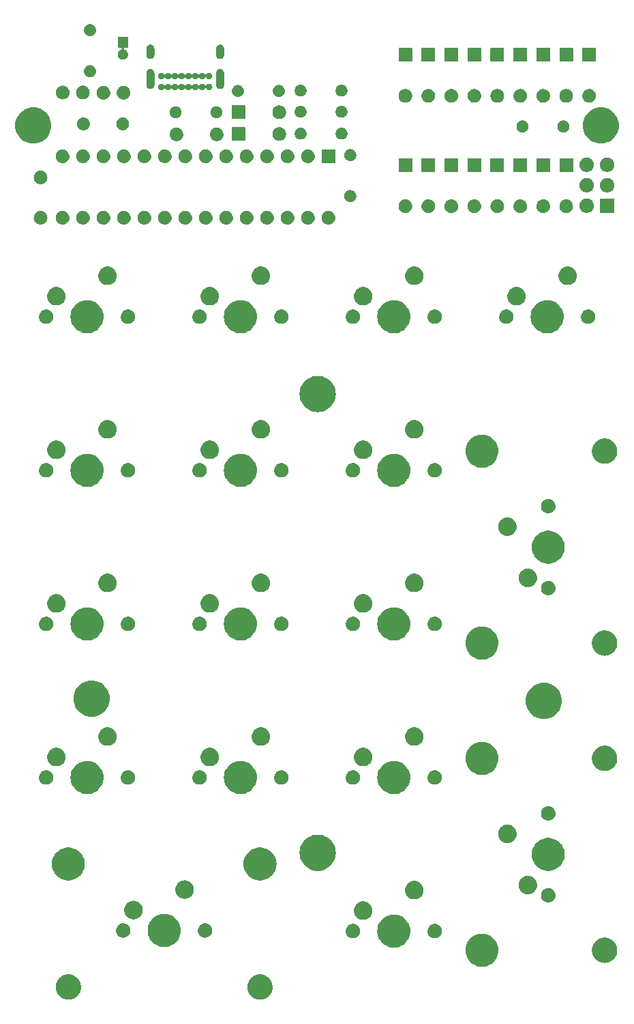
<source format=gbr>
G04 #@! TF.GenerationSoftware,KiCad,Pcbnew,7.0.7*
G04 #@! TF.CreationDate,2023-09-19T16:43:04+02:00*
G04 #@! TF.ProjectId,discipad-pcb,64697363-6970-4616-942d-7063622e6b69,rev?*
G04 #@! TF.SameCoordinates,Original*
G04 #@! TF.FileFunction,Soldermask,Bot*
G04 #@! TF.FilePolarity,Negative*
%FSLAX46Y46*%
G04 Gerber Fmt 4.6, Leading zero omitted, Abs format (unit mm)*
G04 Created by KiCad (PCBNEW 7.0.7) date 2023-09-19 16:43:04*
%MOMM*%
%LPD*%
G01*
G04 APERTURE LIST*
G04 APERTURE END LIST*
G36*
X112926431Y-133750756D02*
G01*
X112983748Y-133750756D01*
X113046376Y-133760195D01*
X113112541Y-133765403D01*
X113165875Y-133778207D01*
X113216613Y-133785855D01*
X113282915Y-133806306D01*
X113353011Y-133823135D01*
X113398331Y-133841907D01*
X113441652Y-133855270D01*
X113509666Y-133888024D01*
X113581489Y-133917774D01*
X113618356Y-133940366D01*
X113653825Y-133957447D01*
X113721288Y-134003442D01*
X113792350Y-134046989D01*
X113820803Y-134071290D01*
X113848399Y-134090105D01*
X113912843Y-134149901D01*
X113980400Y-134207600D01*
X114000913Y-134231617D01*
X114021036Y-134250289D01*
X114079851Y-134324042D01*
X114141011Y-134395650D01*
X114154464Y-134417605D01*
X114167860Y-134434402D01*
X114218389Y-134521920D01*
X114270226Y-134606511D01*
X114277838Y-134624888D01*
X114285612Y-134638353D01*
X114325252Y-134739357D01*
X114364865Y-134834989D01*
X114368141Y-134848636D01*
X114371646Y-134857566D01*
X114397892Y-134972558D01*
X114422597Y-135075459D01*
X114423237Y-135083601D01*
X114424051Y-135087164D01*
X114434660Y-135228747D01*
X114442000Y-135322000D01*
X114434658Y-135415284D01*
X114424051Y-135556835D01*
X114423237Y-135560397D01*
X114422597Y-135568541D01*
X114397888Y-135671460D01*
X114371646Y-135786433D01*
X114368142Y-135795360D01*
X114364865Y-135809011D01*
X114325245Y-135904661D01*
X114285612Y-136005646D01*
X114277839Y-136019107D01*
X114270226Y-136037489D01*
X114218379Y-136122095D01*
X114167860Y-136209597D01*
X114154467Y-136226390D01*
X114141011Y-136248350D01*
X114079839Y-136319971D01*
X114021036Y-136393710D01*
X114000917Y-136412377D01*
X113980400Y-136436400D01*
X113912830Y-136494110D01*
X113848399Y-136553894D01*
X113820809Y-136572704D01*
X113792350Y-136597011D01*
X113721273Y-136640566D01*
X113653825Y-136686552D01*
X113618364Y-136703629D01*
X113581489Y-136726226D01*
X113509652Y-136755981D01*
X113441652Y-136788729D01*
X113398341Y-136802088D01*
X113353011Y-136820865D01*
X113282900Y-136837697D01*
X113216613Y-136858144D01*
X113165883Y-136865790D01*
X113112541Y-136878597D01*
X113046372Y-136883804D01*
X112983748Y-136893244D01*
X112926431Y-136893244D01*
X112866000Y-136898000D01*
X112805569Y-136893244D01*
X112748252Y-136893244D01*
X112685626Y-136883804D01*
X112619459Y-136878597D01*
X112566117Y-136865790D01*
X112515386Y-136858144D01*
X112449095Y-136837696D01*
X112378989Y-136820865D01*
X112333661Y-136802089D01*
X112290347Y-136788729D01*
X112222342Y-136755979D01*
X112150511Y-136726226D01*
X112113636Y-136703629D01*
X112078175Y-136686552D01*
X112010722Y-136640564D01*
X111939650Y-136597011D01*
X111911194Y-136572707D01*
X111883600Y-136553894D01*
X111819157Y-136494099D01*
X111751600Y-136436400D01*
X111731086Y-136412381D01*
X111710963Y-136393710D01*
X111652145Y-136319954D01*
X111590989Y-136248350D01*
X111577535Y-136226396D01*
X111564139Y-136209597D01*
X111513603Y-136122067D01*
X111461774Y-136037489D01*
X111454162Y-136019113D01*
X111446387Y-136005646D01*
X111406735Y-135904615D01*
X111367135Y-135809011D01*
X111363859Y-135795367D01*
X111360353Y-135786433D01*
X111334091Y-135671376D01*
X111309403Y-135568541D01*
X111308762Y-135560403D01*
X111307948Y-135556835D01*
X111297319Y-135415006D01*
X111290000Y-135322000D01*
X111297319Y-135229001D01*
X111307948Y-135087164D01*
X111308762Y-135083594D01*
X111309403Y-135075459D01*
X111334087Y-134972643D01*
X111360353Y-134857566D01*
X111363860Y-134848630D01*
X111367135Y-134834989D01*
X111406728Y-134739402D01*
X111446387Y-134638353D01*
X111454164Y-134624882D01*
X111461774Y-134606511D01*
X111513593Y-134521948D01*
X111564139Y-134434402D01*
X111577538Y-134417599D01*
X111590989Y-134395650D01*
X111652133Y-134324059D01*
X111710963Y-134250289D01*
X111731090Y-134231613D01*
X111751600Y-134207600D01*
X111819143Y-134149912D01*
X111883600Y-134090105D01*
X111911199Y-134071287D01*
X111939650Y-134046989D01*
X112010708Y-134003444D01*
X112078175Y-133957447D01*
X112113644Y-133940365D01*
X112150511Y-133917774D01*
X112222328Y-133888026D01*
X112290347Y-133855270D01*
X112333671Y-133841906D01*
X112378989Y-133823135D01*
X112449080Y-133806307D01*
X112515386Y-133785855D01*
X112566126Y-133778207D01*
X112619459Y-133765403D01*
X112685622Y-133760195D01*
X112748252Y-133750756D01*
X112805569Y-133750756D01*
X112866000Y-133746000D01*
X112926431Y-133750756D01*
G37*
G36*
X136726431Y-133750756D02*
G01*
X136783748Y-133750756D01*
X136846376Y-133760195D01*
X136912541Y-133765403D01*
X136965875Y-133778207D01*
X137016613Y-133785855D01*
X137082915Y-133806306D01*
X137153011Y-133823135D01*
X137198331Y-133841907D01*
X137241652Y-133855270D01*
X137309666Y-133888024D01*
X137381489Y-133917774D01*
X137418356Y-133940366D01*
X137453825Y-133957447D01*
X137521288Y-134003442D01*
X137592350Y-134046989D01*
X137620803Y-134071290D01*
X137648399Y-134090105D01*
X137712843Y-134149901D01*
X137780400Y-134207600D01*
X137800913Y-134231617D01*
X137821036Y-134250289D01*
X137879851Y-134324042D01*
X137941011Y-134395650D01*
X137954464Y-134417605D01*
X137967860Y-134434402D01*
X138018389Y-134521920D01*
X138070226Y-134606511D01*
X138077838Y-134624888D01*
X138085612Y-134638353D01*
X138125252Y-134739357D01*
X138164865Y-134834989D01*
X138168141Y-134848636D01*
X138171646Y-134857566D01*
X138197892Y-134972558D01*
X138222597Y-135075459D01*
X138223237Y-135083601D01*
X138224051Y-135087164D01*
X138234660Y-135228735D01*
X138242000Y-135322000D01*
X138234659Y-135415272D01*
X138224051Y-135556835D01*
X138223237Y-135560397D01*
X138222597Y-135568541D01*
X138197888Y-135671460D01*
X138171646Y-135786433D01*
X138168142Y-135795360D01*
X138164865Y-135809011D01*
X138125245Y-135904661D01*
X138085612Y-136005646D01*
X138077839Y-136019107D01*
X138070226Y-136037489D01*
X138018379Y-136122095D01*
X137967860Y-136209597D01*
X137954467Y-136226390D01*
X137941011Y-136248350D01*
X137879839Y-136319971D01*
X137821036Y-136393710D01*
X137800917Y-136412377D01*
X137780400Y-136436400D01*
X137712830Y-136494110D01*
X137648399Y-136553894D01*
X137620809Y-136572704D01*
X137592350Y-136597011D01*
X137521273Y-136640566D01*
X137453825Y-136686552D01*
X137418364Y-136703629D01*
X137381489Y-136726226D01*
X137309652Y-136755981D01*
X137241652Y-136788729D01*
X137198341Y-136802088D01*
X137153011Y-136820865D01*
X137082900Y-136837697D01*
X137016613Y-136858144D01*
X136965883Y-136865790D01*
X136912541Y-136878597D01*
X136846372Y-136883804D01*
X136783748Y-136893244D01*
X136726431Y-136893244D01*
X136666000Y-136898000D01*
X136605569Y-136893244D01*
X136548252Y-136893244D01*
X136485626Y-136883804D01*
X136419459Y-136878597D01*
X136366117Y-136865790D01*
X136315386Y-136858144D01*
X136249095Y-136837696D01*
X136178989Y-136820865D01*
X136133661Y-136802089D01*
X136090347Y-136788729D01*
X136022342Y-136755979D01*
X135950511Y-136726226D01*
X135913636Y-136703629D01*
X135878175Y-136686552D01*
X135810722Y-136640564D01*
X135739650Y-136597011D01*
X135711194Y-136572707D01*
X135683600Y-136553894D01*
X135619157Y-136494099D01*
X135551600Y-136436400D01*
X135531086Y-136412381D01*
X135510963Y-136393710D01*
X135452145Y-136319954D01*
X135390989Y-136248350D01*
X135377535Y-136226396D01*
X135364139Y-136209597D01*
X135313603Y-136122067D01*
X135261774Y-136037489D01*
X135254162Y-136019113D01*
X135246387Y-136005646D01*
X135206735Y-135904615D01*
X135167135Y-135809011D01*
X135163859Y-135795367D01*
X135160353Y-135786433D01*
X135134091Y-135671376D01*
X135109403Y-135568541D01*
X135108762Y-135560403D01*
X135107948Y-135556835D01*
X135097319Y-135415006D01*
X135090000Y-135322000D01*
X135097319Y-135229001D01*
X135107948Y-135087164D01*
X135108762Y-135083594D01*
X135109403Y-135075459D01*
X135134087Y-134972643D01*
X135160353Y-134857566D01*
X135163860Y-134848630D01*
X135167135Y-134834989D01*
X135206728Y-134739402D01*
X135246387Y-134638353D01*
X135254164Y-134624882D01*
X135261774Y-134606511D01*
X135313593Y-134521948D01*
X135364139Y-134434402D01*
X135377538Y-134417599D01*
X135390989Y-134395650D01*
X135452133Y-134324059D01*
X135510963Y-134250289D01*
X135531090Y-134231613D01*
X135551600Y-134207600D01*
X135619143Y-134149912D01*
X135683600Y-134090105D01*
X135711199Y-134071287D01*
X135739650Y-134046989D01*
X135810708Y-134003444D01*
X135878175Y-133957447D01*
X135913644Y-133940365D01*
X135950511Y-133917774D01*
X136022328Y-133888026D01*
X136090347Y-133855270D01*
X136133671Y-133841906D01*
X136178989Y-133823135D01*
X136249080Y-133806307D01*
X136315386Y-133785855D01*
X136366126Y-133778207D01*
X136419459Y-133765403D01*
X136485622Y-133760195D01*
X136548252Y-133750756D01*
X136605569Y-133750756D01*
X136666000Y-133746000D01*
X136726431Y-133750756D01*
G37*
G36*
X164643288Y-128763899D02*
G01*
X164912838Y-128839423D01*
X165169593Y-128950947D01*
X165408771Y-129096395D01*
X165625916Y-129273055D01*
X165816984Y-129477639D01*
X165978414Y-129706333D01*
X166107200Y-129954879D01*
X166200943Y-130218647D01*
X166257897Y-130492722D01*
X166277000Y-130772000D01*
X166257897Y-131051278D01*
X166200943Y-131325353D01*
X166107200Y-131589121D01*
X165978414Y-131837667D01*
X165816984Y-132066361D01*
X165625916Y-132270945D01*
X165408771Y-132447605D01*
X165169593Y-132593053D01*
X164912838Y-132704577D01*
X164643288Y-132780101D01*
X164365965Y-132818219D01*
X164086035Y-132818219D01*
X163808712Y-132780101D01*
X163539162Y-132704577D01*
X163282407Y-132593053D01*
X163043229Y-132447605D01*
X162826084Y-132270945D01*
X162635016Y-132066361D01*
X162473586Y-131837667D01*
X162344800Y-131589121D01*
X162251057Y-131325353D01*
X162194103Y-131051278D01*
X162175000Y-130772000D01*
X162194103Y-130492722D01*
X162251057Y-130218647D01*
X162344800Y-129954879D01*
X162473586Y-129706333D01*
X162635016Y-129477639D01*
X162826084Y-129273055D01*
X163043229Y-129096395D01*
X163282407Y-128950947D01*
X163539162Y-128839423D01*
X163808712Y-128763899D01*
X164086035Y-128725781D01*
X164365965Y-128725781D01*
X164643288Y-128763899D01*
G37*
G36*
X179526431Y-129200756D02*
G01*
X179583748Y-129200756D01*
X179646376Y-129210195D01*
X179712541Y-129215403D01*
X179765875Y-129228207D01*
X179816613Y-129235855D01*
X179882915Y-129256306D01*
X179953011Y-129273135D01*
X179998331Y-129291907D01*
X180041652Y-129305270D01*
X180109666Y-129338024D01*
X180181489Y-129367774D01*
X180218356Y-129390366D01*
X180253825Y-129407447D01*
X180321288Y-129453442D01*
X180392350Y-129496989D01*
X180420803Y-129521290D01*
X180448399Y-129540105D01*
X180512843Y-129599901D01*
X180580400Y-129657600D01*
X180600913Y-129681617D01*
X180621036Y-129700289D01*
X180679851Y-129774042D01*
X180741011Y-129845650D01*
X180754464Y-129867605D01*
X180767860Y-129884402D01*
X180818389Y-129971920D01*
X180870226Y-130056511D01*
X180877838Y-130074888D01*
X180885612Y-130088353D01*
X180925252Y-130189357D01*
X180964865Y-130284989D01*
X180968141Y-130298636D01*
X180971646Y-130307566D01*
X180997892Y-130422558D01*
X181022597Y-130525459D01*
X181023237Y-130533601D01*
X181024051Y-130537164D01*
X181034660Y-130678747D01*
X181042000Y-130772000D01*
X181034658Y-130865284D01*
X181024051Y-131006835D01*
X181023237Y-131010397D01*
X181022597Y-131018541D01*
X180997888Y-131121460D01*
X180971646Y-131236433D01*
X180968142Y-131245360D01*
X180964865Y-131259011D01*
X180925245Y-131354661D01*
X180885612Y-131455646D01*
X180877839Y-131469107D01*
X180870226Y-131487489D01*
X180818379Y-131572095D01*
X180767860Y-131659597D01*
X180754467Y-131676390D01*
X180741011Y-131698350D01*
X180679839Y-131769971D01*
X180621036Y-131843710D01*
X180600917Y-131862377D01*
X180580400Y-131886400D01*
X180512830Y-131944110D01*
X180448399Y-132003894D01*
X180420809Y-132022704D01*
X180392350Y-132047011D01*
X180321273Y-132090566D01*
X180253825Y-132136552D01*
X180218364Y-132153629D01*
X180181489Y-132176226D01*
X180109652Y-132205981D01*
X180041652Y-132238729D01*
X179998341Y-132252088D01*
X179953011Y-132270865D01*
X179882900Y-132287697D01*
X179816613Y-132308144D01*
X179765883Y-132315790D01*
X179712541Y-132328597D01*
X179646372Y-132333804D01*
X179583748Y-132343244D01*
X179526431Y-132343244D01*
X179466000Y-132348000D01*
X179405569Y-132343244D01*
X179348252Y-132343244D01*
X179285626Y-132333804D01*
X179219459Y-132328597D01*
X179166117Y-132315790D01*
X179115386Y-132308144D01*
X179049095Y-132287696D01*
X178978989Y-132270865D01*
X178933661Y-132252089D01*
X178890347Y-132238729D01*
X178822342Y-132205979D01*
X178750511Y-132176226D01*
X178713636Y-132153629D01*
X178678175Y-132136552D01*
X178610722Y-132090564D01*
X178539650Y-132047011D01*
X178511194Y-132022707D01*
X178483600Y-132003894D01*
X178419157Y-131944099D01*
X178351600Y-131886400D01*
X178331086Y-131862381D01*
X178310963Y-131843710D01*
X178252145Y-131769954D01*
X178190989Y-131698350D01*
X178177535Y-131676396D01*
X178164139Y-131659597D01*
X178113603Y-131572067D01*
X178061774Y-131487489D01*
X178054162Y-131469113D01*
X178046387Y-131455646D01*
X178006735Y-131354615D01*
X177967135Y-131259011D01*
X177963859Y-131245367D01*
X177960353Y-131236433D01*
X177934091Y-131121376D01*
X177909403Y-131018541D01*
X177908762Y-131010403D01*
X177907948Y-131006835D01*
X177897320Y-130865018D01*
X177890000Y-130772000D01*
X177897318Y-130679013D01*
X177907948Y-130537164D01*
X177908762Y-130533594D01*
X177909403Y-130525459D01*
X177934087Y-130422643D01*
X177960353Y-130307566D01*
X177963860Y-130298630D01*
X177967135Y-130284989D01*
X178006728Y-130189402D01*
X178046387Y-130088353D01*
X178054164Y-130074882D01*
X178061774Y-130056511D01*
X178113593Y-129971948D01*
X178164139Y-129884402D01*
X178177538Y-129867599D01*
X178190989Y-129845650D01*
X178252133Y-129774059D01*
X178310963Y-129700289D01*
X178331090Y-129681613D01*
X178351600Y-129657600D01*
X178419143Y-129599912D01*
X178483600Y-129540105D01*
X178511199Y-129521287D01*
X178539650Y-129496989D01*
X178610708Y-129453444D01*
X178678175Y-129407447D01*
X178713644Y-129390365D01*
X178750511Y-129367774D01*
X178822328Y-129338026D01*
X178890347Y-129305270D01*
X178933671Y-129291906D01*
X178978989Y-129273135D01*
X179049080Y-129256307D01*
X179115386Y-129235855D01*
X179166126Y-129228207D01*
X179219459Y-129215403D01*
X179285622Y-129210195D01*
X179348252Y-129200756D01*
X179405569Y-129200756D01*
X179466000Y-129196000D01*
X179526431Y-129200756D01*
G37*
G36*
X153706288Y-126388899D02*
G01*
X153975838Y-126464423D01*
X154232593Y-126575947D01*
X154471771Y-126721395D01*
X154688916Y-126898055D01*
X154879984Y-127102639D01*
X155041414Y-127331333D01*
X155170200Y-127579879D01*
X155263943Y-127843647D01*
X155320897Y-128117722D01*
X155340000Y-128397000D01*
X155320897Y-128676278D01*
X155263943Y-128950353D01*
X155170200Y-129214121D01*
X155041414Y-129462667D01*
X154879984Y-129691361D01*
X154688916Y-129895945D01*
X154471771Y-130072605D01*
X154232593Y-130218053D01*
X153975838Y-130329577D01*
X153706288Y-130405101D01*
X153428965Y-130443219D01*
X153149035Y-130443219D01*
X152871712Y-130405101D01*
X152602162Y-130329577D01*
X152345407Y-130218053D01*
X152106229Y-130072605D01*
X151889084Y-129895945D01*
X151698016Y-129691361D01*
X151536586Y-129462667D01*
X151407800Y-129214121D01*
X151314057Y-128950353D01*
X151257103Y-128676278D01*
X151238000Y-128397000D01*
X151257103Y-128117722D01*
X151314057Y-127843647D01*
X151407800Y-127579879D01*
X151536586Y-127331333D01*
X151698016Y-127102639D01*
X151889084Y-126898055D01*
X152106229Y-126721395D01*
X152345407Y-126575947D01*
X152602162Y-126464423D01*
X152871712Y-126388899D01*
X153149035Y-126350781D01*
X153428965Y-126350781D01*
X153706288Y-126388899D01*
G37*
G36*
X125183288Y-126313899D02*
G01*
X125452838Y-126389423D01*
X125709593Y-126500947D01*
X125948771Y-126646395D01*
X126165916Y-126823055D01*
X126356984Y-127027639D01*
X126518414Y-127256333D01*
X126647200Y-127504879D01*
X126740943Y-127768647D01*
X126797897Y-128042722D01*
X126817000Y-128322000D01*
X126797897Y-128601278D01*
X126740943Y-128875353D01*
X126647200Y-129139121D01*
X126518414Y-129387667D01*
X126356984Y-129616361D01*
X126165916Y-129820945D01*
X125948771Y-129997605D01*
X125709593Y-130143053D01*
X125452838Y-130254577D01*
X125183288Y-130330101D01*
X124905965Y-130368219D01*
X124626035Y-130368219D01*
X124348712Y-130330101D01*
X124079162Y-130254577D01*
X123822407Y-130143053D01*
X123583229Y-129997605D01*
X123366084Y-129820945D01*
X123175016Y-129616361D01*
X123013586Y-129387667D01*
X122884800Y-129139121D01*
X122791057Y-128875353D01*
X122734103Y-128601278D01*
X122715000Y-128322000D01*
X122734103Y-128042722D01*
X122791057Y-127768647D01*
X122884800Y-127504879D01*
X123013586Y-127256333D01*
X123175016Y-127027639D01*
X123366084Y-126823055D01*
X123583229Y-126646395D01*
X123822407Y-126500947D01*
X124079162Y-126389423D01*
X124348712Y-126313899D01*
X124626035Y-126275781D01*
X124905965Y-126275781D01*
X125183288Y-126313899D01*
G37*
G36*
X148252983Y-127500936D02*
G01*
X148303180Y-127500936D01*
X148346524Y-127510149D01*
X148384659Y-127513905D01*
X148432566Y-127528437D01*
X148487424Y-127540098D01*
X148522530Y-127555728D01*
X148553566Y-127565143D01*
X148602884Y-127591504D01*
X148659500Y-127616711D01*
X148685822Y-127635835D01*
X148709232Y-127648348D01*
X148756988Y-127687540D01*
X148811887Y-127727427D01*
X148829711Y-127747223D01*
X148845675Y-127760324D01*
X148888572Y-127812594D01*
X148937924Y-127867405D01*
X148948292Y-127885363D01*
X148957651Y-127896767D01*
X148992273Y-127961542D01*
X149032104Y-128030530D01*
X149036685Y-128044630D01*
X149040856Y-128052433D01*
X149063852Y-128128242D01*
X149090311Y-128209672D01*
X149091242Y-128218532D01*
X149092094Y-128221340D01*
X149100385Y-128305520D01*
X149110000Y-128397000D01*
X149100382Y-128488501D01*
X149092094Y-128572659D01*
X149091242Y-128575466D01*
X149090311Y-128584328D01*
X149063848Y-128665771D01*
X149040856Y-128741566D01*
X149036686Y-128749366D01*
X149032104Y-128763470D01*
X148992266Y-128832470D01*
X148957651Y-128897232D01*
X148948294Y-128908633D01*
X148937924Y-128926595D01*
X148888563Y-128981415D01*
X148845675Y-129033675D01*
X148829714Y-129046773D01*
X148811887Y-129066573D01*
X148756977Y-129106467D01*
X148709232Y-129145651D01*
X148685827Y-129158161D01*
X148659500Y-129177289D01*
X148602873Y-129202500D01*
X148553566Y-129228856D01*
X148522537Y-129238268D01*
X148487424Y-129253902D01*
X148432555Y-129265564D01*
X148384659Y-129280094D01*
X148346533Y-129283849D01*
X148303180Y-129293064D01*
X148252972Y-129293064D01*
X148208999Y-129297395D01*
X148165026Y-129293064D01*
X148114820Y-129293064D01*
X148071467Y-129283849D01*
X148033340Y-129280094D01*
X147985441Y-129265563D01*
X147930576Y-129253902D01*
X147895464Y-129238269D01*
X147864433Y-129228856D01*
X147815120Y-129202498D01*
X147758500Y-129177289D01*
X147732175Y-129158163D01*
X147708767Y-129145651D01*
X147661013Y-129106460D01*
X147606113Y-129066573D01*
X147588287Y-129046776D01*
X147572324Y-129033675D01*
X147529425Y-128981402D01*
X147480076Y-128926595D01*
X147469708Y-128908637D01*
X147460348Y-128897232D01*
X147425719Y-128832447D01*
X147385896Y-128763470D01*
X147381315Y-128749371D01*
X147377143Y-128741566D01*
X147354136Y-128665725D01*
X147327689Y-128584328D01*
X147326758Y-128575471D01*
X147325905Y-128572659D01*
X147317601Y-128488349D01*
X147308000Y-128397000D01*
X147317598Y-128305672D01*
X147325905Y-128221340D01*
X147326758Y-128218527D01*
X147327689Y-128209672D01*
X147354132Y-128128288D01*
X147377143Y-128052433D01*
X147381315Y-128044626D01*
X147385896Y-128030530D01*
X147425712Y-127961565D01*
X147460348Y-127896767D01*
X147469710Y-127885359D01*
X147480076Y-127867405D01*
X147529416Y-127812607D01*
X147572324Y-127760324D01*
X147588291Y-127747219D01*
X147606113Y-127727427D01*
X147661002Y-127687546D01*
X147708767Y-127648348D01*
X147732180Y-127635833D01*
X147758500Y-127616711D01*
X147815109Y-127591506D01*
X147864433Y-127565143D01*
X147895471Y-127555727D01*
X147930576Y-127540098D01*
X147985430Y-127528438D01*
X148033340Y-127513905D01*
X148071476Y-127510148D01*
X148114820Y-127500936D01*
X148165016Y-127500936D01*
X148208999Y-127496604D01*
X148252983Y-127500936D01*
G37*
G36*
X158412983Y-127500936D02*
G01*
X158463180Y-127500936D01*
X158506524Y-127510149D01*
X158544659Y-127513905D01*
X158592566Y-127528437D01*
X158647424Y-127540098D01*
X158682530Y-127555728D01*
X158713566Y-127565143D01*
X158762884Y-127591504D01*
X158819500Y-127616711D01*
X158845822Y-127635835D01*
X158869232Y-127648348D01*
X158916988Y-127687540D01*
X158971887Y-127727427D01*
X158989711Y-127747223D01*
X159005675Y-127760324D01*
X159048572Y-127812594D01*
X159097924Y-127867405D01*
X159108292Y-127885363D01*
X159117651Y-127896767D01*
X159152273Y-127961542D01*
X159192104Y-128030530D01*
X159196685Y-128044630D01*
X159200856Y-128052433D01*
X159223852Y-128128242D01*
X159250311Y-128209672D01*
X159251242Y-128218532D01*
X159252094Y-128221340D01*
X159260384Y-128305513D01*
X159270000Y-128397000D01*
X159260383Y-128488494D01*
X159252094Y-128572659D01*
X159251242Y-128575466D01*
X159250311Y-128584328D01*
X159223848Y-128665771D01*
X159200856Y-128741566D01*
X159196686Y-128749366D01*
X159192104Y-128763470D01*
X159152266Y-128832470D01*
X159117651Y-128897232D01*
X159108294Y-128908633D01*
X159097924Y-128926595D01*
X159048563Y-128981415D01*
X159005675Y-129033675D01*
X158989714Y-129046773D01*
X158971887Y-129066573D01*
X158916977Y-129106467D01*
X158869232Y-129145651D01*
X158845827Y-129158161D01*
X158819500Y-129177289D01*
X158762873Y-129202500D01*
X158713566Y-129228856D01*
X158682537Y-129238268D01*
X158647424Y-129253902D01*
X158592555Y-129265564D01*
X158544659Y-129280094D01*
X158506532Y-129283849D01*
X158463180Y-129293064D01*
X158412973Y-129293064D01*
X158369000Y-129297395D01*
X158325027Y-129293064D01*
X158274820Y-129293064D01*
X158231467Y-129283849D01*
X158193340Y-129280094D01*
X158145441Y-129265563D01*
X158090576Y-129253902D01*
X158055464Y-129238269D01*
X158024433Y-129228856D01*
X157975120Y-129202498D01*
X157918500Y-129177289D01*
X157892175Y-129158163D01*
X157868767Y-129145651D01*
X157821013Y-129106460D01*
X157766113Y-129066573D01*
X157748287Y-129046776D01*
X157732324Y-129033675D01*
X157689425Y-128981402D01*
X157640076Y-128926595D01*
X157629708Y-128908637D01*
X157620348Y-128897232D01*
X157585719Y-128832447D01*
X157545896Y-128763470D01*
X157541315Y-128749371D01*
X157537143Y-128741566D01*
X157514136Y-128665725D01*
X157487689Y-128584328D01*
X157486758Y-128575471D01*
X157485905Y-128572659D01*
X157477600Y-128488342D01*
X157468000Y-128397000D01*
X157477599Y-128305664D01*
X157485905Y-128221340D01*
X157486758Y-128218527D01*
X157487689Y-128209672D01*
X157514132Y-128128288D01*
X157537143Y-128052433D01*
X157541315Y-128044626D01*
X157545896Y-128030530D01*
X157585712Y-127961565D01*
X157620348Y-127896767D01*
X157629710Y-127885359D01*
X157640076Y-127867405D01*
X157689416Y-127812607D01*
X157732324Y-127760324D01*
X157748291Y-127747219D01*
X157766113Y-127727427D01*
X157821002Y-127687546D01*
X157868767Y-127648348D01*
X157892180Y-127635833D01*
X157918500Y-127616711D01*
X157975109Y-127591506D01*
X158024433Y-127565143D01*
X158055471Y-127555727D01*
X158090576Y-127540098D01*
X158145430Y-127528438D01*
X158193340Y-127513905D01*
X158231476Y-127510148D01*
X158274820Y-127500936D01*
X158325016Y-127500936D01*
X158369000Y-127496604D01*
X158412983Y-127500936D01*
G37*
G36*
X119729983Y-127425936D02*
G01*
X119780180Y-127425936D01*
X119823524Y-127435149D01*
X119861659Y-127438905D01*
X119909566Y-127453437D01*
X119964424Y-127465098D01*
X119999530Y-127480728D01*
X120030566Y-127490143D01*
X120079884Y-127516504D01*
X120136500Y-127541711D01*
X120162822Y-127560835D01*
X120186232Y-127573348D01*
X120233988Y-127612540D01*
X120288887Y-127652427D01*
X120306711Y-127672223D01*
X120322675Y-127685324D01*
X120365572Y-127737594D01*
X120414924Y-127792405D01*
X120425292Y-127810363D01*
X120434651Y-127821767D01*
X120469273Y-127886542D01*
X120509104Y-127955530D01*
X120513685Y-127969630D01*
X120517856Y-127977433D01*
X120540852Y-128053242D01*
X120567311Y-128134672D01*
X120568242Y-128143532D01*
X120569094Y-128146340D01*
X120577384Y-128230513D01*
X120587000Y-128322000D01*
X120577383Y-128413494D01*
X120569094Y-128497659D01*
X120568242Y-128500466D01*
X120567311Y-128509328D01*
X120540848Y-128590771D01*
X120517856Y-128666566D01*
X120513686Y-128674366D01*
X120509104Y-128688470D01*
X120469266Y-128757470D01*
X120434651Y-128822232D01*
X120425294Y-128833633D01*
X120414924Y-128851595D01*
X120365563Y-128906415D01*
X120322675Y-128958675D01*
X120306714Y-128971773D01*
X120288887Y-128991573D01*
X120233977Y-129031467D01*
X120186232Y-129070651D01*
X120162827Y-129083161D01*
X120136500Y-129102289D01*
X120079873Y-129127500D01*
X120030566Y-129153856D01*
X119999537Y-129163268D01*
X119964424Y-129178902D01*
X119909555Y-129190564D01*
X119861659Y-129205094D01*
X119823532Y-129208849D01*
X119780180Y-129218064D01*
X119729973Y-129218064D01*
X119686000Y-129222395D01*
X119642027Y-129218064D01*
X119591820Y-129218064D01*
X119548467Y-129208849D01*
X119510340Y-129205094D01*
X119462441Y-129190563D01*
X119407576Y-129178902D01*
X119372464Y-129163269D01*
X119341433Y-129153856D01*
X119292120Y-129127498D01*
X119235500Y-129102289D01*
X119209175Y-129083163D01*
X119185767Y-129070651D01*
X119138013Y-129031460D01*
X119083113Y-128991573D01*
X119065287Y-128971776D01*
X119049324Y-128958675D01*
X119006425Y-128906402D01*
X118957076Y-128851595D01*
X118946708Y-128833637D01*
X118937348Y-128822232D01*
X118902719Y-128757447D01*
X118862896Y-128688470D01*
X118858315Y-128674371D01*
X118854143Y-128666566D01*
X118831136Y-128590725D01*
X118804689Y-128509328D01*
X118803758Y-128500471D01*
X118802905Y-128497659D01*
X118794600Y-128413342D01*
X118785000Y-128322000D01*
X118794599Y-128230664D01*
X118802905Y-128146340D01*
X118803758Y-128143527D01*
X118804689Y-128134672D01*
X118831132Y-128053288D01*
X118854143Y-127977433D01*
X118858315Y-127969626D01*
X118862896Y-127955530D01*
X118902712Y-127886565D01*
X118937348Y-127821767D01*
X118946710Y-127810359D01*
X118957076Y-127792405D01*
X119006416Y-127737607D01*
X119049324Y-127685324D01*
X119065291Y-127672219D01*
X119083113Y-127652427D01*
X119138002Y-127612546D01*
X119185767Y-127573348D01*
X119209180Y-127560833D01*
X119235500Y-127541711D01*
X119292109Y-127516506D01*
X119341433Y-127490143D01*
X119372471Y-127480727D01*
X119407576Y-127465098D01*
X119462430Y-127453438D01*
X119510340Y-127438905D01*
X119548476Y-127435148D01*
X119591820Y-127425936D01*
X119642016Y-127425936D01*
X119686000Y-127421604D01*
X119729983Y-127425936D01*
G37*
G36*
X129889983Y-127425936D02*
G01*
X129940180Y-127425936D01*
X129983524Y-127435149D01*
X130021659Y-127438905D01*
X130069566Y-127453437D01*
X130124424Y-127465098D01*
X130159530Y-127480728D01*
X130190566Y-127490143D01*
X130239884Y-127516504D01*
X130296500Y-127541711D01*
X130322822Y-127560835D01*
X130346232Y-127573348D01*
X130393988Y-127612540D01*
X130448887Y-127652427D01*
X130466711Y-127672223D01*
X130482675Y-127685324D01*
X130525572Y-127737594D01*
X130574924Y-127792405D01*
X130585292Y-127810363D01*
X130594651Y-127821767D01*
X130629273Y-127886542D01*
X130669104Y-127955530D01*
X130673685Y-127969630D01*
X130677856Y-127977433D01*
X130700852Y-128053242D01*
X130727311Y-128134672D01*
X130728242Y-128143532D01*
X130729094Y-128146340D01*
X130737385Y-128230520D01*
X130747000Y-128322000D01*
X130737382Y-128413501D01*
X130729094Y-128497659D01*
X130728242Y-128500466D01*
X130727311Y-128509328D01*
X130700848Y-128590771D01*
X130677856Y-128666566D01*
X130673686Y-128674366D01*
X130669104Y-128688470D01*
X130629266Y-128757470D01*
X130594651Y-128822232D01*
X130585294Y-128833633D01*
X130574924Y-128851595D01*
X130525563Y-128906415D01*
X130482675Y-128958675D01*
X130466714Y-128971773D01*
X130448887Y-128991573D01*
X130393977Y-129031467D01*
X130346232Y-129070651D01*
X130322827Y-129083161D01*
X130296500Y-129102289D01*
X130239873Y-129127500D01*
X130190566Y-129153856D01*
X130159537Y-129163268D01*
X130124424Y-129178902D01*
X130069555Y-129190564D01*
X130021659Y-129205094D01*
X129983532Y-129208849D01*
X129940180Y-129218064D01*
X129889973Y-129218064D01*
X129846000Y-129222395D01*
X129802027Y-129218064D01*
X129751820Y-129218064D01*
X129708467Y-129208849D01*
X129670340Y-129205094D01*
X129622441Y-129190563D01*
X129567576Y-129178902D01*
X129532464Y-129163269D01*
X129501433Y-129153856D01*
X129452120Y-129127498D01*
X129395500Y-129102289D01*
X129369175Y-129083163D01*
X129345767Y-129070651D01*
X129298013Y-129031460D01*
X129243113Y-128991573D01*
X129225287Y-128971776D01*
X129209324Y-128958675D01*
X129166425Y-128906402D01*
X129117076Y-128851595D01*
X129106708Y-128833637D01*
X129097348Y-128822232D01*
X129062719Y-128757447D01*
X129022896Y-128688470D01*
X129018315Y-128674371D01*
X129014143Y-128666566D01*
X128991136Y-128590725D01*
X128964689Y-128509328D01*
X128963758Y-128500471D01*
X128962905Y-128497659D01*
X128954601Y-128413349D01*
X128945000Y-128322000D01*
X128954598Y-128230672D01*
X128962905Y-128146340D01*
X128963758Y-128143527D01*
X128964689Y-128134672D01*
X128991132Y-128053288D01*
X129014143Y-127977433D01*
X129018315Y-127969626D01*
X129022896Y-127955530D01*
X129062712Y-127886565D01*
X129097348Y-127821767D01*
X129106710Y-127810359D01*
X129117076Y-127792405D01*
X129166416Y-127737607D01*
X129209324Y-127685324D01*
X129225291Y-127672219D01*
X129243113Y-127652427D01*
X129298002Y-127612546D01*
X129345767Y-127573348D01*
X129369180Y-127560833D01*
X129395500Y-127541711D01*
X129452109Y-127516506D01*
X129501433Y-127490143D01*
X129532471Y-127480727D01*
X129567576Y-127465098D01*
X129622430Y-127453438D01*
X129670340Y-127438905D01*
X129708476Y-127435148D01*
X129751820Y-127425936D01*
X129802016Y-127425936D01*
X129845999Y-127421604D01*
X129889983Y-127425936D01*
G37*
G36*
X149529672Y-124710910D02*
G01*
X149585201Y-124710910D01*
X149634050Y-124720041D01*
X149678783Y-124723955D01*
X149733691Y-124738667D01*
X149793986Y-124749939D01*
X149834882Y-124765782D01*
X149872500Y-124775862D01*
X149929449Y-124802417D01*
X149992045Y-124826667D01*
X150024350Y-124846669D01*
X150054263Y-124860618D01*
X150110688Y-124900127D01*
X150172632Y-124938482D01*
X150196378Y-124960130D01*
X150218539Y-124975647D01*
X150271543Y-125028651D01*
X150329599Y-125081576D01*
X150345424Y-125102532D01*
X150360352Y-125117460D01*
X150406922Y-125183969D01*
X150457600Y-125251077D01*
X150466677Y-125269307D01*
X150475381Y-125281737D01*
X150512430Y-125361191D01*
X150552276Y-125441211D01*
X150556239Y-125455139D01*
X150560137Y-125463499D01*
X150584709Y-125555204D01*
X150610402Y-125645504D01*
X150611192Y-125654039D01*
X150612044Y-125657216D01*
X150621447Y-125764707D01*
X150630000Y-125857000D01*
X150621447Y-125949299D01*
X150612044Y-126056783D01*
X150611193Y-126059958D01*
X150610402Y-126068496D01*
X150584705Y-126158811D01*
X150560137Y-126250500D01*
X150556239Y-126258857D01*
X150552276Y-126272789D01*
X150512427Y-126352815D01*
X150475381Y-126432263D01*
X150466678Y-126444691D01*
X150457600Y-126462923D01*
X150406917Y-126530037D01*
X150360352Y-126596539D01*
X150345427Y-126611463D01*
X150329599Y-126632424D01*
X150271532Y-126685358D01*
X150218539Y-126738352D01*
X150196383Y-126753865D01*
X150172632Y-126775518D01*
X150110675Y-126813879D01*
X150054263Y-126853381D01*
X150024357Y-126867325D01*
X149992045Y-126887333D01*
X149929436Y-126911587D01*
X149872500Y-126938137D01*
X149834890Y-126948214D01*
X149793986Y-126964061D01*
X149733679Y-126975334D01*
X149678783Y-126990044D01*
X149634060Y-126993956D01*
X149585201Y-127003090D01*
X149529660Y-127003090D01*
X149479000Y-127007522D01*
X149428340Y-127003090D01*
X149372799Y-127003090D01*
X149323940Y-126993956D01*
X149279216Y-126990044D01*
X149224317Y-126975333D01*
X149164014Y-126964061D01*
X149123111Y-126948215D01*
X149085499Y-126938137D01*
X149028557Y-126911585D01*
X148965955Y-126887333D01*
X148933645Y-126867327D01*
X148903736Y-126853381D01*
X148847315Y-126813874D01*
X148785368Y-126775518D01*
X148761619Y-126753868D01*
X148739460Y-126738352D01*
X148686456Y-126685348D01*
X148628401Y-126632424D01*
X148612575Y-126611467D01*
X148597647Y-126596539D01*
X148551069Y-126530019D01*
X148500400Y-126462923D01*
X148491324Y-126444696D01*
X148482618Y-126432263D01*
X148445556Y-126352783D01*
X148405724Y-126272789D01*
X148401761Y-126258863D01*
X148397862Y-126250500D01*
X148373277Y-126158751D01*
X148347598Y-126068496D01*
X148346807Y-126059964D01*
X148345955Y-126056783D01*
X148336534Y-125949106D01*
X148328000Y-125857000D01*
X148336534Y-125764900D01*
X148345955Y-125657216D01*
X148346807Y-125654034D01*
X148347598Y-125645504D01*
X148373273Y-125555264D01*
X148397862Y-125463499D01*
X148401762Y-125455134D01*
X148405724Y-125441211D01*
X148445553Y-125361222D01*
X148482618Y-125281737D01*
X148491324Y-125269302D01*
X148500400Y-125251077D01*
X148551063Y-125183987D01*
X148597647Y-125117460D01*
X148612578Y-125102528D01*
X148628401Y-125081576D01*
X148686444Y-125028662D01*
X148739460Y-124975647D01*
X148761624Y-124960127D01*
X148785368Y-124938482D01*
X148847308Y-124900129D01*
X148903737Y-124860618D01*
X148933649Y-124846669D01*
X148965955Y-124826667D01*
X149028546Y-124802419D01*
X149085499Y-124775862D01*
X149123119Y-124765781D01*
X149164014Y-124749939D01*
X149224304Y-124738668D01*
X149279216Y-124723955D01*
X149323950Y-124720041D01*
X149372799Y-124710910D01*
X149428328Y-124710910D01*
X149479000Y-124706477D01*
X149529672Y-124710910D01*
G37*
G36*
X121006672Y-124635910D02*
G01*
X121062201Y-124635910D01*
X121111050Y-124645041D01*
X121155783Y-124648955D01*
X121210691Y-124663667D01*
X121270986Y-124674939D01*
X121311882Y-124690782D01*
X121349500Y-124700862D01*
X121406449Y-124727417D01*
X121469045Y-124751667D01*
X121501350Y-124771669D01*
X121531263Y-124785618D01*
X121587688Y-124825127D01*
X121649632Y-124863482D01*
X121673378Y-124885130D01*
X121695539Y-124900647D01*
X121748543Y-124953651D01*
X121806599Y-125006576D01*
X121822424Y-125027532D01*
X121837352Y-125042460D01*
X121883922Y-125108969D01*
X121934600Y-125176077D01*
X121943677Y-125194307D01*
X121952381Y-125206737D01*
X121989430Y-125286191D01*
X122029276Y-125366211D01*
X122033239Y-125380139D01*
X122037137Y-125388499D01*
X122061709Y-125480204D01*
X122087402Y-125570504D01*
X122088192Y-125579039D01*
X122089044Y-125582216D01*
X122098448Y-125689716D01*
X122107000Y-125782000D01*
X122098446Y-125874308D01*
X122089044Y-125981783D01*
X122088193Y-125984958D01*
X122087402Y-125993496D01*
X122061705Y-126083811D01*
X122037137Y-126175500D01*
X122033239Y-126183857D01*
X122029276Y-126197789D01*
X121989427Y-126277815D01*
X121952381Y-126357263D01*
X121943678Y-126369691D01*
X121934600Y-126387923D01*
X121883917Y-126455037D01*
X121837352Y-126521539D01*
X121822427Y-126536463D01*
X121806599Y-126557424D01*
X121748532Y-126610358D01*
X121695539Y-126663352D01*
X121673383Y-126678865D01*
X121649632Y-126700518D01*
X121587675Y-126738879D01*
X121531263Y-126778381D01*
X121501357Y-126792325D01*
X121469045Y-126812333D01*
X121406436Y-126836587D01*
X121349500Y-126863137D01*
X121311890Y-126873214D01*
X121270986Y-126889061D01*
X121210679Y-126900334D01*
X121155783Y-126915044D01*
X121111060Y-126918956D01*
X121062201Y-126928090D01*
X121006660Y-126928090D01*
X120956000Y-126932522D01*
X120905340Y-126928090D01*
X120849799Y-126928090D01*
X120800940Y-126918956D01*
X120756216Y-126915044D01*
X120701317Y-126900333D01*
X120641014Y-126889061D01*
X120600111Y-126873215D01*
X120562499Y-126863137D01*
X120505557Y-126836585D01*
X120442955Y-126812333D01*
X120410645Y-126792327D01*
X120380736Y-126778381D01*
X120324315Y-126738874D01*
X120262368Y-126700518D01*
X120238619Y-126678868D01*
X120216460Y-126663352D01*
X120163456Y-126610348D01*
X120105401Y-126557424D01*
X120089575Y-126536467D01*
X120074647Y-126521539D01*
X120028069Y-126455019D01*
X119977400Y-126387923D01*
X119968324Y-126369696D01*
X119959618Y-126357263D01*
X119922556Y-126277783D01*
X119882724Y-126197789D01*
X119878761Y-126183863D01*
X119874862Y-126175500D01*
X119850277Y-126083751D01*
X119824598Y-125993496D01*
X119823807Y-125984964D01*
X119822955Y-125981783D01*
X119813535Y-125874115D01*
X119805000Y-125782000D01*
X119813533Y-125689910D01*
X119822955Y-125582216D01*
X119823807Y-125579034D01*
X119824598Y-125570504D01*
X119850273Y-125480264D01*
X119874862Y-125388499D01*
X119878762Y-125380134D01*
X119882724Y-125366211D01*
X119922553Y-125286222D01*
X119959618Y-125206737D01*
X119968324Y-125194302D01*
X119977400Y-125176077D01*
X120028063Y-125108987D01*
X120074647Y-125042460D01*
X120089578Y-125027528D01*
X120105401Y-125006576D01*
X120163444Y-124953662D01*
X120216460Y-124900647D01*
X120238624Y-124885127D01*
X120262368Y-124863482D01*
X120324308Y-124825129D01*
X120380737Y-124785618D01*
X120410649Y-124771669D01*
X120442955Y-124751667D01*
X120505546Y-124727419D01*
X120562499Y-124700862D01*
X120600119Y-124690781D01*
X120641014Y-124674939D01*
X120701304Y-124663668D01*
X120756216Y-124648955D01*
X120800950Y-124645041D01*
X120849799Y-124635910D01*
X120905328Y-124635910D01*
X120956000Y-124631477D01*
X121006672Y-124635910D01*
G37*
G36*
X172509983Y-123055936D02*
G01*
X172560180Y-123055936D01*
X172603524Y-123065149D01*
X172641659Y-123068905D01*
X172689566Y-123083437D01*
X172744424Y-123095098D01*
X172779530Y-123110728D01*
X172810566Y-123120143D01*
X172859884Y-123146504D01*
X172916500Y-123171711D01*
X172942822Y-123190835D01*
X172966232Y-123203348D01*
X173013988Y-123242540D01*
X173068887Y-123282427D01*
X173086711Y-123302223D01*
X173102675Y-123315324D01*
X173145572Y-123367594D01*
X173194924Y-123422405D01*
X173205292Y-123440363D01*
X173214651Y-123451767D01*
X173249273Y-123516542D01*
X173289104Y-123585530D01*
X173293685Y-123599630D01*
X173297856Y-123607433D01*
X173320852Y-123683242D01*
X173347311Y-123764672D01*
X173348242Y-123773532D01*
X173349094Y-123776340D01*
X173357384Y-123860513D01*
X173367000Y-123952000D01*
X173357383Y-124043494D01*
X173349094Y-124127659D01*
X173348242Y-124130466D01*
X173347311Y-124139328D01*
X173320848Y-124220771D01*
X173297856Y-124296566D01*
X173293686Y-124304366D01*
X173289104Y-124318470D01*
X173249266Y-124387470D01*
X173214651Y-124452232D01*
X173205294Y-124463633D01*
X173194924Y-124481595D01*
X173145563Y-124536415D01*
X173102675Y-124588675D01*
X173086714Y-124601773D01*
X173068887Y-124621573D01*
X173013977Y-124661467D01*
X172966232Y-124700651D01*
X172942827Y-124713161D01*
X172916500Y-124732289D01*
X172859873Y-124757500D01*
X172810566Y-124783856D01*
X172779537Y-124793268D01*
X172744424Y-124808902D01*
X172689555Y-124820564D01*
X172641659Y-124835094D01*
X172603533Y-124838849D01*
X172560180Y-124848064D01*
X172509972Y-124848064D01*
X172465999Y-124852395D01*
X172422026Y-124848064D01*
X172371820Y-124848064D01*
X172328467Y-124838849D01*
X172290340Y-124835094D01*
X172242441Y-124820563D01*
X172187576Y-124808902D01*
X172152464Y-124793269D01*
X172121433Y-124783856D01*
X172072120Y-124757498D01*
X172015500Y-124732289D01*
X171989175Y-124713163D01*
X171965767Y-124700651D01*
X171918013Y-124661460D01*
X171863113Y-124621573D01*
X171845287Y-124601776D01*
X171829324Y-124588675D01*
X171786425Y-124536402D01*
X171737076Y-124481595D01*
X171726708Y-124463637D01*
X171717348Y-124452232D01*
X171682719Y-124387447D01*
X171642896Y-124318470D01*
X171638315Y-124304371D01*
X171634143Y-124296566D01*
X171611136Y-124220725D01*
X171584689Y-124139328D01*
X171583758Y-124130471D01*
X171582905Y-124127659D01*
X171574600Y-124043342D01*
X171565000Y-123952000D01*
X171574599Y-123860664D01*
X171582905Y-123776340D01*
X171583758Y-123773527D01*
X171584689Y-123764672D01*
X171611132Y-123683288D01*
X171634143Y-123607433D01*
X171638315Y-123599626D01*
X171642896Y-123585530D01*
X171682712Y-123516565D01*
X171717348Y-123451767D01*
X171726710Y-123440359D01*
X171737076Y-123422405D01*
X171786416Y-123367607D01*
X171829324Y-123315324D01*
X171845291Y-123302219D01*
X171863113Y-123282427D01*
X171918002Y-123242546D01*
X171965767Y-123203348D01*
X171989180Y-123190833D01*
X172015500Y-123171711D01*
X172072109Y-123146506D01*
X172121433Y-123120143D01*
X172152471Y-123110727D01*
X172187576Y-123095098D01*
X172242430Y-123083438D01*
X172290340Y-123068905D01*
X172328476Y-123065148D01*
X172371820Y-123055936D01*
X172422016Y-123055936D01*
X172465999Y-123051604D01*
X172509983Y-123055936D01*
G37*
G36*
X155879671Y-122170910D02*
G01*
X155935201Y-122170910D01*
X155984050Y-122180041D01*
X156028783Y-122183955D01*
X156083691Y-122198667D01*
X156143986Y-122209939D01*
X156184882Y-122225782D01*
X156222500Y-122235862D01*
X156279449Y-122262417D01*
X156342045Y-122286667D01*
X156374350Y-122306669D01*
X156404263Y-122320618D01*
X156460688Y-122360127D01*
X156522632Y-122398482D01*
X156546378Y-122420130D01*
X156568539Y-122435647D01*
X156621543Y-122488651D01*
X156679599Y-122541576D01*
X156695424Y-122562532D01*
X156710352Y-122577460D01*
X156756922Y-122643969D01*
X156807600Y-122711077D01*
X156816677Y-122729307D01*
X156825381Y-122741737D01*
X156862430Y-122821191D01*
X156902276Y-122901211D01*
X156906239Y-122915139D01*
X156910137Y-122923499D01*
X156934709Y-123015204D01*
X156960402Y-123105504D01*
X156961192Y-123114039D01*
X156962044Y-123117216D01*
X156971447Y-123224707D01*
X156980000Y-123317000D01*
X156971447Y-123409299D01*
X156962044Y-123516783D01*
X156961193Y-123519958D01*
X156960402Y-123528496D01*
X156934705Y-123618811D01*
X156910137Y-123710500D01*
X156906239Y-123718857D01*
X156902276Y-123732789D01*
X156862427Y-123812815D01*
X156825381Y-123892263D01*
X156816678Y-123904691D01*
X156807600Y-123922923D01*
X156756917Y-123990037D01*
X156710352Y-124056539D01*
X156695427Y-124071463D01*
X156679599Y-124092424D01*
X156621532Y-124145358D01*
X156568539Y-124198352D01*
X156546383Y-124213865D01*
X156522632Y-124235518D01*
X156460675Y-124273879D01*
X156404263Y-124313381D01*
X156374357Y-124327325D01*
X156342045Y-124347333D01*
X156279436Y-124371587D01*
X156222500Y-124398137D01*
X156184890Y-124408214D01*
X156143986Y-124424061D01*
X156083679Y-124435334D01*
X156028783Y-124450044D01*
X155984060Y-124453956D01*
X155935201Y-124463090D01*
X155879660Y-124463090D01*
X155829000Y-124467522D01*
X155778340Y-124463090D01*
X155722799Y-124463090D01*
X155673940Y-124453956D01*
X155629216Y-124450044D01*
X155574317Y-124435333D01*
X155514014Y-124424061D01*
X155473111Y-124408215D01*
X155435499Y-124398137D01*
X155378557Y-124371585D01*
X155315955Y-124347333D01*
X155283645Y-124327327D01*
X155253736Y-124313381D01*
X155197315Y-124273874D01*
X155135368Y-124235518D01*
X155111619Y-124213868D01*
X155089460Y-124198352D01*
X155036456Y-124145348D01*
X154978401Y-124092424D01*
X154962575Y-124071467D01*
X154947647Y-124056539D01*
X154901069Y-123990019D01*
X154850400Y-123922923D01*
X154841324Y-123904696D01*
X154832618Y-123892263D01*
X154795556Y-123812783D01*
X154755724Y-123732789D01*
X154751761Y-123718863D01*
X154747862Y-123710500D01*
X154723277Y-123618751D01*
X154697598Y-123528496D01*
X154696807Y-123519964D01*
X154695955Y-123516783D01*
X154686535Y-123409115D01*
X154678000Y-123317000D01*
X154686533Y-123224910D01*
X154695955Y-123117216D01*
X154696807Y-123114034D01*
X154697598Y-123105504D01*
X154723273Y-123015264D01*
X154747862Y-122923499D01*
X154751762Y-122915134D01*
X154755724Y-122901211D01*
X154795553Y-122821222D01*
X154832618Y-122741737D01*
X154841324Y-122729302D01*
X154850400Y-122711077D01*
X154901063Y-122643987D01*
X154947647Y-122577460D01*
X154962578Y-122562528D01*
X154978401Y-122541576D01*
X155036444Y-122488662D01*
X155089460Y-122435647D01*
X155111624Y-122420127D01*
X155135368Y-122398482D01*
X155197308Y-122360129D01*
X155253737Y-122320618D01*
X155283649Y-122306669D01*
X155315955Y-122286667D01*
X155378546Y-122262419D01*
X155435499Y-122235862D01*
X155473119Y-122225781D01*
X155514014Y-122209939D01*
X155574304Y-122198668D01*
X155629216Y-122183955D01*
X155673950Y-122180041D01*
X155722799Y-122170910D01*
X155778327Y-122170910D01*
X155828999Y-122166477D01*
X155879671Y-122170910D01*
G37*
G36*
X127356672Y-122095910D02*
G01*
X127412201Y-122095910D01*
X127461050Y-122105041D01*
X127505783Y-122108955D01*
X127560691Y-122123667D01*
X127620986Y-122134939D01*
X127661882Y-122150782D01*
X127699500Y-122160862D01*
X127756449Y-122187417D01*
X127819045Y-122211667D01*
X127851350Y-122231669D01*
X127881263Y-122245618D01*
X127937688Y-122285127D01*
X127999632Y-122323482D01*
X128023378Y-122345130D01*
X128045539Y-122360647D01*
X128098543Y-122413651D01*
X128156599Y-122466576D01*
X128172424Y-122487532D01*
X128187352Y-122502460D01*
X128233922Y-122568969D01*
X128284600Y-122636077D01*
X128293677Y-122654307D01*
X128302381Y-122666737D01*
X128339430Y-122746191D01*
X128379276Y-122826211D01*
X128383239Y-122840139D01*
X128387137Y-122848499D01*
X128411709Y-122940204D01*
X128437402Y-123030504D01*
X128438192Y-123039039D01*
X128439044Y-123042216D01*
X128448447Y-123149707D01*
X128457000Y-123242000D01*
X128448447Y-123334299D01*
X128439044Y-123441783D01*
X128438193Y-123444958D01*
X128437402Y-123453496D01*
X128411705Y-123543811D01*
X128387137Y-123635500D01*
X128383239Y-123643857D01*
X128379276Y-123657789D01*
X128339427Y-123737815D01*
X128302381Y-123817263D01*
X128293678Y-123829691D01*
X128284600Y-123847923D01*
X128233917Y-123915037D01*
X128187352Y-123981539D01*
X128172427Y-123996463D01*
X128156599Y-124017424D01*
X128098532Y-124070358D01*
X128045539Y-124123352D01*
X128023383Y-124138865D01*
X127999632Y-124160518D01*
X127937675Y-124198879D01*
X127881263Y-124238381D01*
X127851357Y-124252325D01*
X127819045Y-124272333D01*
X127756436Y-124296587D01*
X127699500Y-124323137D01*
X127661890Y-124333214D01*
X127620986Y-124349061D01*
X127560679Y-124360334D01*
X127505783Y-124375044D01*
X127461060Y-124378956D01*
X127412201Y-124388090D01*
X127356660Y-124388090D01*
X127306000Y-124392522D01*
X127255340Y-124388090D01*
X127199799Y-124388090D01*
X127150940Y-124378956D01*
X127106216Y-124375044D01*
X127051317Y-124360333D01*
X126991014Y-124349061D01*
X126950111Y-124333215D01*
X126912499Y-124323137D01*
X126855557Y-124296585D01*
X126792955Y-124272333D01*
X126760645Y-124252327D01*
X126730736Y-124238381D01*
X126674315Y-124198874D01*
X126612368Y-124160518D01*
X126588619Y-124138868D01*
X126566460Y-124123352D01*
X126513456Y-124070348D01*
X126455401Y-124017424D01*
X126439575Y-123996467D01*
X126424647Y-123981539D01*
X126378069Y-123915019D01*
X126327400Y-123847923D01*
X126318324Y-123829696D01*
X126309618Y-123817263D01*
X126272556Y-123737783D01*
X126232724Y-123657789D01*
X126228761Y-123643863D01*
X126224862Y-123635500D01*
X126200277Y-123543751D01*
X126174598Y-123453496D01*
X126173807Y-123444964D01*
X126172955Y-123441783D01*
X126163534Y-123334106D01*
X126155000Y-123242000D01*
X126163534Y-123149900D01*
X126172955Y-123042216D01*
X126173807Y-123039034D01*
X126174598Y-123030504D01*
X126200273Y-122940264D01*
X126224862Y-122848499D01*
X126228762Y-122840134D01*
X126232724Y-122826211D01*
X126272553Y-122746222D01*
X126309618Y-122666737D01*
X126318324Y-122654302D01*
X126327400Y-122636077D01*
X126378063Y-122568987D01*
X126424647Y-122502460D01*
X126439578Y-122487528D01*
X126455401Y-122466576D01*
X126513444Y-122413662D01*
X126566460Y-122360647D01*
X126588624Y-122345127D01*
X126612368Y-122323482D01*
X126674308Y-122285129D01*
X126730737Y-122245618D01*
X126760649Y-122231669D01*
X126792955Y-122211667D01*
X126855546Y-122187419D01*
X126912499Y-122160862D01*
X126950119Y-122150781D01*
X126991014Y-122134939D01*
X127051304Y-122123668D01*
X127106216Y-122108955D01*
X127150950Y-122105041D01*
X127199799Y-122095910D01*
X127255328Y-122095910D01*
X127306000Y-122091477D01*
X127356672Y-122095910D01*
G37*
G36*
X169976672Y-121535910D02*
G01*
X170032201Y-121535910D01*
X170081050Y-121545041D01*
X170125783Y-121548955D01*
X170180691Y-121563667D01*
X170240986Y-121574939D01*
X170281882Y-121590782D01*
X170319500Y-121600862D01*
X170376449Y-121627417D01*
X170439045Y-121651667D01*
X170471350Y-121671669D01*
X170501263Y-121685618D01*
X170557688Y-121725127D01*
X170619632Y-121763482D01*
X170643378Y-121785130D01*
X170665539Y-121800647D01*
X170718543Y-121853651D01*
X170776599Y-121906576D01*
X170792424Y-121927532D01*
X170807352Y-121942460D01*
X170853922Y-122008969D01*
X170904600Y-122076077D01*
X170913677Y-122094307D01*
X170922381Y-122106737D01*
X170959430Y-122186191D01*
X170999276Y-122266211D01*
X171003239Y-122280139D01*
X171007137Y-122288499D01*
X171031709Y-122380204D01*
X171057402Y-122470504D01*
X171058192Y-122479039D01*
X171059044Y-122482216D01*
X171068448Y-122589716D01*
X171077000Y-122682000D01*
X171068446Y-122774308D01*
X171059044Y-122881783D01*
X171058193Y-122884958D01*
X171057402Y-122893496D01*
X171031705Y-122983811D01*
X171007137Y-123075500D01*
X171003239Y-123083857D01*
X170999276Y-123097789D01*
X170959427Y-123177815D01*
X170922381Y-123257263D01*
X170913678Y-123269691D01*
X170904600Y-123287923D01*
X170853917Y-123355037D01*
X170807352Y-123421539D01*
X170792427Y-123436463D01*
X170776599Y-123457424D01*
X170718532Y-123510358D01*
X170665539Y-123563352D01*
X170643383Y-123578865D01*
X170619632Y-123600518D01*
X170557675Y-123638879D01*
X170501263Y-123678381D01*
X170471357Y-123692325D01*
X170439045Y-123712333D01*
X170376436Y-123736587D01*
X170319500Y-123763137D01*
X170281890Y-123773214D01*
X170240986Y-123789061D01*
X170180679Y-123800334D01*
X170125783Y-123815044D01*
X170081060Y-123818956D01*
X170032201Y-123828090D01*
X169976660Y-123828090D01*
X169926000Y-123832522D01*
X169875340Y-123828090D01*
X169819799Y-123828090D01*
X169770940Y-123818956D01*
X169726216Y-123815044D01*
X169671317Y-123800333D01*
X169611014Y-123789061D01*
X169570111Y-123773215D01*
X169532499Y-123763137D01*
X169475557Y-123736585D01*
X169412955Y-123712333D01*
X169380645Y-123692327D01*
X169350736Y-123678381D01*
X169294315Y-123638874D01*
X169232368Y-123600518D01*
X169208619Y-123578868D01*
X169186460Y-123563352D01*
X169133456Y-123510348D01*
X169075401Y-123457424D01*
X169059575Y-123436467D01*
X169044647Y-123421539D01*
X168998069Y-123355019D01*
X168947400Y-123287923D01*
X168938324Y-123269696D01*
X168929618Y-123257263D01*
X168892556Y-123177783D01*
X168852724Y-123097789D01*
X168848761Y-123083863D01*
X168844862Y-123075500D01*
X168820277Y-122983751D01*
X168794598Y-122893496D01*
X168793807Y-122884964D01*
X168792955Y-122881783D01*
X168783535Y-122774115D01*
X168775000Y-122682000D01*
X168783533Y-122589910D01*
X168792955Y-122482216D01*
X168793807Y-122479034D01*
X168794598Y-122470504D01*
X168820273Y-122380264D01*
X168844862Y-122288499D01*
X168848762Y-122280134D01*
X168852724Y-122266211D01*
X168892553Y-122186222D01*
X168929618Y-122106737D01*
X168938324Y-122094302D01*
X168947400Y-122076077D01*
X168998063Y-122008987D01*
X169044647Y-121942460D01*
X169059578Y-121927528D01*
X169075401Y-121906576D01*
X169133444Y-121853662D01*
X169186460Y-121800647D01*
X169208624Y-121785127D01*
X169232368Y-121763482D01*
X169294308Y-121725129D01*
X169350737Y-121685618D01*
X169380649Y-121671669D01*
X169412955Y-121651667D01*
X169475546Y-121627419D01*
X169532499Y-121600862D01*
X169570119Y-121590781D01*
X169611014Y-121574939D01*
X169671304Y-121563668D01*
X169726216Y-121548955D01*
X169770950Y-121545041D01*
X169819799Y-121535910D01*
X169875328Y-121535910D01*
X169926000Y-121531477D01*
X169976672Y-121535910D01*
G37*
G36*
X113283288Y-118073899D02*
G01*
X113552838Y-118149423D01*
X113809593Y-118260947D01*
X114048771Y-118406395D01*
X114265916Y-118583055D01*
X114456984Y-118787639D01*
X114618414Y-119016333D01*
X114747200Y-119264879D01*
X114840943Y-119528647D01*
X114897897Y-119802722D01*
X114917000Y-120082000D01*
X114897897Y-120361278D01*
X114840943Y-120635353D01*
X114747200Y-120899121D01*
X114618414Y-121147667D01*
X114456984Y-121376361D01*
X114265916Y-121580945D01*
X114048771Y-121757605D01*
X113809593Y-121903053D01*
X113552838Y-122014577D01*
X113283288Y-122090101D01*
X113005965Y-122128219D01*
X112726035Y-122128219D01*
X112448712Y-122090101D01*
X112179162Y-122014577D01*
X111922407Y-121903053D01*
X111683229Y-121757605D01*
X111466084Y-121580945D01*
X111275016Y-121376361D01*
X111113586Y-121147667D01*
X110984800Y-120899121D01*
X110891057Y-120635353D01*
X110834103Y-120361278D01*
X110815000Y-120082000D01*
X110834103Y-119802722D01*
X110891057Y-119528647D01*
X110984800Y-119264879D01*
X111113586Y-119016333D01*
X111275016Y-118787639D01*
X111466084Y-118583055D01*
X111683229Y-118406395D01*
X111922407Y-118260947D01*
X112179162Y-118149423D01*
X112448712Y-118073899D01*
X112726035Y-118035781D01*
X113005965Y-118035781D01*
X113283288Y-118073899D01*
G37*
G36*
X137083288Y-118073899D02*
G01*
X137352838Y-118149423D01*
X137609593Y-118260947D01*
X137848771Y-118406395D01*
X138065916Y-118583055D01*
X138256984Y-118787639D01*
X138418414Y-119016333D01*
X138547200Y-119264879D01*
X138640943Y-119528647D01*
X138697897Y-119802722D01*
X138717000Y-120082000D01*
X138697897Y-120361278D01*
X138640943Y-120635353D01*
X138547200Y-120899121D01*
X138418414Y-121147667D01*
X138256984Y-121376361D01*
X138065916Y-121580945D01*
X137848771Y-121757605D01*
X137609593Y-121903053D01*
X137352838Y-122014577D01*
X137083288Y-122090101D01*
X136805965Y-122128219D01*
X136526035Y-122128219D01*
X136248712Y-122090101D01*
X135979162Y-122014577D01*
X135722407Y-121903053D01*
X135483229Y-121757605D01*
X135266084Y-121580945D01*
X135075016Y-121376361D01*
X134913586Y-121147667D01*
X134784800Y-120899121D01*
X134691057Y-120635353D01*
X134634103Y-120361278D01*
X134615000Y-120082000D01*
X134634103Y-119802722D01*
X134691057Y-119528647D01*
X134784800Y-119264879D01*
X134913586Y-119016333D01*
X135075016Y-118787639D01*
X135266084Y-118583055D01*
X135483229Y-118406395D01*
X135722407Y-118260947D01*
X135979162Y-118149423D01*
X136248712Y-118073899D01*
X136526035Y-118035781D01*
X136805965Y-118035781D01*
X137083288Y-118073899D01*
G37*
G36*
X144127373Y-116454931D02*
G01*
X144416161Y-116512374D01*
X144694979Y-116607020D01*
X144959059Y-116737250D01*
X145203881Y-116900835D01*
X145425256Y-117094976D01*
X145619397Y-117316351D01*
X145782982Y-117561173D01*
X145913212Y-117825253D01*
X146007858Y-118104071D01*
X146065301Y-118392859D01*
X146084559Y-118686673D01*
X146065301Y-118980487D01*
X146007858Y-119269275D01*
X145913212Y-119548093D01*
X145782982Y-119812173D01*
X145619397Y-120056995D01*
X145425256Y-120278370D01*
X145203881Y-120472511D01*
X144959059Y-120636096D01*
X144694979Y-120766326D01*
X144416161Y-120860972D01*
X144127373Y-120918415D01*
X143833559Y-120937673D01*
X143539745Y-120918415D01*
X143250957Y-120860972D01*
X142972139Y-120766326D01*
X142708059Y-120636096D01*
X142463237Y-120472511D01*
X142241862Y-120278370D01*
X142047721Y-120056995D01*
X141884136Y-119812173D01*
X141753906Y-119548093D01*
X141659260Y-119269275D01*
X141601817Y-118980487D01*
X141582559Y-118686673D01*
X141601817Y-118392859D01*
X141659260Y-118104071D01*
X141753906Y-117825253D01*
X141884136Y-117561173D01*
X142047721Y-117316351D01*
X142241862Y-117094976D01*
X142463237Y-116900835D01*
X142708059Y-116737250D01*
X142972139Y-116607020D01*
X143250957Y-116512374D01*
X143539745Y-116454931D01*
X143833559Y-116435673D01*
X144127373Y-116454931D01*
G37*
G36*
X172883288Y-116863899D02*
G01*
X173152838Y-116939423D01*
X173409593Y-117050947D01*
X173648771Y-117196395D01*
X173865916Y-117373055D01*
X174056984Y-117577639D01*
X174218414Y-117806333D01*
X174347200Y-118054879D01*
X174440943Y-118318647D01*
X174497897Y-118592722D01*
X174517000Y-118872000D01*
X174497897Y-119151278D01*
X174440943Y-119425353D01*
X174347200Y-119689121D01*
X174218414Y-119937667D01*
X174056984Y-120166361D01*
X173865916Y-120370945D01*
X173648771Y-120547605D01*
X173409593Y-120693053D01*
X173152838Y-120804577D01*
X172883288Y-120880101D01*
X172605965Y-120918219D01*
X172326035Y-120918219D01*
X172048712Y-120880101D01*
X171779162Y-120804577D01*
X171522407Y-120693053D01*
X171283229Y-120547605D01*
X171066084Y-120370945D01*
X170875016Y-120166361D01*
X170713586Y-119937667D01*
X170584800Y-119689121D01*
X170491057Y-119425353D01*
X170434103Y-119151278D01*
X170415000Y-118872000D01*
X170434103Y-118592722D01*
X170491057Y-118318647D01*
X170584800Y-118054879D01*
X170713586Y-117806333D01*
X170875016Y-117577639D01*
X171066084Y-117373055D01*
X171283229Y-117196395D01*
X171522407Y-117050947D01*
X171779162Y-116939423D01*
X172048712Y-116863899D01*
X172326035Y-116825781D01*
X172605965Y-116825781D01*
X172883288Y-116863899D01*
G37*
G36*
X167436671Y-115185910D02*
G01*
X167492201Y-115185910D01*
X167541050Y-115195041D01*
X167585783Y-115198955D01*
X167640691Y-115213667D01*
X167700986Y-115224939D01*
X167741882Y-115240782D01*
X167779500Y-115250862D01*
X167836449Y-115277417D01*
X167899045Y-115301667D01*
X167931350Y-115321669D01*
X167961263Y-115335618D01*
X168017688Y-115375127D01*
X168079632Y-115413482D01*
X168103378Y-115435130D01*
X168125539Y-115450647D01*
X168178543Y-115503651D01*
X168236599Y-115556576D01*
X168252424Y-115577532D01*
X168267352Y-115592460D01*
X168313922Y-115658969D01*
X168364600Y-115726077D01*
X168373677Y-115744307D01*
X168382381Y-115756737D01*
X168419430Y-115836191D01*
X168459276Y-115916211D01*
X168463239Y-115930139D01*
X168467137Y-115938499D01*
X168491709Y-116030204D01*
X168517402Y-116120504D01*
X168518192Y-116129039D01*
X168519044Y-116132216D01*
X168528447Y-116239707D01*
X168537000Y-116332000D01*
X168528447Y-116424299D01*
X168519044Y-116531783D01*
X168518193Y-116534958D01*
X168517402Y-116543496D01*
X168491705Y-116633811D01*
X168467137Y-116725500D01*
X168463239Y-116733857D01*
X168459276Y-116747789D01*
X168419427Y-116827815D01*
X168382381Y-116907263D01*
X168373678Y-116919691D01*
X168364600Y-116937923D01*
X168313917Y-117005037D01*
X168267352Y-117071539D01*
X168252427Y-117086463D01*
X168236599Y-117107424D01*
X168178532Y-117160358D01*
X168125539Y-117213352D01*
X168103383Y-117228865D01*
X168079632Y-117250518D01*
X168017675Y-117288879D01*
X167961263Y-117328381D01*
X167931357Y-117342325D01*
X167899045Y-117362333D01*
X167836436Y-117386587D01*
X167779500Y-117413137D01*
X167741890Y-117423214D01*
X167700986Y-117439061D01*
X167640679Y-117450334D01*
X167585783Y-117465044D01*
X167541060Y-117468956D01*
X167492201Y-117478090D01*
X167436659Y-117478090D01*
X167385999Y-117482522D01*
X167335339Y-117478090D01*
X167279799Y-117478090D01*
X167230940Y-117468956D01*
X167186216Y-117465044D01*
X167131317Y-117450333D01*
X167071014Y-117439061D01*
X167030111Y-117423215D01*
X166992499Y-117413137D01*
X166935557Y-117386585D01*
X166872955Y-117362333D01*
X166840645Y-117342327D01*
X166810736Y-117328381D01*
X166754315Y-117288874D01*
X166692368Y-117250518D01*
X166668619Y-117228868D01*
X166646460Y-117213352D01*
X166593456Y-117160348D01*
X166535401Y-117107424D01*
X166519575Y-117086467D01*
X166504647Y-117071539D01*
X166458069Y-117005019D01*
X166407400Y-116937923D01*
X166398324Y-116919696D01*
X166389618Y-116907263D01*
X166352556Y-116827783D01*
X166312724Y-116747789D01*
X166308761Y-116733863D01*
X166304862Y-116725500D01*
X166280277Y-116633751D01*
X166254598Y-116543496D01*
X166253807Y-116534964D01*
X166252955Y-116531783D01*
X166243534Y-116424106D01*
X166235000Y-116332000D01*
X166243534Y-116239900D01*
X166252955Y-116132216D01*
X166253807Y-116129034D01*
X166254598Y-116120504D01*
X166280273Y-116030264D01*
X166304862Y-115938499D01*
X166308762Y-115930134D01*
X166312724Y-115916211D01*
X166352553Y-115836222D01*
X166389618Y-115756737D01*
X166398324Y-115744302D01*
X166407400Y-115726077D01*
X166458063Y-115658987D01*
X166504647Y-115592460D01*
X166519578Y-115577528D01*
X166535401Y-115556576D01*
X166593444Y-115503662D01*
X166646460Y-115450647D01*
X166668624Y-115435127D01*
X166692368Y-115413482D01*
X166754308Y-115375129D01*
X166810737Y-115335618D01*
X166840649Y-115321669D01*
X166872955Y-115301667D01*
X166935546Y-115277419D01*
X166992499Y-115250862D01*
X167030119Y-115240781D01*
X167071014Y-115224939D01*
X167131304Y-115213668D01*
X167186216Y-115198955D01*
X167230950Y-115195041D01*
X167279799Y-115185910D01*
X167335327Y-115185910D01*
X167385999Y-115181477D01*
X167436671Y-115185910D01*
G37*
G36*
X172509983Y-112895936D02*
G01*
X172560180Y-112895936D01*
X172603524Y-112905149D01*
X172641659Y-112908905D01*
X172689566Y-112923437D01*
X172744424Y-112935098D01*
X172779530Y-112950728D01*
X172810566Y-112960143D01*
X172859884Y-112986504D01*
X172916500Y-113011711D01*
X172942822Y-113030835D01*
X172966232Y-113043348D01*
X173013988Y-113082540D01*
X173068887Y-113122427D01*
X173086711Y-113142223D01*
X173102675Y-113155324D01*
X173145572Y-113207594D01*
X173194924Y-113262405D01*
X173205292Y-113280363D01*
X173214651Y-113291767D01*
X173249273Y-113356542D01*
X173289104Y-113425530D01*
X173293685Y-113439630D01*
X173297856Y-113447433D01*
X173320852Y-113523242D01*
X173347311Y-113604672D01*
X173348242Y-113613532D01*
X173349094Y-113616340D01*
X173357384Y-113700513D01*
X173367000Y-113792000D01*
X173357383Y-113883494D01*
X173349094Y-113967659D01*
X173348242Y-113970466D01*
X173347311Y-113979328D01*
X173320848Y-114060771D01*
X173297856Y-114136566D01*
X173293686Y-114144366D01*
X173289104Y-114158470D01*
X173249266Y-114227470D01*
X173214651Y-114292232D01*
X173205294Y-114303633D01*
X173194924Y-114321595D01*
X173145563Y-114376415D01*
X173102675Y-114428675D01*
X173086714Y-114441773D01*
X173068887Y-114461573D01*
X173013977Y-114501467D01*
X172966232Y-114540651D01*
X172942827Y-114553161D01*
X172916500Y-114572289D01*
X172859873Y-114597500D01*
X172810566Y-114623856D01*
X172779537Y-114633268D01*
X172744424Y-114648902D01*
X172689555Y-114660564D01*
X172641659Y-114675094D01*
X172603532Y-114678849D01*
X172560180Y-114688064D01*
X172509973Y-114688064D01*
X172466000Y-114692395D01*
X172422027Y-114688064D01*
X172371820Y-114688064D01*
X172328467Y-114678849D01*
X172290340Y-114675094D01*
X172242441Y-114660563D01*
X172187576Y-114648902D01*
X172152464Y-114633269D01*
X172121433Y-114623856D01*
X172072120Y-114597498D01*
X172015500Y-114572289D01*
X171989175Y-114553163D01*
X171965767Y-114540651D01*
X171918013Y-114501460D01*
X171863113Y-114461573D01*
X171845287Y-114441776D01*
X171829324Y-114428675D01*
X171786425Y-114376402D01*
X171737076Y-114321595D01*
X171726708Y-114303637D01*
X171717348Y-114292232D01*
X171682719Y-114227447D01*
X171642896Y-114158470D01*
X171638315Y-114144371D01*
X171634143Y-114136566D01*
X171611136Y-114060725D01*
X171584689Y-113979328D01*
X171583758Y-113970471D01*
X171582905Y-113967659D01*
X171574600Y-113883342D01*
X171565000Y-113792000D01*
X171574599Y-113700664D01*
X171582905Y-113616340D01*
X171583758Y-113613527D01*
X171584689Y-113604672D01*
X171611132Y-113523288D01*
X171634143Y-113447433D01*
X171638315Y-113439626D01*
X171642896Y-113425530D01*
X171682712Y-113356565D01*
X171717348Y-113291767D01*
X171726710Y-113280359D01*
X171737076Y-113262405D01*
X171786416Y-113207607D01*
X171829324Y-113155324D01*
X171845291Y-113142219D01*
X171863113Y-113122427D01*
X171918002Y-113082546D01*
X171965767Y-113043348D01*
X171989180Y-113030833D01*
X172015500Y-113011711D01*
X172072109Y-112986506D01*
X172121433Y-112960143D01*
X172152471Y-112950727D01*
X172187576Y-112935098D01*
X172242430Y-112923438D01*
X172290340Y-112908905D01*
X172328476Y-112905148D01*
X172371820Y-112895936D01*
X172422016Y-112895936D01*
X172466000Y-112891604D01*
X172509983Y-112895936D01*
G37*
G36*
X115606288Y-107338899D02*
G01*
X115875838Y-107414423D01*
X116132593Y-107525947D01*
X116371771Y-107671395D01*
X116588916Y-107848055D01*
X116779984Y-108052639D01*
X116941414Y-108281333D01*
X117070200Y-108529879D01*
X117163943Y-108793647D01*
X117220897Y-109067722D01*
X117240000Y-109347000D01*
X117220897Y-109626278D01*
X117163943Y-109900353D01*
X117070200Y-110164121D01*
X116941414Y-110412667D01*
X116779984Y-110641361D01*
X116588916Y-110845945D01*
X116371771Y-111022605D01*
X116132593Y-111168053D01*
X115875838Y-111279577D01*
X115606288Y-111355101D01*
X115328965Y-111393219D01*
X115049035Y-111393219D01*
X114771712Y-111355101D01*
X114502162Y-111279577D01*
X114245407Y-111168053D01*
X114006229Y-111022605D01*
X113789084Y-110845945D01*
X113598016Y-110641361D01*
X113436586Y-110412667D01*
X113307800Y-110164121D01*
X113214057Y-109900353D01*
X113157103Y-109626278D01*
X113138000Y-109347000D01*
X113157103Y-109067722D01*
X113214057Y-108793647D01*
X113307800Y-108529879D01*
X113436586Y-108281333D01*
X113598016Y-108052639D01*
X113789084Y-107848055D01*
X114006229Y-107671395D01*
X114245407Y-107525947D01*
X114502162Y-107414423D01*
X114771712Y-107338899D01*
X115049035Y-107300781D01*
X115328965Y-107300781D01*
X115606288Y-107338899D01*
G37*
G36*
X134656288Y-107338899D02*
G01*
X134925838Y-107414423D01*
X135182593Y-107525947D01*
X135421771Y-107671395D01*
X135638916Y-107848055D01*
X135829984Y-108052639D01*
X135991414Y-108281333D01*
X136120200Y-108529879D01*
X136213943Y-108793647D01*
X136270897Y-109067722D01*
X136290000Y-109347000D01*
X136270897Y-109626278D01*
X136213943Y-109900353D01*
X136120200Y-110164121D01*
X135991414Y-110412667D01*
X135829984Y-110641361D01*
X135638916Y-110845945D01*
X135421771Y-111022605D01*
X135182593Y-111168053D01*
X134925838Y-111279577D01*
X134656288Y-111355101D01*
X134378965Y-111393219D01*
X134099035Y-111393219D01*
X133821712Y-111355101D01*
X133552162Y-111279577D01*
X133295407Y-111168053D01*
X133056229Y-111022605D01*
X132839084Y-110845945D01*
X132648016Y-110641361D01*
X132486586Y-110412667D01*
X132357800Y-110164121D01*
X132264057Y-109900353D01*
X132207103Y-109626278D01*
X132188000Y-109347000D01*
X132207103Y-109067722D01*
X132264057Y-108793647D01*
X132357800Y-108529879D01*
X132486586Y-108281333D01*
X132648016Y-108052639D01*
X132839084Y-107848055D01*
X133056229Y-107671395D01*
X133295407Y-107525947D01*
X133552162Y-107414423D01*
X133821712Y-107338899D01*
X134099035Y-107300781D01*
X134378965Y-107300781D01*
X134656288Y-107338899D01*
G37*
G36*
X153706288Y-107338899D02*
G01*
X153975838Y-107414423D01*
X154232593Y-107525947D01*
X154471771Y-107671395D01*
X154688916Y-107848055D01*
X154879984Y-108052639D01*
X155041414Y-108281333D01*
X155170200Y-108529879D01*
X155263943Y-108793647D01*
X155320897Y-109067722D01*
X155340000Y-109347000D01*
X155320897Y-109626278D01*
X155263943Y-109900353D01*
X155170200Y-110164121D01*
X155041414Y-110412667D01*
X154879984Y-110641361D01*
X154688916Y-110845945D01*
X154471771Y-111022605D01*
X154232593Y-111168053D01*
X153975838Y-111279577D01*
X153706288Y-111355101D01*
X153428965Y-111393219D01*
X153149035Y-111393219D01*
X152871712Y-111355101D01*
X152602162Y-111279577D01*
X152345407Y-111168053D01*
X152106229Y-111022605D01*
X151889084Y-110845945D01*
X151698016Y-110641361D01*
X151536586Y-110412667D01*
X151407800Y-110164121D01*
X151314057Y-109900353D01*
X151257103Y-109626278D01*
X151238000Y-109347000D01*
X151257103Y-109067722D01*
X151314057Y-108793647D01*
X151407800Y-108529879D01*
X151536586Y-108281333D01*
X151698016Y-108052639D01*
X151889084Y-107848055D01*
X152106229Y-107671395D01*
X152345407Y-107525947D01*
X152602162Y-107414423D01*
X152871712Y-107338899D01*
X153149035Y-107300781D01*
X153428965Y-107300781D01*
X153706288Y-107338899D01*
G37*
G36*
X110152983Y-108450936D02*
G01*
X110203180Y-108450936D01*
X110246524Y-108460149D01*
X110284659Y-108463905D01*
X110332566Y-108478437D01*
X110387424Y-108490098D01*
X110422530Y-108505728D01*
X110453566Y-108515143D01*
X110502884Y-108541504D01*
X110559500Y-108566711D01*
X110585822Y-108585835D01*
X110609232Y-108598348D01*
X110656988Y-108637540D01*
X110711887Y-108677427D01*
X110729711Y-108697223D01*
X110745675Y-108710324D01*
X110788572Y-108762594D01*
X110837924Y-108817405D01*
X110848292Y-108835363D01*
X110857651Y-108846767D01*
X110892273Y-108911542D01*
X110932104Y-108980530D01*
X110936685Y-108994630D01*
X110940856Y-109002433D01*
X110963852Y-109078242D01*
X110990311Y-109159672D01*
X110991242Y-109168532D01*
X110992094Y-109171340D01*
X111000384Y-109255513D01*
X111010000Y-109347000D01*
X111000383Y-109438494D01*
X110992094Y-109522659D01*
X110991242Y-109525466D01*
X110990311Y-109534328D01*
X110963848Y-109615771D01*
X110940856Y-109691566D01*
X110936686Y-109699366D01*
X110932104Y-109713470D01*
X110892266Y-109782470D01*
X110857651Y-109847232D01*
X110848294Y-109858633D01*
X110837924Y-109876595D01*
X110788563Y-109931415D01*
X110745675Y-109983675D01*
X110729714Y-109996773D01*
X110711887Y-110016573D01*
X110656977Y-110056467D01*
X110609232Y-110095651D01*
X110585827Y-110108161D01*
X110559500Y-110127289D01*
X110502873Y-110152500D01*
X110453566Y-110178856D01*
X110422537Y-110188268D01*
X110387424Y-110203902D01*
X110332555Y-110215564D01*
X110284659Y-110230094D01*
X110246533Y-110233849D01*
X110203180Y-110243064D01*
X110152972Y-110243064D01*
X110108999Y-110247395D01*
X110065026Y-110243064D01*
X110014820Y-110243064D01*
X109971467Y-110233849D01*
X109933340Y-110230094D01*
X109885441Y-110215563D01*
X109830576Y-110203902D01*
X109795464Y-110188269D01*
X109764433Y-110178856D01*
X109715120Y-110152498D01*
X109658500Y-110127289D01*
X109632175Y-110108163D01*
X109608767Y-110095651D01*
X109561013Y-110056460D01*
X109506113Y-110016573D01*
X109488287Y-109996776D01*
X109472324Y-109983675D01*
X109429425Y-109931402D01*
X109380076Y-109876595D01*
X109369708Y-109858637D01*
X109360348Y-109847232D01*
X109325719Y-109782447D01*
X109285896Y-109713470D01*
X109281315Y-109699371D01*
X109277143Y-109691566D01*
X109254136Y-109615725D01*
X109227689Y-109534328D01*
X109226758Y-109525471D01*
X109225905Y-109522659D01*
X109217600Y-109438342D01*
X109208000Y-109347000D01*
X109217599Y-109255664D01*
X109225905Y-109171340D01*
X109226758Y-109168527D01*
X109227689Y-109159672D01*
X109254132Y-109078288D01*
X109277143Y-109002433D01*
X109281315Y-108994626D01*
X109285896Y-108980530D01*
X109325712Y-108911565D01*
X109360348Y-108846767D01*
X109369710Y-108835359D01*
X109380076Y-108817405D01*
X109429416Y-108762607D01*
X109472324Y-108710324D01*
X109488291Y-108697219D01*
X109506113Y-108677427D01*
X109561002Y-108637546D01*
X109608767Y-108598348D01*
X109632180Y-108585833D01*
X109658500Y-108566711D01*
X109715109Y-108541506D01*
X109764433Y-108515143D01*
X109795471Y-108505727D01*
X109830576Y-108490098D01*
X109885430Y-108478438D01*
X109933340Y-108463905D01*
X109971476Y-108460148D01*
X110014820Y-108450936D01*
X110065016Y-108450936D01*
X110108999Y-108446604D01*
X110152983Y-108450936D01*
G37*
G36*
X120312983Y-108450936D02*
G01*
X120363180Y-108450936D01*
X120406524Y-108460149D01*
X120444659Y-108463905D01*
X120492566Y-108478437D01*
X120547424Y-108490098D01*
X120582530Y-108505728D01*
X120613566Y-108515143D01*
X120662884Y-108541504D01*
X120719500Y-108566711D01*
X120745822Y-108585835D01*
X120769232Y-108598348D01*
X120816988Y-108637540D01*
X120871887Y-108677427D01*
X120889711Y-108697223D01*
X120905675Y-108710324D01*
X120948572Y-108762594D01*
X120997924Y-108817405D01*
X121008292Y-108835363D01*
X121017651Y-108846767D01*
X121052273Y-108911542D01*
X121092104Y-108980530D01*
X121096685Y-108994630D01*
X121100856Y-109002433D01*
X121123852Y-109078242D01*
X121150311Y-109159672D01*
X121151242Y-109168532D01*
X121152094Y-109171340D01*
X121160384Y-109255513D01*
X121170000Y-109347000D01*
X121160383Y-109438494D01*
X121152094Y-109522659D01*
X121151242Y-109525466D01*
X121150311Y-109534328D01*
X121123848Y-109615771D01*
X121100856Y-109691566D01*
X121096686Y-109699366D01*
X121092104Y-109713470D01*
X121052266Y-109782470D01*
X121017651Y-109847232D01*
X121008294Y-109858633D01*
X120997924Y-109876595D01*
X120948563Y-109931415D01*
X120905675Y-109983675D01*
X120889714Y-109996773D01*
X120871887Y-110016573D01*
X120816977Y-110056467D01*
X120769232Y-110095651D01*
X120745827Y-110108161D01*
X120719500Y-110127289D01*
X120662873Y-110152500D01*
X120613566Y-110178856D01*
X120582537Y-110188268D01*
X120547424Y-110203902D01*
X120492555Y-110215564D01*
X120444659Y-110230094D01*
X120406532Y-110233849D01*
X120363180Y-110243064D01*
X120312973Y-110243064D01*
X120269000Y-110247395D01*
X120225027Y-110243064D01*
X120174820Y-110243064D01*
X120131467Y-110233849D01*
X120093340Y-110230094D01*
X120045441Y-110215563D01*
X119990576Y-110203902D01*
X119955464Y-110188269D01*
X119924433Y-110178856D01*
X119875120Y-110152498D01*
X119818500Y-110127289D01*
X119792175Y-110108163D01*
X119768767Y-110095651D01*
X119721013Y-110056460D01*
X119666113Y-110016573D01*
X119648287Y-109996776D01*
X119632324Y-109983675D01*
X119589425Y-109931402D01*
X119540076Y-109876595D01*
X119529708Y-109858637D01*
X119520348Y-109847232D01*
X119485719Y-109782447D01*
X119445896Y-109713470D01*
X119441315Y-109699371D01*
X119437143Y-109691566D01*
X119414136Y-109615725D01*
X119387689Y-109534328D01*
X119386758Y-109525471D01*
X119385905Y-109522659D01*
X119377601Y-109438349D01*
X119368000Y-109347000D01*
X119377598Y-109255672D01*
X119385905Y-109171340D01*
X119386758Y-109168527D01*
X119387689Y-109159672D01*
X119414132Y-109078288D01*
X119437143Y-109002433D01*
X119441315Y-108994626D01*
X119445896Y-108980530D01*
X119485712Y-108911565D01*
X119520348Y-108846767D01*
X119529710Y-108835359D01*
X119540076Y-108817405D01*
X119589416Y-108762607D01*
X119632324Y-108710324D01*
X119648291Y-108697219D01*
X119666113Y-108677427D01*
X119721002Y-108637546D01*
X119768767Y-108598348D01*
X119792180Y-108585833D01*
X119818500Y-108566711D01*
X119875109Y-108541506D01*
X119924433Y-108515143D01*
X119955471Y-108505727D01*
X119990576Y-108490098D01*
X120045430Y-108478438D01*
X120093340Y-108463905D01*
X120131476Y-108460148D01*
X120174820Y-108450936D01*
X120225016Y-108450936D01*
X120268999Y-108446604D01*
X120312983Y-108450936D01*
G37*
G36*
X129202983Y-108450936D02*
G01*
X129253180Y-108450936D01*
X129296524Y-108460149D01*
X129334659Y-108463905D01*
X129382566Y-108478437D01*
X129437424Y-108490098D01*
X129472530Y-108505728D01*
X129503566Y-108515143D01*
X129552884Y-108541504D01*
X129609500Y-108566711D01*
X129635822Y-108585835D01*
X129659232Y-108598348D01*
X129706988Y-108637540D01*
X129761887Y-108677427D01*
X129779711Y-108697223D01*
X129795675Y-108710324D01*
X129838572Y-108762594D01*
X129887924Y-108817405D01*
X129898292Y-108835363D01*
X129907651Y-108846767D01*
X129942273Y-108911542D01*
X129982104Y-108980530D01*
X129986685Y-108994630D01*
X129990856Y-109002433D01*
X130013852Y-109078242D01*
X130040311Y-109159672D01*
X130041242Y-109168532D01*
X130042094Y-109171340D01*
X130050385Y-109255520D01*
X130060000Y-109347000D01*
X130050382Y-109438501D01*
X130042094Y-109522659D01*
X130041242Y-109525466D01*
X130040311Y-109534328D01*
X130013848Y-109615771D01*
X129990856Y-109691566D01*
X129986686Y-109699366D01*
X129982104Y-109713470D01*
X129942266Y-109782470D01*
X129907651Y-109847232D01*
X129898294Y-109858633D01*
X129887924Y-109876595D01*
X129838563Y-109931415D01*
X129795675Y-109983675D01*
X129779714Y-109996773D01*
X129761887Y-110016573D01*
X129706977Y-110056467D01*
X129659232Y-110095651D01*
X129635827Y-110108161D01*
X129609500Y-110127289D01*
X129552873Y-110152500D01*
X129503566Y-110178856D01*
X129472537Y-110188268D01*
X129437424Y-110203902D01*
X129382555Y-110215564D01*
X129334659Y-110230094D01*
X129296533Y-110233849D01*
X129253180Y-110243064D01*
X129202972Y-110243064D01*
X129158999Y-110247395D01*
X129115026Y-110243064D01*
X129064820Y-110243064D01*
X129021467Y-110233849D01*
X128983340Y-110230094D01*
X128935441Y-110215563D01*
X128880576Y-110203902D01*
X128845464Y-110188269D01*
X128814433Y-110178856D01*
X128765120Y-110152498D01*
X128708500Y-110127289D01*
X128682175Y-110108163D01*
X128658767Y-110095651D01*
X128611013Y-110056460D01*
X128556113Y-110016573D01*
X128538287Y-109996776D01*
X128522324Y-109983675D01*
X128479425Y-109931402D01*
X128430076Y-109876595D01*
X128419708Y-109858637D01*
X128410348Y-109847232D01*
X128375719Y-109782447D01*
X128335896Y-109713470D01*
X128331315Y-109699371D01*
X128327143Y-109691566D01*
X128304136Y-109615725D01*
X128277689Y-109534328D01*
X128276758Y-109525471D01*
X128275905Y-109522659D01*
X128267601Y-109438349D01*
X128258000Y-109347000D01*
X128267598Y-109255672D01*
X128275905Y-109171340D01*
X128276758Y-109168527D01*
X128277689Y-109159672D01*
X128304132Y-109078288D01*
X128327143Y-109002433D01*
X128331315Y-108994626D01*
X128335896Y-108980530D01*
X128375712Y-108911565D01*
X128410348Y-108846767D01*
X128419710Y-108835359D01*
X128430076Y-108817405D01*
X128479416Y-108762607D01*
X128522324Y-108710324D01*
X128538291Y-108697219D01*
X128556113Y-108677427D01*
X128611002Y-108637546D01*
X128658767Y-108598348D01*
X128682180Y-108585833D01*
X128708500Y-108566711D01*
X128765109Y-108541506D01*
X128814433Y-108515143D01*
X128845471Y-108505727D01*
X128880576Y-108490098D01*
X128935430Y-108478438D01*
X128983340Y-108463905D01*
X129021476Y-108460148D01*
X129064820Y-108450936D01*
X129115016Y-108450936D01*
X129158999Y-108446604D01*
X129202983Y-108450936D01*
G37*
G36*
X139362983Y-108450936D02*
G01*
X139413180Y-108450936D01*
X139456524Y-108460149D01*
X139494659Y-108463905D01*
X139542566Y-108478437D01*
X139597424Y-108490098D01*
X139632530Y-108505728D01*
X139663566Y-108515143D01*
X139712884Y-108541504D01*
X139769500Y-108566711D01*
X139795822Y-108585835D01*
X139819232Y-108598348D01*
X139866988Y-108637540D01*
X139921887Y-108677427D01*
X139939711Y-108697223D01*
X139955675Y-108710324D01*
X139998572Y-108762594D01*
X140047924Y-108817405D01*
X140058292Y-108835363D01*
X140067651Y-108846767D01*
X140102273Y-108911542D01*
X140142104Y-108980530D01*
X140146685Y-108994630D01*
X140150856Y-109002433D01*
X140173852Y-109078242D01*
X140200311Y-109159672D01*
X140201242Y-109168532D01*
X140202094Y-109171340D01*
X140210384Y-109255513D01*
X140220000Y-109347000D01*
X140210383Y-109438494D01*
X140202094Y-109522659D01*
X140201242Y-109525466D01*
X140200311Y-109534328D01*
X140173848Y-109615771D01*
X140150856Y-109691566D01*
X140146686Y-109699366D01*
X140142104Y-109713470D01*
X140102266Y-109782470D01*
X140067651Y-109847232D01*
X140058294Y-109858633D01*
X140047924Y-109876595D01*
X139998563Y-109931415D01*
X139955675Y-109983675D01*
X139939714Y-109996773D01*
X139921887Y-110016573D01*
X139866977Y-110056467D01*
X139819232Y-110095651D01*
X139795827Y-110108161D01*
X139769500Y-110127289D01*
X139712873Y-110152500D01*
X139663566Y-110178856D01*
X139632537Y-110188268D01*
X139597424Y-110203902D01*
X139542555Y-110215564D01*
X139494659Y-110230094D01*
X139456532Y-110233849D01*
X139413180Y-110243064D01*
X139362973Y-110243064D01*
X139319000Y-110247395D01*
X139275027Y-110243064D01*
X139224820Y-110243064D01*
X139181467Y-110233849D01*
X139143340Y-110230094D01*
X139095441Y-110215563D01*
X139040576Y-110203902D01*
X139005464Y-110188269D01*
X138974433Y-110178856D01*
X138925120Y-110152498D01*
X138868500Y-110127289D01*
X138842175Y-110108163D01*
X138818767Y-110095651D01*
X138771013Y-110056460D01*
X138716113Y-110016573D01*
X138698287Y-109996776D01*
X138682324Y-109983675D01*
X138639425Y-109931402D01*
X138590076Y-109876595D01*
X138579708Y-109858637D01*
X138570348Y-109847232D01*
X138535719Y-109782447D01*
X138495896Y-109713470D01*
X138491315Y-109699371D01*
X138487143Y-109691566D01*
X138464136Y-109615725D01*
X138437689Y-109534328D01*
X138436758Y-109525471D01*
X138435905Y-109522659D01*
X138427600Y-109438342D01*
X138418000Y-109347000D01*
X138427599Y-109255664D01*
X138435905Y-109171340D01*
X138436758Y-109168527D01*
X138437689Y-109159672D01*
X138464132Y-109078288D01*
X138487143Y-109002433D01*
X138491315Y-108994626D01*
X138495896Y-108980530D01*
X138535712Y-108911565D01*
X138570348Y-108846767D01*
X138579710Y-108835359D01*
X138590076Y-108817405D01*
X138639416Y-108762607D01*
X138682324Y-108710324D01*
X138698291Y-108697219D01*
X138716113Y-108677427D01*
X138771002Y-108637546D01*
X138818767Y-108598348D01*
X138842180Y-108585833D01*
X138868500Y-108566711D01*
X138925109Y-108541506D01*
X138974433Y-108515143D01*
X139005471Y-108505727D01*
X139040576Y-108490098D01*
X139095430Y-108478438D01*
X139143340Y-108463905D01*
X139181476Y-108460148D01*
X139224820Y-108450936D01*
X139275016Y-108450936D01*
X139319000Y-108446604D01*
X139362983Y-108450936D01*
G37*
G36*
X148252983Y-108450936D02*
G01*
X148303180Y-108450936D01*
X148346524Y-108460149D01*
X148384659Y-108463905D01*
X148432566Y-108478437D01*
X148487424Y-108490098D01*
X148522530Y-108505728D01*
X148553566Y-108515143D01*
X148602884Y-108541504D01*
X148659500Y-108566711D01*
X148685822Y-108585835D01*
X148709232Y-108598348D01*
X148756988Y-108637540D01*
X148811887Y-108677427D01*
X148829711Y-108697223D01*
X148845675Y-108710324D01*
X148888572Y-108762594D01*
X148937924Y-108817405D01*
X148948292Y-108835363D01*
X148957651Y-108846767D01*
X148992273Y-108911542D01*
X149032104Y-108980530D01*
X149036685Y-108994630D01*
X149040856Y-109002433D01*
X149063852Y-109078242D01*
X149090311Y-109159672D01*
X149091242Y-109168532D01*
X149092094Y-109171340D01*
X149100385Y-109255520D01*
X149110000Y-109347000D01*
X149100382Y-109438501D01*
X149092094Y-109522659D01*
X149091242Y-109525466D01*
X149090311Y-109534328D01*
X149063848Y-109615771D01*
X149040856Y-109691566D01*
X149036686Y-109699366D01*
X149032104Y-109713470D01*
X148992266Y-109782470D01*
X148957651Y-109847232D01*
X148948294Y-109858633D01*
X148937924Y-109876595D01*
X148888563Y-109931415D01*
X148845675Y-109983675D01*
X148829714Y-109996773D01*
X148811887Y-110016573D01*
X148756977Y-110056467D01*
X148709232Y-110095651D01*
X148685827Y-110108161D01*
X148659500Y-110127289D01*
X148602873Y-110152500D01*
X148553566Y-110178856D01*
X148522537Y-110188268D01*
X148487424Y-110203902D01*
X148432555Y-110215564D01*
X148384659Y-110230094D01*
X148346533Y-110233849D01*
X148303180Y-110243064D01*
X148252972Y-110243064D01*
X148208999Y-110247395D01*
X148165026Y-110243064D01*
X148114820Y-110243064D01*
X148071467Y-110233849D01*
X148033340Y-110230094D01*
X147985441Y-110215563D01*
X147930576Y-110203902D01*
X147895464Y-110188269D01*
X147864433Y-110178856D01*
X147815120Y-110152498D01*
X147758500Y-110127289D01*
X147732175Y-110108163D01*
X147708767Y-110095651D01*
X147661013Y-110056460D01*
X147606113Y-110016573D01*
X147588287Y-109996776D01*
X147572324Y-109983675D01*
X147529425Y-109931402D01*
X147480076Y-109876595D01*
X147469708Y-109858637D01*
X147460348Y-109847232D01*
X147425719Y-109782447D01*
X147385896Y-109713470D01*
X147381315Y-109699371D01*
X147377143Y-109691566D01*
X147354136Y-109615725D01*
X147327689Y-109534328D01*
X147326758Y-109525471D01*
X147325905Y-109522659D01*
X147317601Y-109438349D01*
X147308000Y-109347000D01*
X147317598Y-109255672D01*
X147325905Y-109171340D01*
X147326758Y-109168527D01*
X147327689Y-109159672D01*
X147354132Y-109078288D01*
X147377143Y-109002433D01*
X147381315Y-108994626D01*
X147385896Y-108980530D01*
X147425712Y-108911565D01*
X147460348Y-108846767D01*
X147469710Y-108835359D01*
X147480076Y-108817405D01*
X147529416Y-108762607D01*
X147572324Y-108710324D01*
X147588291Y-108697219D01*
X147606113Y-108677427D01*
X147661002Y-108637546D01*
X147708767Y-108598348D01*
X147732180Y-108585833D01*
X147758500Y-108566711D01*
X147815109Y-108541506D01*
X147864433Y-108515143D01*
X147895471Y-108505727D01*
X147930576Y-108490098D01*
X147985430Y-108478438D01*
X148033340Y-108463905D01*
X148071476Y-108460148D01*
X148114820Y-108450936D01*
X148165016Y-108450936D01*
X148208999Y-108446604D01*
X148252983Y-108450936D01*
G37*
G36*
X158412983Y-108450936D02*
G01*
X158463180Y-108450936D01*
X158506524Y-108460149D01*
X158544659Y-108463905D01*
X158592566Y-108478437D01*
X158647424Y-108490098D01*
X158682530Y-108505728D01*
X158713566Y-108515143D01*
X158762884Y-108541504D01*
X158819500Y-108566711D01*
X158845822Y-108585835D01*
X158869232Y-108598348D01*
X158916988Y-108637540D01*
X158971887Y-108677427D01*
X158989711Y-108697223D01*
X159005675Y-108710324D01*
X159048572Y-108762594D01*
X159097924Y-108817405D01*
X159108292Y-108835363D01*
X159117651Y-108846767D01*
X159152273Y-108911542D01*
X159192104Y-108980530D01*
X159196685Y-108994630D01*
X159200856Y-109002433D01*
X159223852Y-109078242D01*
X159250311Y-109159672D01*
X159251242Y-109168532D01*
X159252094Y-109171340D01*
X159260384Y-109255513D01*
X159270000Y-109347000D01*
X159260383Y-109438494D01*
X159252094Y-109522659D01*
X159251242Y-109525466D01*
X159250311Y-109534328D01*
X159223848Y-109615771D01*
X159200856Y-109691566D01*
X159196686Y-109699366D01*
X159192104Y-109713470D01*
X159152266Y-109782470D01*
X159117651Y-109847232D01*
X159108294Y-109858633D01*
X159097924Y-109876595D01*
X159048563Y-109931415D01*
X159005675Y-109983675D01*
X158989714Y-109996773D01*
X158971887Y-110016573D01*
X158916977Y-110056467D01*
X158869232Y-110095651D01*
X158845827Y-110108161D01*
X158819500Y-110127289D01*
X158762873Y-110152500D01*
X158713566Y-110178856D01*
X158682537Y-110188268D01*
X158647424Y-110203902D01*
X158592555Y-110215564D01*
X158544659Y-110230094D01*
X158506532Y-110233849D01*
X158463180Y-110243064D01*
X158412973Y-110243064D01*
X158369000Y-110247395D01*
X158325027Y-110243064D01*
X158274820Y-110243064D01*
X158231467Y-110233849D01*
X158193340Y-110230094D01*
X158145441Y-110215563D01*
X158090576Y-110203902D01*
X158055464Y-110188269D01*
X158024433Y-110178856D01*
X157975120Y-110152498D01*
X157918500Y-110127289D01*
X157892175Y-110108163D01*
X157868767Y-110095651D01*
X157821013Y-110056460D01*
X157766113Y-110016573D01*
X157748287Y-109996776D01*
X157732324Y-109983675D01*
X157689425Y-109931402D01*
X157640076Y-109876595D01*
X157629708Y-109858637D01*
X157620348Y-109847232D01*
X157585719Y-109782447D01*
X157545896Y-109713470D01*
X157541315Y-109699371D01*
X157537143Y-109691566D01*
X157514136Y-109615725D01*
X157487689Y-109534328D01*
X157486758Y-109525471D01*
X157485905Y-109522659D01*
X157477600Y-109438342D01*
X157468000Y-109347000D01*
X157477599Y-109255664D01*
X157485905Y-109171340D01*
X157486758Y-109168527D01*
X157487689Y-109159672D01*
X157514132Y-109078288D01*
X157537143Y-109002433D01*
X157541315Y-108994626D01*
X157545896Y-108980530D01*
X157585712Y-108911565D01*
X157620348Y-108846767D01*
X157629710Y-108835359D01*
X157640076Y-108817405D01*
X157689416Y-108762607D01*
X157732324Y-108710324D01*
X157748291Y-108697219D01*
X157766113Y-108677427D01*
X157821002Y-108637546D01*
X157868767Y-108598348D01*
X157892180Y-108585833D01*
X157918500Y-108566711D01*
X157975109Y-108541506D01*
X158024433Y-108515143D01*
X158055471Y-108505727D01*
X158090576Y-108490098D01*
X158145430Y-108478438D01*
X158193340Y-108463905D01*
X158231476Y-108460148D01*
X158274820Y-108450936D01*
X158325016Y-108450936D01*
X158369000Y-108446604D01*
X158412983Y-108450936D01*
G37*
G36*
X164643288Y-104963899D02*
G01*
X164912838Y-105039423D01*
X165169593Y-105150947D01*
X165408771Y-105296395D01*
X165625916Y-105473055D01*
X165816984Y-105677639D01*
X165978414Y-105906333D01*
X166107200Y-106154879D01*
X166200943Y-106418647D01*
X166257897Y-106692722D01*
X166277000Y-106972000D01*
X166257897Y-107251278D01*
X166200943Y-107525353D01*
X166107200Y-107789121D01*
X165978414Y-108037667D01*
X165816984Y-108266361D01*
X165625916Y-108470945D01*
X165408771Y-108647605D01*
X165169593Y-108793053D01*
X164912838Y-108904577D01*
X164643288Y-108980101D01*
X164365965Y-109018219D01*
X164086035Y-109018219D01*
X163808712Y-108980101D01*
X163539162Y-108904577D01*
X163282407Y-108793053D01*
X163043229Y-108647605D01*
X162826084Y-108470945D01*
X162635016Y-108266361D01*
X162473586Y-108037667D01*
X162344800Y-107789121D01*
X162251057Y-107525353D01*
X162194103Y-107251278D01*
X162175000Y-106972000D01*
X162194103Y-106692722D01*
X162251057Y-106418647D01*
X162344800Y-106154879D01*
X162473586Y-105906333D01*
X162635016Y-105677639D01*
X162826084Y-105473055D01*
X163043229Y-105296395D01*
X163282407Y-105150947D01*
X163539162Y-105039423D01*
X163808712Y-104963899D01*
X164086035Y-104925781D01*
X164365965Y-104925781D01*
X164643288Y-104963899D01*
G37*
G36*
X179526431Y-105400756D02*
G01*
X179583748Y-105400756D01*
X179646376Y-105410195D01*
X179712541Y-105415403D01*
X179765875Y-105428207D01*
X179816613Y-105435855D01*
X179882915Y-105456306D01*
X179953011Y-105473135D01*
X179998331Y-105491907D01*
X180041652Y-105505270D01*
X180109666Y-105538024D01*
X180181489Y-105567774D01*
X180218356Y-105590366D01*
X180253825Y-105607447D01*
X180321288Y-105653442D01*
X180392350Y-105696989D01*
X180420803Y-105721290D01*
X180448399Y-105740105D01*
X180512843Y-105799901D01*
X180580400Y-105857600D01*
X180600913Y-105881617D01*
X180621036Y-105900289D01*
X180679851Y-105974042D01*
X180741011Y-106045650D01*
X180754464Y-106067605D01*
X180767860Y-106084402D01*
X180818389Y-106171920D01*
X180870226Y-106256511D01*
X180877838Y-106274888D01*
X180885612Y-106288353D01*
X180925252Y-106389357D01*
X180964865Y-106484989D01*
X180968141Y-106498636D01*
X180971646Y-106507566D01*
X180997892Y-106622558D01*
X181022597Y-106725459D01*
X181023237Y-106733601D01*
X181024051Y-106737164D01*
X181034660Y-106878747D01*
X181042000Y-106972000D01*
X181034658Y-107065284D01*
X181024051Y-107206835D01*
X181023237Y-107210397D01*
X181022597Y-107218541D01*
X180997888Y-107321460D01*
X180971646Y-107436433D01*
X180968142Y-107445360D01*
X180964865Y-107459011D01*
X180925245Y-107554661D01*
X180885612Y-107655646D01*
X180877839Y-107669107D01*
X180870226Y-107687489D01*
X180818379Y-107772095D01*
X180767860Y-107859597D01*
X180754467Y-107876390D01*
X180741011Y-107898350D01*
X180679839Y-107969971D01*
X180621036Y-108043710D01*
X180600917Y-108062377D01*
X180580400Y-108086400D01*
X180512830Y-108144110D01*
X180448399Y-108203894D01*
X180420809Y-108222704D01*
X180392350Y-108247011D01*
X180321273Y-108290566D01*
X180253825Y-108336552D01*
X180218364Y-108353629D01*
X180181489Y-108376226D01*
X180109652Y-108405981D01*
X180041652Y-108438729D01*
X179998341Y-108452088D01*
X179953011Y-108470865D01*
X179882900Y-108487697D01*
X179816613Y-108508144D01*
X179765883Y-108515790D01*
X179712541Y-108528597D01*
X179646372Y-108533804D01*
X179583748Y-108543244D01*
X179526431Y-108543244D01*
X179466000Y-108548000D01*
X179405569Y-108543244D01*
X179348252Y-108543244D01*
X179285626Y-108533804D01*
X179219459Y-108528597D01*
X179166117Y-108515790D01*
X179115386Y-108508144D01*
X179049095Y-108487696D01*
X178978989Y-108470865D01*
X178933661Y-108452089D01*
X178890347Y-108438729D01*
X178822342Y-108405979D01*
X178750511Y-108376226D01*
X178713636Y-108353629D01*
X178678175Y-108336552D01*
X178610722Y-108290564D01*
X178539650Y-108247011D01*
X178511194Y-108222707D01*
X178483600Y-108203894D01*
X178419157Y-108144099D01*
X178351600Y-108086400D01*
X178331086Y-108062381D01*
X178310963Y-108043710D01*
X178252145Y-107969954D01*
X178190989Y-107898350D01*
X178177535Y-107876396D01*
X178164139Y-107859597D01*
X178113603Y-107772067D01*
X178061774Y-107687489D01*
X178054162Y-107669113D01*
X178046387Y-107655646D01*
X178006735Y-107554615D01*
X177967135Y-107459011D01*
X177963859Y-107445367D01*
X177960353Y-107436433D01*
X177934091Y-107321376D01*
X177909403Y-107218541D01*
X177908762Y-107210403D01*
X177907948Y-107206835D01*
X177897319Y-107065006D01*
X177890000Y-106972000D01*
X177897319Y-106879001D01*
X177907948Y-106737164D01*
X177908762Y-106733594D01*
X177909403Y-106725459D01*
X177934087Y-106622643D01*
X177960353Y-106507566D01*
X177963860Y-106498630D01*
X177967135Y-106484989D01*
X178006728Y-106389402D01*
X178046387Y-106288353D01*
X178054164Y-106274882D01*
X178061774Y-106256511D01*
X178113593Y-106171948D01*
X178164139Y-106084402D01*
X178177538Y-106067599D01*
X178190989Y-106045650D01*
X178252133Y-105974059D01*
X178310963Y-105900289D01*
X178331090Y-105881613D01*
X178351600Y-105857600D01*
X178419143Y-105799912D01*
X178483600Y-105740105D01*
X178511199Y-105721287D01*
X178539650Y-105696989D01*
X178610708Y-105653444D01*
X178678175Y-105607447D01*
X178713644Y-105590365D01*
X178750511Y-105567774D01*
X178822328Y-105538026D01*
X178890347Y-105505270D01*
X178933671Y-105491906D01*
X178978989Y-105473135D01*
X179049080Y-105456307D01*
X179115386Y-105435855D01*
X179166126Y-105428207D01*
X179219459Y-105415403D01*
X179285622Y-105410195D01*
X179348252Y-105400756D01*
X179405569Y-105400756D01*
X179466000Y-105396000D01*
X179526431Y-105400756D01*
G37*
G36*
X111429672Y-105660910D02*
G01*
X111485201Y-105660910D01*
X111534050Y-105670041D01*
X111578783Y-105673955D01*
X111633691Y-105688667D01*
X111693986Y-105699939D01*
X111734882Y-105715782D01*
X111772500Y-105725862D01*
X111829449Y-105752417D01*
X111892045Y-105776667D01*
X111924350Y-105796669D01*
X111954263Y-105810618D01*
X112010688Y-105850127D01*
X112072632Y-105888482D01*
X112096378Y-105910130D01*
X112118539Y-105925647D01*
X112171543Y-105978651D01*
X112229599Y-106031576D01*
X112245424Y-106052532D01*
X112260352Y-106067460D01*
X112306922Y-106133969D01*
X112357600Y-106201077D01*
X112366677Y-106219307D01*
X112375381Y-106231737D01*
X112412430Y-106311191D01*
X112452276Y-106391211D01*
X112456239Y-106405139D01*
X112460137Y-106413499D01*
X112484709Y-106505204D01*
X112510402Y-106595504D01*
X112511192Y-106604039D01*
X112512044Y-106607216D01*
X112521448Y-106714716D01*
X112530000Y-106807000D01*
X112521446Y-106899308D01*
X112512044Y-107006783D01*
X112511193Y-107009958D01*
X112510402Y-107018496D01*
X112484705Y-107108811D01*
X112460137Y-107200500D01*
X112456239Y-107208857D01*
X112452276Y-107222789D01*
X112412427Y-107302815D01*
X112375381Y-107382263D01*
X112366678Y-107394691D01*
X112357600Y-107412923D01*
X112306917Y-107480037D01*
X112260352Y-107546539D01*
X112245427Y-107561463D01*
X112229599Y-107582424D01*
X112171532Y-107635358D01*
X112118539Y-107688352D01*
X112096383Y-107703865D01*
X112072632Y-107725518D01*
X112010675Y-107763879D01*
X111954263Y-107803381D01*
X111924357Y-107817325D01*
X111892045Y-107837333D01*
X111829436Y-107861587D01*
X111772500Y-107888137D01*
X111734890Y-107898214D01*
X111693986Y-107914061D01*
X111633679Y-107925334D01*
X111578783Y-107940044D01*
X111534060Y-107943956D01*
X111485201Y-107953090D01*
X111429659Y-107953090D01*
X111378999Y-107957522D01*
X111328339Y-107953090D01*
X111272799Y-107953090D01*
X111223940Y-107943956D01*
X111179216Y-107940044D01*
X111124317Y-107925333D01*
X111064014Y-107914061D01*
X111023111Y-107898215D01*
X110985499Y-107888137D01*
X110928557Y-107861585D01*
X110865955Y-107837333D01*
X110833645Y-107817327D01*
X110803736Y-107803381D01*
X110747315Y-107763874D01*
X110685368Y-107725518D01*
X110661619Y-107703868D01*
X110639460Y-107688352D01*
X110586456Y-107635348D01*
X110528401Y-107582424D01*
X110512575Y-107561467D01*
X110497647Y-107546539D01*
X110451069Y-107480019D01*
X110400400Y-107412923D01*
X110391324Y-107394696D01*
X110382618Y-107382263D01*
X110345556Y-107302783D01*
X110305724Y-107222789D01*
X110301761Y-107208863D01*
X110297862Y-107200500D01*
X110273277Y-107108751D01*
X110247598Y-107018496D01*
X110246807Y-107009964D01*
X110245955Y-107006783D01*
X110236534Y-106899106D01*
X110228000Y-106807000D01*
X110236534Y-106714900D01*
X110245955Y-106607216D01*
X110246807Y-106604034D01*
X110247598Y-106595504D01*
X110273273Y-106505264D01*
X110297862Y-106413499D01*
X110301762Y-106405134D01*
X110305724Y-106391211D01*
X110345553Y-106311222D01*
X110382618Y-106231737D01*
X110391324Y-106219302D01*
X110400400Y-106201077D01*
X110451063Y-106133987D01*
X110497647Y-106067460D01*
X110512578Y-106052528D01*
X110528401Y-106031576D01*
X110586444Y-105978662D01*
X110639460Y-105925647D01*
X110661624Y-105910127D01*
X110685368Y-105888482D01*
X110747308Y-105850129D01*
X110803737Y-105810618D01*
X110833649Y-105796669D01*
X110865955Y-105776667D01*
X110928546Y-105752419D01*
X110985499Y-105725862D01*
X111023119Y-105715781D01*
X111064014Y-105699939D01*
X111124304Y-105688668D01*
X111179216Y-105673955D01*
X111223950Y-105670041D01*
X111272799Y-105660910D01*
X111328328Y-105660910D01*
X111379000Y-105656477D01*
X111429672Y-105660910D01*
G37*
G36*
X130479671Y-105660910D02*
G01*
X130535201Y-105660910D01*
X130584050Y-105670041D01*
X130628783Y-105673955D01*
X130683691Y-105688667D01*
X130743986Y-105699939D01*
X130784882Y-105715782D01*
X130822500Y-105725862D01*
X130879449Y-105752417D01*
X130942045Y-105776667D01*
X130974350Y-105796669D01*
X131004263Y-105810618D01*
X131060688Y-105850127D01*
X131122632Y-105888482D01*
X131146378Y-105910130D01*
X131168539Y-105925647D01*
X131221543Y-105978651D01*
X131279599Y-106031576D01*
X131295424Y-106052532D01*
X131310352Y-106067460D01*
X131356922Y-106133969D01*
X131407600Y-106201077D01*
X131416677Y-106219307D01*
X131425381Y-106231737D01*
X131462430Y-106311191D01*
X131502276Y-106391211D01*
X131506239Y-106405139D01*
X131510137Y-106413499D01*
X131534709Y-106505204D01*
X131560402Y-106595504D01*
X131561192Y-106604039D01*
X131562044Y-106607216D01*
X131571448Y-106714716D01*
X131580000Y-106807000D01*
X131571446Y-106899308D01*
X131562044Y-107006783D01*
X131561193Y-107009958D01*
X131560402Y-107018496D01*
X131534705Y-107108811D01*
X131510137Y-107200500D01*
X131506239Y-107208857D01*
X131502276Y-107222789D01*
X131462427Y-107302815D01*
X131425381Y-107382263D01*
X131416678Y-107394691D01*
X131407600Y-107412923D01*
X131356917Y-107480037D01*
X131310352Y-107546539D01*
X131295427Y-107561463D01*
X131279599Y-107582424D01*
X131221532Y-107635358D01*
X131168539Y-107688352D01*
X131146383Y-107703865D01*
X131122632Y-107725518D01*
X131060675Y-107763879D01*
X131004263Y-107803381D01*
X130974357Y-107817325D01*
X130942045Y-107837333D01*
X130879436Y-107861587D01*
X130822500Y-107888137D01*
X130784890Y-107898214D01*
X130743986Y-107914061D01*
X130683679Y-107925334D01*
X130628783Y-107940044D01*
X130584060Y-107943956D01*
X130535201Y-107953090D01*
X130479659Y-107953090D01*
X130428999Y-107957522D01*
X130378339Y-107953090D01*
X130322799Y-107953090D01*
X130273940Y-107943956D01*
X130229216Y-107940044D01*
X130174317Y-107925333D01*
X130114014Y-107914061D01*
X130073111Y-107898215D01*
X130035499Y-107888137D01*
X129978557Y-107861585D01*
X129915955Y-107837333D01*
X129883645Y-107817327D01*
X129853736Y-107803381D01*
X129797315Y-107763874D01*
X129735368Y-107725518D01*
X129711619Y-107703868D01*
X129689460Y-107688352D01*
X129636456Y-107635348D01*
X129578401Y-107582424D01*
X129562575Y-107561467D01*
X129547647Y-107546539D01*
X129501069Y-107480019D01*
X129450400Y-107412923D01*
X129441324Y-107394696D01*
X129432618Y-107382263D01*
X129395556Y-107302783D01*
X129355724Y-107222789D01*
X129351761Y-107208863D01*
X129347862Y-107200500D01*
X129323277Y-107108751D01*
X129297598Y-107018496D01*
X129296807Y-107009964D01*
X129295955Y-107006783D01*
X129286535Y-106899115D01*
X129278000Y-106807000D01*
X129286533Y-106714910D01*
X129295955Y-106607216D01*
X129296807Y-106604034D01*
X129297598Y-106595504D01*
X129323273Y-106505264D01*
X129347862Y-106413499D01*
X129351762Y-106405134D01*
X129355724Y-106391211D01*
X129395553Y-106311222D01*
X129432618Y-106231737D01*
X129441324Y-106219302D01*
X129450400Y-106201077D01*
X129501063Y-106133987D01*
X129547647Y-106067460D01*
X129562578Y-106052528D01*
X129578401Y-106031576D01*
X129636444Y-105978662D01*
X129689460Y-105925647D01*
X129711624Y-105910127D01*
X129735368Y-105888482D01*
X129797308Y-105850129D01*
X129853737Y-105810618D01*
X129883649Y-105796669D01*
X129915955Y-105776667D01*
X129978546Y-105752419D01*
X130035499Y-105725862D01*
X130073119Y-105715781D01*
X130114014Y-105699939D01*
X130174304Y-105688668D01*
X130229216Y-105673955D01*
X130273950Y-105670041D01*
X130322799Y-105660910D01*
X130378327Y-105660910D01*
X130428999Y-105656477D01*
X130479671Y-105660910D01*
G37*
G36*
X149529672Y-105660910D02*
G01*
X149585201Y-105660910D01*
X149634050Y-105670041D01*
X149678783Y-105673955D01*
X149733691Y-105688667D01*
X149793986Y-105699939D01*
X149834882Y-105715782D01*
X149872500Y-105725862D01*
X149929449Y-105752417D01*
X149992045Y-105776667D01*
X150024350Y-105796669D01*
X150054263Y-105810618D01*
X150110688Y-105850127D01*
X150172632Y-105888482D01*
X150196378Y-105910130D01*
X150218539Y-105925647D01*
X150271543Y-105978651D01*
X150329599Y-106031576D01*
X150345424Y-106052532D01*
X150360352Y-106067460D01*
X150406922Y-106133969D01*
X150457600Y-106201077D01*
X150466677Y-106219307D01*
X150475381Y-106231737D01*
X150512430Y-106311191D01*
X150552276Y-106391211D01*
X150556239Y-106405139D01*
X150560137Y-106413499D01*
X150584709Y-106505204D01*
X150610402Y-106595504D01*
X150611192Y-106604039D01*
X150612044Y-106607216D01*
X150621448Y-106714716D01*
X150630000Y-106807000D01*
X150621446Y-106899308D01*
X150612044Y-107006783D01*
X150611193Y-107009958D01*
X150610402Y-107018496D01*
X150584705Y-107108811D01*
X150560137Y-107200500D01*
X150556239Y-107208857D01*
X150552276Y-107222789D01*
X150512427Y-107302815D01*
X150475381Y-107382263D01*
X150466678Y-107394691D01*
X150457600Y-107412923D01*
X150406917Y-107480037D01*
X150360352Y-107546539D01*
X150345427Y-107561463D01*
X150329599Y-107582424D01*
X150271532Y-107635358D01*
X150218539Y-107688352D01*
X150196383Y-107703865D01*
X150172632Y-107725518D01*
X150110675Y-107763879D01*
X150054263Y-107803381D01*
X150024357Y-107817325D01*
X149992045Y-107837333D01*
X149929436Y-107861587D01*
X149872500Y-107888137D01*
X149834890Y-107898214D01*
X149793986Y-107914061D01*
X149733679Y-107925334D01*
X149678783Y-107940044D01*
X149634060Y-107943956D01*
X149585201Y-107953090D01*
X149529660Y-107953090D01*
X149479000Y-107957522D01*
X149428340Y-107953090D01*
X149372799Y-107953090D01*
X149323940Y-107943956D01*
X149279216Y-107940044D01*
X149224317Y-107925333D01*
X149164014Y-107914061D01*
X149123111Y-107898215D01*
X149085499Y-107888137D01*
X149028557Y-107861585D01*
X148965955Y-107837333D01*
X148933645Y-107817327D01*
X148903736Y-107803381D01*
X148847315Y-107763874D01*
X148785368Y-107725518D01*
X148761619Y-107703868D01*
X148739460Y-107688352D01*
X148686456Y-107635348D01*
X148628401Y-107582424D01*
X148612575Y-107561467D01*
X148597647Y-107546539D01*
X148551069Y-107480019D01*
X148500400Y-107412923D01*
X148491324Y-107394696D01*
X148482618Y-107382263D01*
X148445556Y-107302783D01*
X148405724Y-107222789D01*
X148401761Y-107208863D01*
X148397862Y-107200500D01*
X148373277Y-107108751D01*
X148347598Y-107018496D01*
X148346807Y-107009964D01*
X148345955Y-107006783D01*
X148336535Y-106899115D01*
X148328000Y-106807000D01*
X148336533Y-106714910D01*
X148345955Y-106607216D01*
X148346807Y-106604034D01*
X148347598Y-106595504D01*
X148373273Y-106505264D01*
X148397862Y-106413499D01*
X148401762Y-106405134D01*
X148405724Y-106391211D01*
X148445553Y-106311222D01*
X148482618Y-106231737D01*
X148491324Y-106219302D01*
X148500400Y-106201077D01*
X148551063Y-106133987D01*
X148597647Y-106067460D01*
X148612578Y-106052528D01*
X148628401Y-106031576D01*
X148686444Y-105978662D01*
X148739460Y-105925647D01*
X148761624Y-105910127D01*
X148785368Y-105888482D01*
X148847308Y-105850129D01*
X148903737Y-105810618D01*
X148933649Y-105796669D01*
X148965955Y-105776667D01*
X149028546Y-105752419D01*
X149085499Y-105725862D01*
X149123119Y-105715781D01*
X149164014Y-105699939D01*
X149224304Y-105688668D01*
X149279216Y-105673955D01*
X149323950Y-105670041D01*
X149372799Y-105660910D01*
X149428328Y-105660910D01*
X149479000Y-105656477D01*
X149529672Y-105660910D01*
G37*
G36*
X117779672Y-103120910D02*
G01*
X117835201Y-103120910D01*
X117884050Y-103130041D01*
X117928783Y-103133955D01*
X117983691Y-103148667D01*
X118043986Y-103159939D01*
X118084882Y-103175782D01*
X118122500Y-103185862D01*
X118179449Y-103212417D01*
X118242045Y-103236667D01*
X118274350Y-103256669D01*
X118304263Y-103270618D01*
X118360688Y-103310127D01*
X118422632Y-103348482D01*
X118446378Y-103370130D01*
X118468539Y-103385647D01*
X118521543Y-103438651D01*
X118579599Y-103491576D01*
X118595424Y-103512532D01*
X118610352Y-103527460D01*
X118656922Y-103593969D01*
X118707600Y-103661077D01*
X118716677Y-103679307D01*
X118725381Y-103691737D01*
X118762430Y-103771191D01*
X118802276Y-103851211D01*
X118806239Y-103865139D01*
X118810137Y-103873499D01*
X118834709Y-103965204D01*
X118860402Y-104055504D01*
X118861192Y-104064039D01*
X118862044Y-104067216D01*
X118871448Y-104174716D01*
X118880000Y-104267000D01*
X118871446Y-104359308D01*
X118862044Y-104466783D01*
X118861193Y-104469958D01*
X118860402Y-104478496D01*
X118834705Y-104568811D01*
X118810137Y-104660500D01*
X118806239Y-104668857D01*
X118802276Y-104682789D01*
X118762427Y-104762815D01*
X118725381Y-104842263D01*
X118716678Y-104854691D01*
X118707600Y-104872923D01*
X118656917Y-104940037D01*
X118610352Y-105006539D01*
X118595427Y-105021463D01*
X118579599Y-105042424D01*
X118521532Y-105095358D01*
X118468539Y-105148352D01*
X118446383Y-105163865D01*
X118422632Y-105185518D01*
X118360675Y-105223879D01*
X118304263Y-105263381D01*
X118274357Y-105277325D01*
X118242045Y-105297333D01*
X118179436Y-105321587D01*
X118122500Y-105348137D01*
X118084890Y-105358214D01*
X118043986Y-105374061D01*
X117983679Y-105385334D01*
X117928783Y-105400044D01*
X117884060Y-105403956D01*
X117835201Y-105413090D01*
X117779660Y-105413090D01*
X117729000Y-105417522D01*
X117678340Y-105413090D01*
X117622799Y-105413090D01*
X117573940Y-105403956D01*
X117529216Y-105400044D01*
X117474317Y-105385333D01*
X117414014Y-105374061D01*
X117373111Y-105358215D01*
X117335499Y-105348137D01*
X117278557Y-105321585D01*
X117215955Y-105297333D01*
X117183645Y-105277327D01*
X117153736Y-105263381D01*
X117097315Y-105223874D01*
X117035368Y-105185518D01*
X117011619Y-105163868D01*
X116989460Y-105148352D01*
X116936456Y-105095348D01*
X116878401Y-105042424D01*
X116862575Y-105021467D01*
X116847647Y-105006539D01*
X116801069Y-104940019D01*
X116750400Y-104872923D01*
X116741324Y-104854696D01*
X116732618Y-104842263D01*
X116695556Y-104762783D01*
X116655724Y-104682789D01*
X116651761Y-104668863D01*
X116647862Y-104660500D01*
X116623277Y-104568751D01*
X116597598Y-104478496D01*
X116596807Y-104469964D01*
X116595955Y-104466783D01*
X116586535Y-104359115D01*
X116578000Y-104267000D01*
X116586533Y-104174910D01*
X116595955Y-104067216D01*
X116596807Y-104064034D01*
X116597598Y-104055504D01*
X116623273Y-103965264D01*
X116647862Y-103873499D01*
X116651762Y-103865134D01*
X116655724Y-103851211D01*
X116695553Y-103771222D01*
X116732618Y-103691737D01*
X116741324Y-103679302D01*
X116750400Y-103661077D01*
X116801063Y-103593987D01*
X116847647Y-103527460D01*
X116862578Y-103512528D01*
X116878401Y-103491576D01*
X116936444Y-103438662D01*
X116989460Y-103385647D01*
X117011624Y-103370127D01*
X117035368Y-103348482D01*
X117097308Y-103310129D01*
X117153737Y-103270618D01*
X117183649Y-103256669D01*
X117215955Y-103236667D01*
X117278546Y-103212419D01*
X117335499Y-103185862D01*
X117373119Y-103175781D01*
X117414014Y-103159939D01*
X117474304Y-103148668D01*
X117529216Y-103133955D01*
X117573950Y-103130041D01*
X117622799Y-103120910D01*
X117678328Y-103120910D01*
X117729000Y-103116477D01*
X117779672Y-103120910D01*
G37*
G36*
X136829671Y-103120910D02*
G01*
X136885201Y-103120910D01*
X136934050Y-103130041D01*
X136978783Y-103133955D01*
X137033691Y-103148667D01*
X137093986Y-103159939D01*
X137134882Y-103175782D01*
X137172500Y-103185862D01*
X137229449Y-103212417D01*
X137292045Y-103236667D01*
X137324350Y-103256669D01*
X137354263Y-103270618D01*
X137410688Y-103310127D01*
X137472632Y-103348482D01*
X137496378Y-103370130D01*
X137518539Y-103385647D01*
X137571543Y-103438651D01*
X137629599Y-103491576D01*
X137645424Y-103512532D01*
X137660352Y-103527460D01*
X137706922Y-103593969D01*
X137757600Y-103661077D01*
X137766677Y-103679307D01*
X137775381Y-103691737D01*
X137812430Y-103771191D01*
X137852276Y-103851211D01*
X137856239Y-103865139D01*
X137860137Y-103873499D01*
X137884709Y-103965204D01*
X137910402Y-104055504D01*
X137911192Y-104064039D01*
X137912044Y-104067216D01*
X137921447Y-104174707D01*
X137930000Y-104267000D01*
X137921447Y-104359299D01*
X137912044Y-104466783D01*
X137911193Y-104469958D01*
X137910402Y-104478496D01*
X137884705Y-104568811D01*
X137860137Y-104660500D01*
X137856239Y-104668857D01*
X137852276Y-104682789D01*
X137812427Y-104762815D01*
X137775381Y-104842263D01*
X137766678Y-104854691D01*
X137757600Y-104872923D01*
X137706917Y-104940037D01*
X137660352Y-105006539D01*
X137645427Y-105021463D01*
X137629599Y-105042424D01*
X137571532Y-105095358D01*
X137518539Y-105148352D01*
X137496383Y-105163865D01*
X137472632Y-105185518D01*
X137410675Y-105223879D01*
X137354263Y-105263381D01*
X137324357Y-105277325D01*
X137292045Y-105297333D01*
X137229436Y-105321587D01*
X137172500Y-105348137D01*
X137134890Y-105358214D01*
X137093986Y-105374061D01*
X137033679Y-105385334D01*
X136978783Y-105400044D01*
X136934060Y-105403956D01*
X136885201Y-105413090D01*
X136829660Y-105413090D01*
X136779000Y-105417522D01*
X136728340Y-105413090D01*
X136672799Y-105413090D01*
X136623940Y-105403956D01*
X136579216Y-105400044D01*
X136524317Y-105385333D01*
X136464014Y-105374061D01*
X136423111Y-105358215D01*
X136385499Y-105348137D01*
X136328557Y-105321585D01*
X136265955Y-105297333D01*
X136233645Y-105277327D01*
X136203736Y-105263381D01*
X136147315Y-105223874D01*
X136085368Y-105185518D01*
X136061619Y-105163868D01*
X136039460Y-105148352D01*
X135986456Y-105095348D01*
X135928401Y-105042424D01*
X135912575Y-105021467D01*
X135897647Y-105006539D01*
X135851069Y-104940019D01*
X135800400Y-104872923D01*
X135791324Y-104854696D01*
X135782618Y-104842263D01*
X135745556Y-104762783D01*
X135705724Y-104682789D01*
X135701761Y-104668863D01*
X135697862Y-104660500D01*
X135673277Y-104568751D01*
X135647598Y-104478496D01*
X135646807Y-104469964D01*
X135645955Y-104466783D01*
X135636535Y-104359115D01*
X135628000Y-104267000D01*
X135636533Y-104174910D01*
X135645955Y-104067216D01*
X135646807Y-104064034D01*
X135647598Y-104055504D01*
X135673273Y-103965264D01*
X135697862Y-103873499D01*
X135701762Y-103865134D01*
X135705724Y-103851211D01*
X135745553Y-103771222D01*
X135782618Y-103691737D01*
X135791324Y-103679302D01*
X135800400Y-103661077D01*
X135851063Y-103593987D01*
X135897647Y-103527460D01*
X135912578Y-103512528D01*
X135928401Y-103491576D01*
X135986444Y-103438662D01*
X136039460Y-103385647D01*
X136061624Y-103370127D01*
X136085368Y-103348482D01*
X136147308Y-103310129D01*
X136203737Y-103270618D01*
X136233649Y-103256669D01*
X136265955Y-103236667D01*
X136328546Y-103212419D01*
X136385499Y-103185862D01*
X136423119Y-103175781D01*
X136464014Y-103159939D01*
X136524304Y-103148668D01*
X136579216Y-103133955D01*
X136623950Y-103130041D01*
X136672799Y-103120910D01*
X136728327Y-103120910D01*
X136778999Y-103116477D01*
X136829671Y-103120910D01*
G37*
G36*
X155879671Y-103120910D02*
G01*
X155935201Y-103120910D01*
X155984050Y-103130041D01*
X156028783Y-103133955D01*
X156083691Y-103148667D01*
X156143986Y-103159939D01*
X156184882Y-103175782D01*
X156222500Y-103185862D01*
X156279449Y-103212417D01*
X156342045Y-103236667D01*
X156374350Y-103256669D01*
X156404263Y-103270618D01*
X156460688Y-103310127D01*
X156522632Y-103348482D01*
X156546378Y-103370130D01*
X156568539Y-103385647D01*
X156621543Y-103438651D01*
X156679599Y-103491576D01*
X156695424Y-103512532D01*
X156710352Y-103527460D01*
X156756922Y-103593969D01*
X156807600Y-103661077D01*
X156816677Y-103679307D01*
X156825381Y-103691737D01*
X156862430Y-103771191D01*
X156902276Y-103851211D01*
X156906239Y-103865139D01*
X156910137Y-103873499D01*
X156934709Y-103965204D01*
X156960402Y-104055504D01*
X156961192Y-104064039D01*
X156962044Y-104067216D01*
X156971448Y-104174716D01*
X156980000Y-104267000D01*
X156971446Y-104359308D01*
X156962044Y-104466783D01*
X156961193Y-104469958D01*
X156960402Y-104478496D01*
X156934705Y-104568811D01*
X156910137Y-104660500D01*
X156906239Y-104668857D01*
X156902276Y-104682789D01*
X156862427Y-104762815D01*
X156825381Y-104842263D01*
X156816678Y-104854691D01*
X156807600Y-104872923D01*
X156756917Y-104940037D01*
X156710352Y-105006539D01*
X156695427Y-105021463D01*
X156679599Y-105042424D01*
X156621532Y-105095358D01*
X156568539Y-105148352D01*
X156546383Y-105163865D01*
X156522632Y-105185518D01*
X156460675Y-105223879D01*
X156404263Y-105263381D01*
X156374357Y-105277325D01*
X156342045Y-105297333D01*
X156279436Y-105321587D01*
X156222500Y-105348137D01*
X156184890Y-105358214D01*
X156143986Y-105374061D01*
X156083679Y-105385334D01*
X156028783Y-105400044D01*
X155984060Y-105403956D01*
X155935201Y-105413090D01*
X155879659Y-105413090D01*
X155828999Y-105417522D01*
X155778339Y-105413090D01*
X155722799Y-105413090D01*
X155673940Y-105403956D01*
X155629216Y-105400044D01*
X155574317Y-105385333D01*
X155514014Y-105374061D01*
X155473111Y-105358215D01*
X155435499Y-105348137D01*
X155378557Y-105321585D01*
X155315955Y-105297333D01*
X155283645Y-105277327D01*
X155253736Y-105263381D01*
X155197315Y-105223874D01*
X155135368Y-105185518D01*
X155111619Y-105163868D01*
X155089460Y-105148352D01*
X155036456Y-105095348D01*
X154978401Y-105042424D01*
X154962575Y-105021467D01*
X154947647Y-105006539D01*
X154901069Y-104940019D01*
X154850400Y-104872923D01*
X154841324Y-104854696D01*
X154832618Y-104842263D01*
X154795556Y-104762783D01*
X154755724Y-104682789D01*
X154751761Y-104668863D01*
X154747862Y-104660500D01*
X154723277Y-104568751D01*
X154697598Y-104478496D01*
X154696807Y-104469964D01*
X154695955Y-104466783D01*
X154686534Y-104359106D01*
X154678000Y-104267000D01*
X154686534Y-104174900D01*
X154695955Y-104067216D01*
X154696807Y-104064034D01*
X154697598Y-104055504D01*
X154723273Y-103965264D01*
X154747862Y-103873499D01*
X154751762Y-103865134D01*
X154755724Y-103851211D01*
X154795553Y-103771222D01*
X154832618Y-103691737D01*
X154841324Y-103679302D01*
X154850400Y-103661077D01*
X154901063Y-103593987D01*
X154947647Y-103527460D01*
X154962578Y-103512528D01*
X154978401Y-103491576D01*
X155036444Y-103438662D01*
X155089460Y-103385647D01*
X155111624Y-103370127D01*
X155135368Y-103348482D01*
X155197308Y-103310129D01*
X155253737Y-103270618D01*
X155283649Y-103256669D01*
X155315955Y-103236667D01*
X155378546Y-103212419D01*
X155435499Y-103185862D01*
X155473119Y-103175781D01*
X155514014Y-103159939D01*
X155574304Y-103148668D01*
X155629216Y-103133955D01*
X155673950Y-103130041D01*
X155722799Y-103120910D01*
X155778327Y-103120910D01*
X155828999Y-103116477D01*
X155879671Y-103120910D01*
G37*
G36*
X172208389Y-97609944D02*
G01*
X172497177Y-97667387D01*
X172775995Y-97762033D01*
X173040075Y-97892263D01*
X173284897Y-98055848D01*
X173506272Y-98249989D01*
X173700413Y-98471364D01*
X173863998Y-98716186D01*
X173994228Y-98980266D01*
X174088874Y-99259084D01*
X174146317Y-99547872D01*
X174165575Y-99841686D01*
X174146317Y-100135500D01*
X174088874Y-100424288D01*
X173994228Y-100703106D01*
X173863998Y-100967186D01*
X173700413Y-101212008D01*
X173506272Y-101433383D01*
X173284897Y-101627524D01*
X173040075Y-101791109D01*
X172775995Y-101921339D01*
X172497177Y-102015985D01*
X172208389Y-102073428D01*
X171914575Y-102092686D01*
X171620761Y-102073428D01*
X171331973Y-102015985D01*
X171053155Y-101921339D01*
X170789075Y-101791109D01*
X170544253Y-101627524D01*
X170322878Y-101433383D01*
X170128737Y-101212008D01*
X169965152Y-100967186D01*
X169834922Y-100703106D01*
X169740276Y-100424288D01*
X169682833Y-100135500D01*
X169663575Y-99841686D01*
X169682833Y-99547872D01*
X169740276Y-99259084D01*
X169834922Y-98980266D01*
X169965152Y-98716186D01*
X170128737Y-98471364D01*
X170322878Y-98249989D01*
X170544253Y-98055848D01*
X170789075Y-97892263D01*
X171053155Y-97762033D01*
X171331973Y-97667387D01*
X171620761Y-97609944D01*
X171914575Y-97590686D01*
X172208389Y-97609944D01*
G37*
G36*
X116046357Y-97334943D02*
G01*
X116335145Y-97392386D01*
X116613963Y-97487032D01*
X116878043Y-97617262D01*
X117122865Y-97780847D01*
X117344240Y-97974988D01*
X117538381Y-98196363D01*
X117701966Y-98441185D01*
X117832196Y-98705265D01*
X117926842Y-98984083D01*
X117984285Y-99272871D01*
X118003543Y-99566685D01*
X117984285Y-99860499D01*
X117926842Y-100149287D01*
X117832196Y-100428105D01*
X117701966Y-100692185D01*
X117538381Y-100937007D01*
X117344240Y-101158382D01*
X117122865Y-101352523D01*
X116878043Y-101516108D01*
X116613963Y-101646338D01*
X116335145Y-101740984D01*
X116046357Y-101798427D01*
X115752543Y-101817685D01*
X115458729Y-101798427D01*
X115169941Y-101740984D01*
X114891123Y-101646338D01*
X114627043Y-101516108D01*
X114382221Y-101352523D01*
X114160846Y-101158382D01*
X113966705Y-100937007D01*
X113803120Y-100692185D01*
X113672890Y-100428105D01*
X113578244Y-100149287D01*
X113520801Y-99860499D01*
X113501543Y-99566685D01*
X113520801Y-99272871D01*
X113578244Y-98984083D01*
X113672890Y-98705265D01*
X113803120Y-98441185D01*
X113966705Y-98196363D01*
X114160846Y-97974988D01*
X114382221Y-97780847D01*
X114627043Y-97617262D01*
X114891123Y-97487032D01*
X115169941Y-97392386D01*
X115458729Y-97334943D01*
X115752543Y-97315685D01*
X116046357Y-97334943D01*
G37*
G36*
X164643288Y-90663899D02*
G01*
X164912838Y-90739423D01*
X165169593Y-90850947D01*
X165408771Y-90996395D01*
X165625916Y-91173055D01*
X165816984Y-91377639D01*
X165978414Y-91606333D01*
X166107200Y-91854879D01*
X166200943Y-92118647D01*
X166257897Y-92392722D01*
X166277000Y-92672000D01*
X166257897Y-92951278D01*
X166200943Y-93225353D01*
X166107200Y-93489121D01*
X165978414Y-93737667D01*
X165816984Y-93966361D01*
X165625916Y-94170945D01*
X165408771Y-94347605D01*
X165169593Y-94493053D01*
X164912838Y-94604577D01*
X164643288Y-94680101D01*
X164365965Y-94718219D01*
X164086035Y-94718219D01*
X163808712Y-94680101D01*
X163539162Y-94604577D01*
X163282407Y-94493053D01*
X163043229Y-94347605D01*
X162826084Y-94170945D01*
X162635016Y-93966361D01*
X162473586Y-93737667D01*
X162344800Y-93489121D01*
X162251057Y-93225353D01*
X162194103Y-92951278D01*
X162175000Y-92672000D01*
X162194103Y-92392722D01*
X162251057Y-92118647D01*
X162344800Y-91854879D01*
X162473586Y-91606333D01*
X162635016Y-91377639D01*
X162826084Y-91173055D01*
X163043229Y-90996395D01*
X163282407Y-90850947D01*
X163539162Y-90739423D01*
X163808712Y-90663899D01*
X164086035Y-90625781D01*
X164365965Y-90625781D01*
X164643288Y-90663899D01*
G37*
G36*
X179526431Y-91100756D02*
G01*
X179583748Y-91100756D01*
X179646376Y-91110195D01*
X179712541Y-91115403D01*
X179765875Y-91128207D01*
X179816613Y-91135855D01*
X179882915Y-91156306D01*
X179953011Y-91173135D01*
X179998331Y-91191907D01*
X180041652Y-91205270D01*
X180109666Y-91238024D01*
X180181489Y-91267774D01*
X180218356Y-91290366D01*
X180253825Y-91307447D01*
X180321288Y-91353442D01*
X180392350Y-91396989D01*
X180420803Y-91421290D01*
X180448399Y-91440105D01*
X180512843Y-91499901D01*
X180580400Y-91557600D01*
X180600913Y-91581617D01*
X180621036Y-91600289D01*
X180679851Y-91674042D01*
X180741011Y-91745650D01*
X180754464Y-91767605D01*
X180767860Y-91784402D01*
X180818389Y-91871920D01*
X180870226Y-91956511D01*
X180877838Y-91974888D01*
X180885612Y-91988353D01*
X180925252Y-92089357D01*
X180964865Y-92184989D01*
X180968141Y-92198636D01*
X180971646Y-92207566D01*
X180997892Y-92322558D01*
X181022597Y-92425459D01*
X181023237Y-92433601D01*
X181024051Y-92437164D01*
X181034660Y-92578735D01*
X181042000Y-92672000D01*
X181034659Y-92765272D01*
X181024051Y-92906835D01*
X181023237Y-92910397D01*
X181022597Y-92918541D01*
X180997888Y-93021460D01*
X180971646Y-93136433D01*
X180968142Y-93145360D01*
X180964865Y-93159011D01*
X180925245Y-93254661D01*
X180885612Y-93355646D01*
X180877839Y-93369107D01*
X180870226Y-93387489D01*
X180818379Y-93472095D01*
X180767860Y-93559597D01*
X180754467Y-93576390D01*
X180741011Y-93598350D01*
X180679839Y-93669971D01*
X180621036Y-93743710D01*
X180600917Y-93762377D01*
X180580400Y-93786400D01*
X180512830Y-93844110D01*
X180448399Y-93903894D01*
X180420809Y-93922704D01*
X180392350Y-93947011D01*
X180321273Y-93990566D01*
X180253825Y-94036552D01*
X180218364Y-94053629D01*
X180181489Y-94076226D01*
X180109652Y-94105981D01*
X180041652Y-94138729D01*
X179998341Y-94152088D01*
X179953011Y-94170865D01*
X179882900Y-94187697D01*
X179816613Y-94208144D01*
X179765883Y-94215790D01*
X179712541Y-94228597D01*
X179646372Y-94233804D01*
X179583748Y-94243244D01*
X179526431Y-94243244D01*
X179466000Y-94248000D01*
X179405569Y-94243244D01*
X179348252Y-94243244D01*
X179285626Y-94233804D01*
X179219459Y-94228597D01*
X179166117Y-94215790D01*
X179115386Y-94208144D01*
X179049095Y-94187696D01*
X178978989Y-94170865D01*
X178933661Y-94152089D01*
X178890347Y-94138729D01*
X178822342Y-94105979D01*
X178750511Y-94076226D01*
X178713636Y-94053629D01*
X178678175Y-94036552D01*
X178610722Y-93990564D01*
X178539650Y-93947011D01*
X178511194Y-93922707D01*
X178483600Y-93903894D01*
X178419157Y-93844099D01*
X178351600Y-93786400D01*
X178331086Y-93762381D01*
X178310963Y-93743710D01*
X178252145Y-93669954D01*
X178190989Y-93598350D01*
X178177535Y-93576396D01*
X178164139Y-93559597D01*
X178113603Y-93472067D01*
X178061774Y-93387489D01*
X178054162Y-93369113D01*
X178046387Y-93355646D01*
X178006735Y-93254615D01*
X177967135Y-93159011D01*
X177963859Y-93145367D01*
X177960353Y-93136433D01*
X177934091Y-93021376D01*
X177909403Y-92918541D01*
X177908762Y-92910403D01*
X177907948Y-92906835D01*
X177897319Y-92765006D01*
X177890000Y-92672000D01*
X177897319Y-92579001D01*
X177907948Y-92437164D01*
X177908762Y-92433594D01*
X177909403Y-92425459D01*
X177934087Y-92322643D01*
X177960353Y-92207566D01*
X177963860Y-92198630D01*
X177967135Y-92184989D01*
X178006728Y-92089402D01*
X178046387Y-91988353D01*
X178054164Y-91974882D01*
X178061774Y-91956511D01*
X178113593Y-91871948D01*
X178164139Y-91784402D01*
X178177538Y-91767599D01*
X178190989Y-91745650D01*
X178252133Y-91674059D01*
X178310963Y-91600289D01*
X178331090Y-91581613D01*
X178351600Y-91557600D01*
X178419143Y-91499912D01*
X178483600Y-91440105D01*
X178511199Y-91421287D01*
X178539650Y-91396989D01*
X178610708Y-91353444D01*
X178678175Y-91307447D01*
X178713644Y-91290365D01*
X178750511Y-91267774D01*
X178822328Y-91238026D01*
X178890347Y-91205270D01*
X178933671Y-91191906D01*
X178978989Y-91173135D01*
X179049080Y-91156307D01*
X179115386Y-91135855D01*
X179166126Y-91128207D01*
X179219459Y-91115403D01*
X179285622Y-91110195D01*
X179348252Y-91100756D01*
X179405569Y-91100756D01*
X179466000Y-91096000D01*
X179526431Y-91100756D01*
G37*
G36*
X115606288Y-88288899D02*
G01*
X115875838Y-88364423D01*
X116132593Y-88475947D01*
X116371771Y-88621395D01*
X116588916Y-88798055D01*
X116779984Y-89002639D01*
X116941414Y-89231333D01*
X117070200Y-89479879D01*
X117163943Y-89743647D01*
X117220897Y-90017722D01*
X117240000Y-90297000D01*
X117220897Y-90576278D01*
X117163943Y-90850353D01*
X117070200Y-91114121D01*
X116941414Y-91362667D01*
X116779984Y-91591361D01*
X116588916Y-91795945D01*
X116371771Y-91972605D01*
X116132593Y-92118053D01*
X115875838Y-92229577D01*
X115606288Y-92305101D01*
X115328965Y-92343219D01*
X115049035Y-92343219D01*
X114771712Y-92305101D01*
X114502162Y-92229577D01*
X114245407Y-92118053D01*
X114006229Y-91972605D01*
X113789084Y-91795945D01*
X113598016Y-91591361D01*
X113436586Y-91362667D01*
X113307800Y-91114121D01*
X113214057Y-90850353D01*
X113157103Y-90576278D01*
X113138000Y-90297000D01*
X113157103Y-90017722D01*
X113214057Y-89743647D01*
X113307800Y-89479879D01*
X113436586Y-89231333D01*
X113598016Y-89002639D01*
X113789084Y-88798055D01*
X114006229Y-88621395D01*
X114245407Y-88475947D01*
X114502162Y-88364423D01*
X114771712Y-88288899D01*
X115049035Y-88250781D01*
X115328965Y-88250781D01*
X115606288Y-88288899D01*
G37*
G36*
X134656288Y-88288899D02*
G01*
X134925838Y-88364423D01*
X135182593Y-88475947D01*
X135421771Y-88621395D01*
X135638916Y-88798055D01*
X135829984Y-89002639D01*
X135991414Y-89231333D01*
X136120200Y-89479879D01*
X136213943Y-89743647D01*
X136270897Y-90017722D01*
X136290000Y-90297000D01*
X136270897Y-90576278D01*
X136213943Y-90850353D01*
X136120200Y-91114121D01*
X135991414Y-91362667D01*
X135829984Y-91591361D01*
X135638916Y-91795945D01*
X135421771Y-91972605D01*
X135182593Y-92118053D01*
X134925838Y-92229577D01*
X134656288Y-92305101D01*
X134378965Y-92343219D01*
X134099035Y-92343219D01*
X133821712Y-92305101D01*
X133552162Y-92229577D01*
X133295407Y-92118053D01*
X133056229Y-91972605D01*
X132839084Y-91795945D01*
X132648016Y-91591361D01*
X132486586Y-91362667D01*
X132357800Y-91114121D01*
X132264057Y-90850353D01*
X132207103Y-90576278D01*
X132188000Y-90297000D01*
X132207103Y-90017722D01*
X132264057Y-89743647D01*
X132357800Y-89479879D01*
X132486586Y-89231333D01*
X132648016Y-89002639D01*
X132839084Y-88798055D01*
X133056229Y-88621395D01*
X133295407Y-88475947D01*
X133552162Y-88364423D01*
X133821712Y-88288899D01*
X134099035Y-88250781D01*
X134378965Y-88250781D01*
X134656288Y-88288899D01*
G37*
G36*
X153706288Y-88288899D02*
G01*
X153975838Y-88364423D01*
X154232593Y-88475947D01*
X154471771Y-88621395D01*
X154688916Y-88798055D01*
X154879984Y-89002639D01*
X155041414Y-89231333D01*
X155170200Y-89479879D01*
X155263943Y-89743647D01*
X155320897Y-90017722D01*
X155340000Y-90297000D01*
X155320897Y-90576278D01*
X155263943Y-90850353D01*
X155170200Y-91114121D01*
X155041414Y-91362667D01*
X154879984Y-91591361D01*
X154688916Y-91795945D01*
X154471771Y-91972605D01*
X154232593Y-92118053D01*
X153975838Y-92229577D01*
X153706288Y-92305101D01*
X153428965Y-92343219D01*
X153149035Y-92343219D01*
X152871712Y-92305101D01*
X152602162Y-92229577D01*
X152345407Y-92118053D01*
X152106229Y-91972605D01*
X151889084Y-91795945D01*
X151698016Y-91591361D01*
X151536586Y-91362667D01*
X151407800Y-91114121D01*
X151314057Y-90850353D01*
X151257103Y-90576278D01*
X151238000Y-90297000D01*
X151257103Y-90017722D01*
X151314057Y-89743647D01*
X151407800Y-89479879D01*
X151536586Y-89231333D01*
X151698016Y-89002639D01*
X151889084Y-88798055D01*
X152106229Y-88621395D01*
X152345407Y-88475947D01*
X152602162Y-88364423D01*
X152871712Y-88288899D01*
X153149035Y-88250781D01*
X153428965Y-88250781D01*
X153706288Y-88288899D01*
G37*
G36*
X110152983Y-89400936D02*
G01*
X110203180Y-89400936D01*
X110246524Y-89410149D01*
X110284659Y-89413905D01*
X110332566Y-89428437D01*
X110387424Y-89440098D01*
X110422530Y-89455728D01*
X110453566Y-89465143D01*
X110502884Y-89491504D01*
X110559500Y-89516711D01*
X110585822Y-89535835D01*
X110609232Y-89548348D01*
X110656988Y-89587540D01*
X110711887Y-89627427D01*
X110729711Y-89647223D01*
X110745675Y-89660324D01*
X110788572Y-89712594D01*
X110837924Y-89767405D01*
X110848292Y-89785363D01*
X110857651Y-89796767D01*
X110892273Y-89861542D01*
X110932104Y-89930530D01*
X110936685Y-89944630D01*
X110940856Y-89952433D01*
X110963852Y-90028242D01*
X110990311Y-90109672D01*
X110991242Y-90118532D01*
X110992094Y-90121340D01*
X111000384Y-90205513D01*
X111010000Y-90297000D01*
X111000383Y-90388494D01*
X110992094Y-90472659D01*
X110991242Y-90475466D01*
X110990311Y-90484328D01*
X110963848Y-90565771D01*
X110940856Y-90641566D01*
X110936686Y-90649366D01*
X110932104Y-90663470D01*
X110892266Y-90732470D01*
X110857651Y-90797232D01*
X110848294Y-90808633D01*
X110837924Y-90826595D01*
X110788563Y-90881415D01*
X110745675Y-90933675D01*
X110729714Y-90946773D01*
X110711887Y-90966573D01*
X110656977Y-91006467D01*
X110609232Y-91045651D01*
X110585827Y-91058161D01*
X110559500Y-91077289D01*
X110502873Y-91102500D01*
X110453566Y-91128856D01*
X110422537Y-91138268D01*
X110387424Y-91153902D01*
X110332555Y-91165564D01*
X110284659Y-91180094D01*
X110246533Y-91183849D01*
X110203180Y-91193064D01*
X110152972Y-91193064D01*
X110108999Y-91197395D01*
X110065026Y-91193064D01*
X110014820Y-91193064D01*
X109971467Y-91183849D01*
X109933340Y-91180094D01*
X109885441Y-91165563D01*
X109830576Y-91153902D01*
X109795464Y-91138269D01*
X109764433Y-91128856D01*
X109715120Y-91102498D01*
X109658500Y-91077289D01*
X109632175Y-91058163D01*
X109608767Y-91045651D01*
X109561013Y-91006460D01*
X109506113Y-90966573D01*
X109488287Y-90946776D01*
X109472324Y-90933675D01*
X109429425Y-90881402D01*
X109380076Y-90826595D01*
X109369708Y-90808637D01*
X109360348Y-90797232D01*
X109325719Y-90732447D01*
X109285896Y-90663470D01*
X109281315Y-90649371D01*
X109277143Y-90641566D01*
X109254136Y-90565725D01*
X109227689Y-90484328D01*
X109226758Y-90475471D01*
X109225905Y-90472659D01*
X109217600Y-90388342D01*
X109208000Y-90297000D01*
X109217599Y-90205664D01*
X109225905Y-90121340D01*
X109226758Y-90118527D01*
X109227689Y-90109672D01*
X109254132Y-90028288D01*
X109277143Y-89952433D01*
X109281315Y-89944626D01*
X109285896Y-89930530D01*
X109325712Y-89861565D01*
X109360348Y-89796767D01*
X109369710Y-89785359D01*
X109380076Y-89767405D01*
X109429416Y-89712607D01*
X109472324Y-89660324D01*
X109488291Y-89647219D01*
X109506113Y-89627427D01*
X109561002Y-89587546D01*
X109608767Y-89548348D01*
X109632180Y-89535833D01*
X109658500Y-89516711D01*
X109715109Y-89491506D01*
X109764433Y-89465143D01*
X109795471Y-89455727D01*
X109830576Y-89440098D01*
X109885430Y-89428438D01*
X109933340Y-89413905D01*
X109971476Y-89410148D01*
X110014820Y-89400936D01*
X110065016Y-89400936D01*
X110108999Y-89396604D01*
X110152983Y-89400936D01*
G37*
G36*
X120312983Y-89400936D02*
G01*
X120363180Y-89400936D01*
X120406524Y-89410149D01*
X120444659Y-89413905D01*
X120492566Y-89428437D01*
X120547424Y-89440098D01*
X120582530Y-89455728D01*
X120613566Y-89465143D01*
X120662884Y-89491504D01*
X120719500Y-89516711D01*
X120745822Y-89535835D01*
X120769232Y-89548348D01*
X120816988Y-89587540D01*
X120871887Y-89627427D01*
X120889711Y-89647223D01*
X120905675Y-89660324D01*
X120948572Y-89712594D01*
X120997924Y-89767405D01*
X121008292Y-89785363D01*
X121017651Y-89796767D01*
X121052273Y-89861542D01*
X121092104Y-89930530D01*
X121096685Y-89944630D01*
X121100856Y-89952433D01*
X121123852Y-90028242D01*
X121150311Y-90109672D01*
X121151242Y-90118532D01*
X121152094Y-90121340D01*
X121160385Y-90205520D01*
X121170000Y-90297000D01*
X121160382Y-90388501D01*
X121152094Y-90472659D01*
X121151242Y-90475466D01*
X121150311Y-90484328D01*
X121123848Y-90565771D01*
X121100856Y-90641566D01*
X121096686Y-90649366D01*
X121092104Y-90663470D01*
X121052266Y-90732470D01*
X121017651Y-90797232D01*
X121008294Y-90808633D01*
X120997924Y-90826595D01*
X120948563Y-90881415D01*
X120905675Y-90933675D01*
X120889714Y-90946773D01*
X120871887Y-90966573D01*
X120816977Y-91006467D01*
X120769232Y-91045651D01*
X120745827Y-91058161D01*
X120719500Y-91077289D01*
X120662873Y-91102500D01*
X120613566Y-91128856D01*
X120582537Y-91138268D01*
X120547424Y-91153902D01*
X120492555Y-91165564D01*
X120444659Y-91180094D01*
X120406533Y-91183849D01*
X120363180Y-91193064D01*
X120312972Y-91193064D01*
X120268999Y-91197395D01*
X120225026Y-91193064D01*
X120174820Y-91193064D01*
X120131467Y-91183849D01*
X120093340Y-91180094D01*
X120045441Y-91165563D01*
X119990576Y-91153902D01*
X119955464Y-91138269D01*
X119924433Y-91128856D01*
X119875120Y-91102498D01*
X119818500Y-91077289D01*
X119792175Y-91058163D01*
X119768767Y-91045651D01*
X119721013Y-91006460D01*
X119666113Y-90966573D01*
X119648287Y-90946776D01*
X119632324Y-90933675D01*
X119589425Y-90881402D01*
X119540076Y-90826595D01*
X119529708Y-90808637D01*
X119520348Y-90797232D01*
X119485719Y-90732447D01*
X119445896Y-90663470D01*
X119441315Y-90649371D01*
X119437143Y-90641566D01*
X119414136Y-90565725D01*
X119387689Y-90484328D01*
X119386758Y-90475471D01*
X119385905Y-90472659D01*
X119377601Y-90388349D01*
X119368000Y-90297000D01*
X119377598Y-90205672D01*
X119385905Y-90121340D01*
X119386758Y-90118527D01*
X119387689Y-90109672D01*
X119414132Y-90028288D01*
X119437143Y-89952433D01*
X119441315Y-89944626D01*
X119445896Y-89930530D01*
X119485712Y-89861565D01*
X119520348Y-89796767D01*
X119529710Y-89785359D01*
X119540076Y-89767405D01*
X119589416Y-89712607D01*
X119632324Y-89660324D01*
X119648291Y-89647219D01*
X119666113Y-89627427D01*
X119721002Y-89587546D01*
X119768767Y-89548348D01*
X119792180Y-89535833D01*
X119818500Y-89516711D01*
X119875109Y-89491506D01*
X119924433Y-89465143D01*
X119955471Y-89455727D01*
X119990576Y-89440098D01*
X120045430Y-89428438D01*
X120093340Y-89413905D01*
X120131476Y-89410148D01*
X120174820Y-89400936D01*
X120225016Y-89400936D01*
X120268999Y-89396604D01*
X120312983Y-89400936D01*
G37*
G36*
X129202983Y-89400936D02*
G01*
X129253180Y-89400936D01*
X129296524Y-89410149D01*
X129334659Y-89413905D01*
X129382566Y-89428437D01*
X129437424Y-89440098D01*
X129472530Y-89455728D01*
X129503566Y-89465143D01*
X129552884Y-89491504D01*
X129609500Y-89516711D01*
X129635822Y-89535835D01*
X129659232Y-89548348D01*
X129706988Y-89587540D01*
X129761887Y-89627427D01*
X129779711Y-89647223D01*
X129795675Y-89660324D01*
X129838572Y-89712594D01*
X129887924Y-89767405D01*
X129898292Y-89785363D01*
X129907651Y-89796767D01*
X129942273Y-89861542D01*
X129982104Y-89930530D01*
X129986685Y-89944630D01*
X129990856Y-89952433D01*
X130013852Y-90028242D01*
X130040311Y-90109672D01*
X130041242Y-90118532D01*
X130042094Y-90121340D01*
X130050385Y-90205520D01*
X130060000Y-90297000D01*
X130050382Y-90388501D01*
X130042094Y-90472659D01*
X130041242Y-90475466D01*
X130040311Y-90484328D01*
X130013848Y-90565771D01*
X129990856Y-90641566D01*
X129986686Y-90649366D01*
X129982104Y-90663470D01*
X129942266Y-90732470D01*
X129907651Y-90797232D01*
X129898294Y-90808633D01*
X129887924Y-90826595D01*
X129838563Y-90881415D01*
X129795675Y-90933675D01*
X129779714Y-90946773D01*
X129761887Y-90966573D01*
X129706977Y-91006467D01*
X129659232Y-91045651D01*
X129635827Y-91058161D01*
X129609500Y-91077289D01*
X129552873Y-91102500D01*
X129503566Y-91128856D01*
X129472537Y-91138268D01*
X129437424Y-91153902D01*
X129382555Y-91165564D01*
X129334659Y-91180094D01*
X129296533Y-91183849D01*
X129253180Y-91193064D01*
X129202972Y-91193064D01*
X129158999Y-91197395D01*
X129115026Y-91193064D01*
X129064820Y-91193064D01*
X129021467Y-91183849D01*
X128983340Y-91180094D01*
X128935441Y-91165563D01*
X128880576Y-91153902D01*
X128845464Y-91138269D01*
X128814433Y-91128856D01*
X128765120Y-91102498D01*
X128708500Y-91077289D01*
X128682175Y-91058163D01*
X128658767Y-91045651D01*
X128611013Y-91006460D01*
X128556113Y-90966573D01*
X128538287Y-90946776D01*
X128522324Y-90933675D01*
X128479425Y-90881402D01*
X128430076Y-90826595D01*
X128419708Y-90808637D01*
X128410348Y-90797232D01*
X128375719Y-90732447D01*
X128335896Y-90663470D01*
X128331315Y-90649371D01*
X128327143Y-90641566D01*
X128304136Y-90565725D01*
X128277689Y-90484328D01*
X128276758Y-90475471D01*
X128275905Y-90472659D01*
X128267601Y-90388349D01*
X128258000Y-90297000D01*
X128267598Y-90205672D01*
X128275905Y-90121340D01*
X128276758Y-90118527D01*
X128277689Y-90109672D01*
X128304132Y-90028288D01*
X128327143Y-89952433D01*
X128331315Y-89944626D01*
X128335896Y-89930530D01*
X128375712Y-89861565D01*
X128410348Y-89796767D01*
X128419710Y-89785359D01*
X128430076Y-89767405D01*
X128479416Y-89712607D01*
X128522324Y-89660324D01*
X128538291Y-89647219D01*
X128556113Y-89627427D01*
X128611002Y-89587546D01*
X128658767Y-89548348D01*
X128682180Y-89535833D01*
X128708500Y-89516711D01*
X128765109Y-89491506D01*
X128814433Y-89465143D01*
X128845471Y-89455727D01*
X128880576Y-89440098D01*
X128935430Y-89428438D01*
X128983340Y-89413905D01*
X129021476Y-89410148D01*
X129064820Y-89400936D01*
X129115016Y-89400936D01*
X129158999Y-89396604D01*
X129202983Y-89400936D01*
G37*
G36*
X139362983Y-89400936D02*
G01*
X139413180Y-89400936D01*
X139456524Y-89410149D01*
X139494659Y-89413905D01*
X139542566Y-89428437D01*
X139597424Y-89440098D01*
X139632530Y-89455728D01*
X139663566Y-89465143D01*
X139712884Y-89491504D01*
X139769500Y-89516711D01*
X139795822Y-89535835D01*
X139819232Y-89548348D01*
X139866988Y-89587540D01*
X139921887Y-89627427D01*
X139939711Y-89647223D01*
X139955675Y-89660324D01*
X139998572Y-89712594D01*
X140047924Y-89767405D01*
X140058292Y-89785363D01*
X140067651Y-89796767D01*
X140102273Y-89861542D01*
X140142104Y-89930530D01*
X140146685Y-89944630D01*
X140150856Y-89952433D01*
X140173852Y-90028242D01*
X140200311Y-90109672D01*
X140201242Y-90118532D01*
X140202094Y-90121340D01*
X140210384Y-90205513D01*
X140220000Y-90297000D01*
X140210383Y-90388494D01*
X140202094Y-90472659D01*
X140201242Y-90475466D01*
X140200311Y-90484328D01*
X140173848Y-90565771D01*
X140150856Y-90641566D01*
X140146686Y-90649366D01*
X140142104Y-90663470D01*
X140102266Y-90732470D01*
X140067651Y-90797232D01*
X140058294Y-90808633D01*
X140047924Y-90826595D01*
X139998563Y-90881415D01*
X139955675Y-90933675D01*
X139939714Y-90946773D01*
X139921887Y-90966573D01*
X139866977Y-91006467D01*
X139819232Y-91045651D01*
X139795827Y-91058161D01*
X139769500Y-91077289D01*
X139712873Y-91102500D01*
X139663566Y-91128856D01*
X139632537Y-91138268D01*
X139597424Y-91153902D01*
X139542555Y-91165564D01*
X139494659Y-91180094D01*
X139456533Y-91183849D01*
X139413180Y-91193064D01*
X139362972Y-91193064D01*
X139318999Y-91197395D01*
X139275026Y-91193064D01*
X139224820Y-91193064D01*
X139181467Y-91183849D01*
X139143340Y-91180094D01*
X139095441Y-91165563D01*
X139040576Y-91153902D01*
X139005464Y-91138269D01*
X138974433Y-91128856D01*
X138925120Y-91102498D01*
X138868500Y-91077289D01*
X138842175Y-91058163D01*
X138818767Y-91045651D01*
X138771013Y-91006460D01*
X138716113Y-90966573D01*
X138698287Y-90946776D01*
X138682324Y-90933675D01*
X138639425Y-90881402D01*
X138590076Y-90826595D01*
X138579708Y-90808637D01*
X138570348Y-90797232D01*
X138535719Y-90732447D01*
X138495896Y-90663470D01*
X138491315Y-90649371D01*
X138487143Y-90641566D01*
X138464136Y-90565725D01*
X138437689Y-90484328D01*
X138436758Y-90475471D01*
X138435905Y-90472659D01*
X138427601Y-90388349D01*
X138418000Y-90297000D01*
X138427598Y-90205672D01*
X138435905Y-90121340D01*
X138436758Y-90118527D01*
X138437689Y-90109672D01*
X138464132Y-90028288D01*
X138487143Y-89952433D01*
X138491315Y-89944626D01*
X138495896Y-89930530D01*
X138535712Y-89861565D01*
X138570348Y-89796767D01*
X138579710Y-89785359D01*
X138590076Y-89767405D01*
X138639416Y-89712607D01*
X138682324Y-89660324D01*
X138698291Y-89647219D01*
X138716113Y-89627427D01*
X138771002Y-89587546D01*
X138818767Y-89548348D01*
X138842180Y-89535833D01*
X138868500Y-89516711D01*
X138925109Y-89491506D01*
X138974433Y-89465143D01*
X139005471Y-89455727D01*
X139040576Y-89440098D01*
X139095430Y-89428438D01*
X139143340Y-89413905D01*
X139181476Y-89410148D01*
X139224820Y-89400936D01*
X139275016Y-89400936D01*
X139318999Y-89396604D01*
X139362983Y-89400936D01*
G37*
G36*
X148252983Y-89400936D02*
G01*
X148303180Y-89400936D01*
X148346524Y-89410149D01*
X148384659Y-89413905D01*
X148432566Y-89428437D01*
X148487424Y-89440098D01*
X148522530Y-89455728D01*
X148553566Y-89465143D01*
X148602884Y-89491504D01*
X148659500Y-89516711D01*
X148685822Y-89535835D01*
X148709232Y-89548348D01*
X148756988Y-89587540D01*
X148811887Y-89627427D01*
X148829711Y-89647223D01*
X148845675Y-89660324D01*
X148888572Y-89712594D01*
X148937924Y-89767405D01*
X148948292Y-89785363D01*
X148957651Y-89796767D01*
X148992273Y-89861542D01*
X149032104Y-89930530D01*
X149036685Y-89944630D01*
X149040856Y-89952433D01*
X149063852Y-90028242D01*
X149090311Y-90109672D01*
X149091242Y-90118532D01*
X149092094Y-90121340D01*
X149100385Y-90205520D01*
X149110000Y-90297000D01*
X149100382Y-90388501D01*
X149092094Y-90472659D01*
X149091242Y-90475466D01*
X149090311Y-90484328D01*
X149063848Y-90565771D01*
X149040856Y-90641566D01*
X149036686Y-90649366D01*
X149032104Y-90663470D01*
X148992266Y-90732470D01*
X148957651Y-90797232D01*
X148948294Y-90808633D01*
X148937924Y-90826595D01*
X148888563Y-90881415D01*
X148845675Y-90933675D01*
X148829714Y-90946773D01*
X148811887Y-90966573D01*
X148756977Y-91006467D01*
X148709232Y-91045651D01*
X148685827Y-91058161D01*
X148659500Y-91077289D01*
X148602873Y-91102500D01*
X148553566Y-91128856D01*
X148522537Y-91138268D01*
X148487424Y-91153902D01*
X148432555Y-91165564D01*
X148384659Y-91180094D01*
X148346533Y-91183849D01*
X148303180Y-91193064D01*
X148252972Y-91193064D01*
X148208999Y-91197395D01*
X148165026Y-91193064D01*
X148114820Y-91193064D01*
X148071467Y-91183849D01*
X148033340Y-91180094D01*
X147985441Y-91165563D01*
X147930576Y-91153902D01*
X147895464Y-91138269D01*
X147864433Y-91128856D01*
X147815120Y-91102498D01*
X147758500Y-91077289D01*
X147732175Y-91058163D01*
X147708767Y-91045651D01*
X147661013Y-91006460D01*
X147606113Y-90966573D01*
X147588287Y-90946776D01*
X147572324Y-90933675D01*
X147529425Y-90881402D01*
X147480076Y-90826595D01*
X147469708Y-90808637D01*
X147460348Y-90797232D01*
X147425719Y-90732447D01*
X147385896Y-90663470D01*
X147381315Y-90649371D01*
X147377143Y-90641566D01*
X147354136Y-90565725D01*
X147327689Y-90484328D01*
X147326758Y-90475471D01*
X147325905Y-90472659D01*
X147317601Y-90388349D01*
X147308000Y-90297000D01*
X147317598Y-90205672D01*
X147325905Y-90121340D01*
X147326758Y-90118527D01*
X147327689Y-90109672D01*
X147354132Y-90028288D01*
X147377143Y-89952433D01*
X147381315Y-89944626D01*
X147385896Y-89930530D01*
X147425712Y-89861565D01*
X147460348Y-89796767D01*
X147469710Y-89785359D01*
X147480076Y-89767405D01*
X147529416Y-89712607D01*
X147572324Y-89660324D01*
X147588291Y-89647219D01*
X147606113Y-89627427D01*
X147661002Y-89587546D01*
X147708767Y-89548348D01*
X147732180Y-89535833D01*
X147758500Y-89516711D01*
X147815109Y-89491506D01*
X147864433Y-89465143D01*
X147895471Y-89455727D01*
X147930576Y-89440098D01*
X147985430Y-89428438D01*
X148033340Y-89413905D01*
X148071476Y-89410148D01*
X148114820Y-89400936D01*
X148165016Y-89400936D01*
X148209000Y-89396604D01*
X148252983Y-89400936D01*
G37*
G36*
X158412983Y-89400936D02*
G01*
X158463180Y-89400936D01*
X158506524Y-89410149D01*
X158544659Y-89413905D01*
X158592566Y-89428437D01*
X158647424Y-89440098D01*
X158682530Y-89455728D01*
X158713566Y-89465143D01*
X158762884Y-89491504D01*
X158819500Y-89516711D01*
X158845822Y-89535835D01*
X158869232Y-89548348D01*
X158916988Y-89587540D01*
X158971887Y-89627427D01*
X158989711Y-89647223D01*
X159005675Y-89660324D01*
X159048572Y-89712594D01*
X159097924Y-89767405D01*
X159108292Y-89785363D01*
X159117651Y-89796767D01*
X159152273Y-89861542D01*
X159192104Y-89930530D01*
X159196685Y-89944630D01*
X159200856Y-89952433D01*
X159223852Y-90028242D01*
X159250311Y-90109672D01*
X159251242Y-90118532D01*
X159252094Y-90121340D01*
X159260384Y-90205513D01*
X159270000Y-90297000D01*
X159260383Y-90388494D01*
X159252094Y-90472659D01*
X159251242Y-90475466D01*
X159250311Y-90484328D01*
X159223848Y-90565771D01*
X159200856Y-90641566D01*
X159196686Y-90649366D01*
X159192104Y-90663470D01*
X159152266Y-90732470D01*
X159117651Y-90797232D01*
X159108294Y-90808633D01*
X159097924Y-90826595D01*
X159048563Y-90881415D01*
X159005675Y-90933675D01*
X158989714Y-90946773D01*
X158971887Y-90966573D01*
X158916977Y-91006467D01*
X158869232Y-91045651D01*
X158845827Y-91058161D01*
X158819500Y-91077289D01*
X158762873Y-91102500D01*
X158713566Y-91128856D01*
X158682537Y-91138268D01*
X158647424Y-91153902D01*
X158592555Y-91165564D01*
X158544659Y-91180094D01*
X158506533Y-91183849D01*
X158463180Y-91193064D01*
X158412972Y-91193064D01*
X158368999Y-91197395D01*
X158325026Y-91193064D01*
X158274820Y-91193064D01*
X158231467Y-91183849D01*
X158193340Y-91180094D01*
X158145441Y-91165563D01*
X158090576Y-91153902D01*
X158055464Y-91138269D01*
X158024433Y-91128856D01*
X157975120Y-91102498D01*
X157918500Y-91077289D01*
X157892175Y-91058163D01*
X157868767Y-91045651D01*
X157821013Y-91006460D01*
X157766113Y-90966573D01*
X157748287Y-90946776D01*
X157732324Y-90933675D01*
X157689425Y-90881402D01*
X157640076Y-90826595D01*
X157629708Y-90808637D01*
X157620348Y-90797232D01*
X157585719Y-90732447D01*
X157545896Y-90663470D01*
X157541315Y-90649371D01*
X157537143Y-90641566D01*
X157514136Y-90565725D01*
X157487689Y-90484328D01*
X157486758Y-90475471D01*
X157485905Y-90472659D01*
X157477600Y-90388342D01*
X157468000Y-90297000D01*
X157477599Y-90205664D01*
X157485905Y-90121340D01*
X157486758Y-90118527D01*
X157487689Y-90109672D01*
X157514132Y-90028288D01*
X157537143Y-89952433D01*
X157541315Y-89944626D01*
X157545896Y-89930530D01*
X157585712Y-89861565D01*
X157620348Y-89796767D01*
X157629710Y-89785359D01*
X157640076Y-89767405D01*
X157689416Y-89712607D01*
X157732324Y-89660324D01*
X157748291Y-89647219D01*
X157766113Y-89627427D01*
X157821002Y-89587546D01*
X157868767Y-89548348D01*
X157892180Y-89535833D01*
X157918500Y-89516711D01*
X157975109Y-89491506D01*
X158024433Y-89465143D01*
X158055471Y-89455727D01*
X158090576Y-89440098D01*
X158145430Y-89428438D01*
X158193340Y-89413905D01*
X158231476Y-89410148D01*
X158274820Y-89400936D01*
X158325016Y-89400936D01*
X158369000Y-89396604D01*
X158412983Y-89400936D01*
G37*
G36*
X111429672Y-86610910D02*
G01*
X111485201Y-86610910D01*
X111534050Y-86620041D01*
X111578783Y-86623955D01*
X111633691Y-86638667D01*
X111693986Y-86649939D01*
X111734882Y-86665782D01*
X111772500Y-86675862D01*
X111829449Y-86702417D01*
X111892045Y-86726667D01*
X111924350Y-86746669D01*
X111954263Y-86760618D01*
X112010688Y-86800127D01*
X112072632Y-86838482D01*
X112096378Y-86860130D01*
X112118539Y-86875647D01*
X112171543Y-86928651D01*
X112229599Y-86981576D01*
X112245424Y-87002532D01*
X112260352Y-87017460D01*
X112306922Y-87083969D01*
X112357600Y-87151077D01*
X112366677Y-87169307D01*
X112375381Y-87181737D01*
X112412430Y-87261191D01*
X112452276Y-87341211D01*
X112456239Y-87355139D01*
X112460137Y-87363499D01*
X112484709Y-87455204D01*
X112510402Y-87545504D01*
X112511192Y-87554039D01*
X112512044Y-87557216D01*
X112521447Y-87664707D01*
X112530000Y-87757000D01*
X112521447Y-87849299D01*
X112512044Y-87956783D01*
X112511193Y-87959958D01*
X112510402Y-87968496D01*
X112484705Y-88058811D01*
X112460137Y-88150500D01*
X112456239Y-88158857D01*
X112452276Y-88172789D01*
X112412427Y-88252815D01*
X112375381Y-88332263D01*
X112366678Y-88344691D01*
X112357600Y-88362923D01*
X112306917Y-88430037D01*
X112260352Y-88496539D01*
X112245427Y-88511463D01*
X112229599Y-88532424D01*
X112171532Y-88585358D01*
X112118539Y-88638352D01*
X112096383Y-88653865D01*
X112072632Y-88675518D01*
X112010675Y-88713879D01*
X111954263Y-88753381D01*
X111924357Y-88767325D01*
X111892045Y-88787333D01*
X111829436Y-88811587D01*
X111772500Y-88838137D01*
X111734890Y-88848214D01*
X111693986Y-88864061D01*
X111633679Y-88875334D01*
X111578783Y-88890044D01*
X111534060Y-88893956D01*
X111485201Y-88903090D01*
X111429659Y-88903090D01*
X111378999Y-88907522D01*
X111328339Y-88903090D01*
X111272799Y-88903090D01*
X111223940Y-88893956D01*
X111179216Y-88890044D01*
X111124317Y-88875333D01*
X111064014Y-88864061D01*
X111023111Y-88848215D01*
X110985499Y-88838137D01*
X110928557Y-88811585D01*
X110865955Y-88787333D01*
X110833645Y-88767327D01*
X110803736Y-88753381D01*
X110747315Y-88713874D01*
X110685368Y-88675518D01*
X110661619Y-88653868D01*
X110639460Y-88638352D01*
X110586456Y-88585348D01*
X110528401Y-88532424D01*
X110512575Y-88511467D01*
X110497647Y-88496539D01*
X110451069Y-88430019D01*
X110400400Y-88362923D01*
X110391324Y-88344696D01*
X110382618Y-88332263D01*
X110345556Y-88252783D01*
X110305724Y-88172789D01*
X110301761Y-88158863D01*
X110297862Y-88150500D01*
X110273277Y-88058751D01*
X110247598Y-87968496D01*
X110246807Y-87959964D01*
X110245955Y-87956783D01*
X110236534Y-87849106D01*
X110228000Y-87757000D01*
X110236534Y-87664900D01*
X110245955Y-87557216D01*
X110246807Y-87554034D01*
X110247598Y-87545504D01*
X110273273Y-87455264D01*
X110297862Y-87363499D01*
X110301762Y-87355134D01*
X110305724Y-87341211D01*
X110345553Y-87261222D01*
X110382618Y-87181737D01*
X110391324Y-87169302D01*
X110400400Y-87151077D01*
X110451063Y-87083987D01*
X110497647Y-87017460D01*
X110512578Y-87002528D01*
X110528401Y-86981576D01*
X110586444Y-86928662D01*
X110639460Y-86875647D01*
X110661624Y-86860127D01*
X110685368Y-86838482D01*
X110747308Y-86800129D01*
X110803737Y-86760618D01*
X110833649Y-86746669D01*
X110865955Y-86726667D01*
X110928546Y-86702419D01*
X110985499Y-86675862D01*
X111023119Y-86665781D01*
X111064014Y-86649939D01*
X111124304Y-86638668D01*
X111179216Y-86623955D01*
X111223950Y-86620041D01*
X111272799Y-86610910D01*
X111328328Y-86610910D01*
X111379000Y-86606477D01*
X111429672Y-86610910D01*
G37*
G36*
X130479672Y-86610910D02*
G01*
X130535201Y-86610910D01*
X130584050Y-86620041D01*
X130628783Y-86623955D01*
X130683691Y-86638667D01*
X130743986Y-86649939D01*
X130784882Y-86665782D01*
X130822500Y-86675862D01*
X130879449Y-86702417D01*
X130942045Y-86726667D01*
X130974350Y-86746669D01*
X131004263Y-86760618D01*
X131060688Y-86800127D01*
X131122632Y-86838482D01*
X131146378Y-86860130D01*
X131168539Y-86875647D01*
X131221543Y-86928651D01*
X131279599Y-86981576D01*
X131295424Y-87002532D01*
X131310352Y-87017460D01*
X131356922Y-87083969D01*
X131407600Y-87151077D01*
X131416677Y-87169307D01*
X131425381Y-87181737D01*
X131462430Y-87261191D01*
X131502276Y-87341211D01*
X131506239Y-87355139D01*
X131510137Y-87363499D01*
X131534709Y-87455204D01*
X131560402Y-87545504D01*
X131561192Y-87554039D01*
X131562044Y-87557216D01*
X131571448Y-87664716D01*
X131580000Y-87757000D01*
X131571446Y-87849308D01*
X131562044Y-87956783D01*
X131561193Y-87959958D01*
X131560402Y-87968496D01*
X131534705Y-88058811D01*
X131510137Y-88150500D01*
X131506239Y-88158857D01*
X131502276Y-88172789D01*
X131462427Y-88252815D01*
X131425381Y-88332263D01*
X131416678Y-88344691D01*
X131407600Y-88362923D01*
X131356917Y-88430037D01*
X131310352Y-88496539D01*
X131295427Y-88511463D01*
X131279599Y-88532424D01*
X131221532Y-88585358D01*
X131168539Y-88638352D01*
X131146383Y-88653865D01*
X131122632Y-88675518D01*
X131060675Y-88713879D01*
X131004263Y-88753381D01*
X130974357Y-88767325D01*
X130942045Y-88787333D01*
X130879436Y-88811587D01*
X130822500Y-88838137D01*
X130784890Y-88848214D01*
X130743986Y-88864061D01*
X130683679Y-88875334D01*
X130628783Y-88890044D01*
X130584060Y-88893956D01*
X130535201Y-88903090D01*
X130479660Y-88903090D01*
X130429000Y-88907522D01*
X130378340Y-88903090D01*
X130322799Y-88903090D01*
X130273940Y-88893956D01*
X130229216Y-88890044D01*
X130174317Y-88875333D01*
X130114014Y-88864061D01*
X130073111Y-88848215D01*
X130035499Y-88838137D01*
X129978557Y-88811585D01*
X129915955Y-88787333D01*
X129883645Y-88767327D01*
X129853736Y-88753381D01*
X129797315Y-88713874D01*
X129735368Y-88675518D01*
X129711619Y-88653868D01*
X129689460Y-88638352D01*
X129636456Y-88585348D01*
X129578401Y-88532424D01*
X129562575Y-88511467D01*
X129547647Y-88496539D01*
X129501069Y-88430019D01*
X129450400Y-88362923D01*
X129441324Y-88344696D01*
X129432618Y-88332263D01*
X129395556Y-88252783D01*
X129355724Y-88172789D01*
X129351761Y-88158863D01*
X129347862Y-88150500D01*
X129323277Y-88058751D01*
X129297598Y-87968496D01*
X129296807Y-87959964D01*
X129295955Y-87956783D01*
X129286534Y-87849106D01*
X129278000Y-87757000D01*
X129286534Y-87664900D01*
X129295955Y-87557216D01*
X129296807Y-87554034D01*
X129297598Y-87545504D01*
X129323273Y-87455264D01*
X129347862Y-87363499D01*
X129351762Y-87355134D01*
X129355724Y-87341211D01*
X129395553Y-87261222D01*
X129432618Y-87181737D01*
X129441324Y-87169302D01*
X129450400Y-87151077D01*
X129501063Y-87083987D01*
X129547647Y-87017460D01*
X129562578Y-87002528D01*
X129578401Y-86981576D01*
X129636444Y-86928662D01*
X129689460Y-86875647D01*
X129711624Y-86860127D01*
X129735368Y-86838482D01*
X129797308Y-86800129D01*
X129853737Y-86760618D01*
X129883649Y-86746669D01*
X129915955Y-86726667D01*
X129978546Y-86702419D01*
X130035499Y-86675862D01*
X130073119Y-86665781D01*
X130114014Y-86649939D01*
X130174304Y-86638668D01*
X130229216Y-86623955D01*
X130273950Y-86620041D01*
X130322799Y-86610910D01*
X130378328Y-86610910D01*
X130429000Y-86606477D01*
X130479672Y-86610910D01*
G37*
G36*
X149529672Y-86610910D02*
G01*
X149585201Y-86610910D01*
X149634050Y-86620041D01*
X149678783Y-86623955D01*
X149733691Y-86638667D01*
X149793986Y-86649939D01*
X149834882Y-86665782D01*
X149872500Y-86675862D01*
X149929449Y-86702417D01*
X149992045Y-86726667D01*
X150024350Y-86746669D01*
X150054263Y-86760618D01*
X150110688Y-86800127D01*
X150172632Y-86838482D01*
X150196378Y-86860130D01*
X150218539Y-86875647D01*
X150271543Y-86928651D01*
X150329599Y-86981576D01*
X150345424Y-87002532D01*
X150360352Y-87017460D01*
X150406922Y-87083969D01*
X150457600Y-87151077D01*
X150466677Y-87169307D01*
X150475381Y-87181737D01*
X150512430Y-87261191D01*
X150552276Y-87341211D01*
X150556239Y-87355139D01*
X150560137Y-87363499D01*
X150584709Y-87455204D01*
X150610402Y-87545504D01*
X150611192Y-87554039D01*
X150612044Y-87557216D01*
X150621447Y-87664707D01*
X150630000Y-87757000D01*
X150621447Y-87849299D01*
X150612044Y-87956783D01*
X150611193Y-87959958D01*
X150610402Y-87968496D01*
X150584705Y-88058811D01*
X150560137Y-88150500D01*
X150556239Y-88158857D01*
X150552276Y-88172789D01*
X150512427Y-88252815D01*
X150475381Y-88332263D01*
X150466678Y-88344691D01*
X150457600Y-88362923D01*
X150406917Y-88430037D01*
X150360352Y-88496539D01*
X150345427Y-88511463D01*
X150329599Y-88532424D01*
X150271532Y-88585358D01*
X150218539Y-88638352D01*
X150196383Y-88653865D01*
X150172632Y-88675518D01*
X150110675Y-88713879D01*
X150054263Y-88753381D01*
X150024357Y-88767325D01*
X149992045Y-88787333D01*
X149929436Y-88811587D01*
X149872500Y-88838137D01*
X149834890Y-88848214D01*
X149793986Y-88864061D01*
X149733679Y-88875334D01*
X149678783Y-88890044D01*
X149634060Y-88893956D01*
X149585201Y-88903090D01*
X149529659Y-88903090D01*
X149478999Y-88907522D01*
X149428339Y-88903090D01*
X149372799Y-88903090D01*
X149323940Y-88893956D01*
X149279216Y-88890044D01*
X149224317Y-88875333D01*
X149164014Y-88864061D01*
X149123111Y-88848215D01*
X149085499Y-88838137D01*
X149028557Y-88811585D01*
X148965955Y-88787333D01*
X148933645Y-88767327D01*
X148903736Y-88753381D01*
X148847315Y-88713874D01*
X148785368Y-88675518D01*
X148761619Y-88653868D01*
X148739460Y-88638352D01*
X148686456Y-88585348D01*
X148628401Y-88532424D01*
X148612575Y-88511467D01*
X148597647Y-88496539D01*
X148551069Y-88430019D01*
X148500400Y-88362923D01*
X148491324Y-88344696D01*
X148482618Y-88332263D01*
X148445556Y-88252783D01*
X148405724Y-88172789D01*
X148401761Y-88158863D01*
X148397862Y-88150500D01*
X148373277Y-88058751D01*
X148347598Y-87968496D01*
X148346807Y-87959964D01*
X148345955Y-87956783D01*
X148336534Y-87849106D01*
X148328000Y-87757000D01*
X148336534Y-87664900D01*
X148345955Y-87557216D01*
X148346807Y-87554034D01*
X148347598Y-87545504D01*
X148373273Y-87455264D01*
X148397862Y-87363499D01*
X148401762Y-87355134D01*
X148405724Y-87341211D01*
X148445553Y-87261222D01*
X148482618Y-87181737D01*
X148491324Y-87169302D01*
X148500400Y-87151077D01*
X148551063Y-87083987D01*
X148597647Y-87017460D01*
X148612578Y-87002528D01*
X148628401Y-86981576D01*
X148686444Y-86928662D01*
X148739460Y-86875647D01*
X148761624Y-86860127D01*
X148785368Y-86838482D01*
X148847308Y-86800129D01*
X148903737Y-86760618D01*
X148933649Y-86746669D01*
X148965955Y-86726667D01*
X149028546Y-86702419D01*
X149085499Y-86675862D01*
X149123119Y-86665781D01*
X149164014Y-86649939D01*
X149224304Y-86638668D01*
X149279216Y-86623955D01*
X149323950Y-86620041D01*
X149372799Y-86610910D01*
X149428328Y-86610910D01*
X149479000Y-86606477D01*
X149529672Y-86610910D01*
G37*
G36*
X172509983Y-84955936D02*
G01*
X172560180Y-84955936D01*
X172603524Y-84965149D01*
X172641659Y-84968905D01*
X172689566Y-84983437D01*
X172744424Y-84995098D01*
X172779530Y-85010728D01*
X172810566Y-85020143D01*
X172859884Y-85046504D01*
X172916500Y-85071711D01*
X172942822Y-85090835D01*
X172966232Y-85103348D01*
X173013988Y-85142540D01*
X173068887Y-85182427D01*
X173086711Y-85202223D01*
X173102675Y-85215324D01*
X173145572Y-85267594D01*
X173194924Y-85322405D01*
X173205292Y-85340363D01*
X173214651Y-85351767D01*
X173249273Y-85416542D01*
X173289104Y-85485530D01*
X173293685Y-85499630D01*
X173297856Y-85507433D01*
X173320852Y-85583242D01*
X173347311Y-85664672D01*
X173348242Y-85673532D01*
X173349094Y-85676340D01*
X173357384Y-85760513D01*
X173367000Y-85852000D01*
X173357383Y-85943494D01*
X173349094Y-86027659D01*
X173348242Y-86030466D01*
X173347311Y-86039328D01*
X173320848Y-86120771D01*
X173297856Y-86196566D01*
X173293686Y-86204366D01*
X173289104Y-86218470D01*
X173249266Y-86287470D01*
X173214651Y-86352232D01*
X173205294Y-86363633D01*
X173194924Y-86381595D01*
X173145563Y-86436415D01*
X173102675Y-86488675D01*
X173086714Y-86501773D01*
X173068887Y-86521573D01*
X173013977Y-86561467D01*
X172966232Y-86600651D01*
X172942827Y-86613161D01*
X172916500Y-86632289D01*
X172859873Y-86657500D01*
X172810566Y-86683856D01*
X172779537Y-86693268D01*
X172744424Y-86708902D01*
X172689555Y-86720564D01*
X172641659Y-86735094D01*
X172603533Y-86738849D01*
X172560180Y-86748064D01*
X172509972Y-86748064D01*
X172465999Y-86752395D01*
X172422026Y-86748064D01*
X172371820Y-86748064D01*
X172328467Y-86738849D01*
X172290340Y-86735094D01*
X172242441Y-86720563D01*
X172187576Y-86708902D01*
X172152464Y-86693269D01*
X172121433Y-86683856D01*
X172072120Y-86657498D01*
X172015500Y-86632289D01*
X171989175Y-86613163D01*
X171965767Y-86600651D01*
X171918013Y-86561460D01*
X171863113Y-86521573D01*
X171845287Y-86501776D01*
X171829324Y-86488675D01*
X171786425Y-86436402D01*
X171737076Y-86381595D01*
X171726708Y-86363637D01*
X171717348Y-86352232D01*
X171682719Y-86287447D01*
X171642896Y-86218470D01*
X171638315Y-86204371D01*
X171634143Y-86196566D01*
X171611136Y-86120725D01*
X171584689Y-86039328D01*
X171583758Y-86030471D01*
X171582905Y-86027659D01*
X171574600Y-85943342D01*
X171565000Y-85852000D01*
X171574599Y-85760664D01*
X171582905Y-85676340D01*
X171583758Y-85673527D01*
X171584689Y-85664672D01*
X171611132Y-85583288D01*
X171634143Y-85507433D01*
X171638315Y-85499626D01*
X171642896Y-85485530D01*
X171682712Y-85416565D01*
X171717348Y-85351767D01*
X171726710Y-85340359D01*
X171737076Y-85322405D01*
X171786416Y-85267607D01*
X171829324Y-85215324D01*
X171845291Y-85202219D01*
X171863113Y-85182427D01*
X171918002Y-85142546D01*
X171965767Y-85103348D01*
X171989180Y-85090833D01*
X172015500Y-85071711D01*
X172072109Y-85046506D01*
X172121433Y-85020143D01*
X172152471Y-85010727D01*
X172187576Y-84995098D01*
X172242430Y-84983438D01*
X172290340Y-84968905D01*
X172328476Y-84965148D01*
X172371820Y-84955936D01*
X172422016Y-84955936D01*
X172465999Y-84951604D01*
X172509983Y-84955936D01*
G37*
G36*
X117779671Y-84070910D02*
G01*
X117835201Y-84070910D01*
X117884050Y-84080041D01*
X117928783Y-84083955D01*
X117983691Y-84098667D01*
X118043986Y-84109939D01*
X118084882Y-84125782D01*
X118122500Y-84135862D01*
X118179449Y-84162417D01*
X118242045Y-84186667D01*
X118274350Y-84206669D01*
X118304263Y-84220618D01*
X118360688Y-84260127D01*
X118422632Y-84298482D01*
X118446378Y-84320130D01*
X118468539Y-84335647D01*
X118521543Y-84388651D01*
X118579599Y-84441576D01*
X118595424Y-84462532D01*
X118610352Y-84477460D01*
X118656922Y-84543969D01*
X118707600Y-84611077D01*
X118716677Y-84629307D01*
X118725381Y-84641737D01*
X118762430Y-84721191D01*
X118802276Y-84801211D01*
X118806239Y-84815139D01*
X118810137Y-84823499D01*
X118834709Y-84915204D01*
X118860402Y-85005504D01*
X118861192Y-85014039D01*
X118862044Y-85017216D01*
X118871447Y-85124707D01*
X118880000Y-85217000D01*
X118871447Y-85309299D01*
X118862044Y-85416783D01*
X118861193Y-85419958D01*
X118860402Y-85428496D01*
X118834705Y-85518811D01*
X118810137Y-85610500D01*
X118806239Y-85618857D01*
X118802276Y-85632789D01*
X118762427Y-85712815D01*
X118725381Y-85792263D01*
X118716678Y-85804691D01*
X118707600Y-85822923D01*
X118656917Y-85890037D01*
X118610352Y-85956539D01*
X118595427Y-85971463D01*
X118579599Y-85992424D01*
X118521532Y-86045358D01*
X118468539Y-86098352D01*
X118446383Y-86113865D01*
X118422632Y-86135518D01*
X118360675Y-86173879D01*
X118304263Y-86213381D01*
X118274357Y-86227325D01*
X118242045Y-86247333D01*
X118179436Y-86271587D01*
X118122500Y-86298137D01*
X118084890Y-86308214D01*
X118043986Y-86324061D01*
X117983679Y-86335334D01*
X117928783Y-86350044D01*
X117884060Y-86353956D01*
X117835201Y-86363090D01*
X117779660Y-86363090D01*
X117729000Y-86367522D01*
X117678340Y-86363090D01*
X117622799Y-86363090D01*
X117573940Y-86353956D01*
X117529216Y-86350044D01*
X117474317Y-86335333D01*
X117414014Y-86324061D01*
X117373111Y-86308215D01*
X117335499Y-86298137D01*
X117278557Y-86271585D01*
X117215955Y-86247333D01*
X117183645Y-86227327D01*
X117153736Y-86213381D01*
X117097315Y-86173874D01*
X117035368Y-86135518D01*
X117011619Y-86113868D01*
X116989460Y-86098352D01*
X116936456Y-86045348D01*
X116878401Y-85992424D01*
X116862575Y-85971467D01*
X116847647Y-85956539D01*
X116801069Y-85890019D01*
X116750400Y-85822923D01*
X116741324Y-85804696D01*
X116732618Y-85792263D01*
X116695556Y-85712783D01*
X116655724Y-85632789D01*
X116651761Y-85618863D01*
X116647862Y-85610500D01*
X116623277Y-85518751D01*
X116597598Y-85428496D01*
X116596807Y-85419964D01*
X116595955Y-85416783D01*
X116586535Y-85309115D01*
X116578000Y-85217000D01*
X116586533Y-85124910D01*
X116595955Y-85017216D01*
X116596807Y-85014034D01*
X116597598Y-85005504D01*
X116623273Y-84915264D01*
X116647862Y-84823499D01*
X116651762Y-84815134D01*
X116655724Y-84801211D01*
X116695553Y-84721222D01*
X116732618Y-84641737D01*
X116741324Y-84629302D01*
X116750400Y-84611077D01*
X116801063Y-84543987D01*
X116847647Y-84477460D01*
X116862578Y-84462528D01*
X116878401Y-84441576D01*
X116936444Y-84388662D01*
X116989460Y-84335647D01*
X117011624Y-84320127D01*
X117035368Y-84298482D01*
X117097308Y-84260129D01*
X117153737Y-84220618D01*
X117183649Y-84206669D01*
X117215955Y-84186667D01*
X117278546Y-84162419D01*
X117335499Y-84135862D01*
X117373119Y-84125781D01*
X117414014Y-84109939D01*
X117474304Y-84098668D01*
X117529216Y-84083955D01*
X117573950Y-84080041D01*
X117622799Y-84070910D01*
X117678327Y-84070910D01*
X117728999Y-84066477D01*
X117779671Y-84070910D01*
G37*
G36*
X136829671Y-84070910D02*
G01*
X136885201Y-84070910D01*
X136934050Y-84080041D01*
X136978783Y-84083955D01*
X137033691Y-84098667D01*
X137093986Y-84109939D01*
X137134882Y-84125782D01*
X137172500Y-84135862D01*
X137229449Y-84162417D01*
X137292045Y-84186667D01*
X137324350Y-84206669D01*
X137354263Y-84220618D01*
X137410688Y-84260127D01*
X137472632Y-84298482D01*
X137496378Y-84320130D01*
X137518539Y-84335647D01*
X137571543Y-84388651D01*
X137629599Y-84441576D01*
X137645424Y-84462532D01*
X137660352Y-84477460D01*
X137706922Y-84543969D01*
X137757600Y-84611077D01*
X137766677Y-84629307D01*
X137775381Y-84641737D01*
X137812430Y-84721191D01*
X137852276Y-84801211D01*
X137856239Y-84815139D01*
X137860137Y-84823499D01*
X137884709Y-84915204D01*
X137910402Y-85005504D01*
X137911192Y-85014039D01*
X137912044Y-85017216D01*
X137921447Y-85124707D01*
X137930000Y-85217000D01*
X137921447Y-85309299D01*
X137912044Y-85416783D01*
X137911193Y-85419958D01*
X137910402Y-85428496D01*
X137884705Y-85518811D01*
X137860137Y-85610500D01*
X137856239Y-85618857D01*
X137852276Y-85632789D01*
X137812427Y-85712815D01*
X137775381Y-85792263D01*
X137766678Y-85804691D01*
X137757600Y-85822923D01*
X137706917Y-85890037D01*
X137660352Y-85956539D01*
X137645427Y-85971463D01*
X137629599Y-85992424D01*
X137571532Y-86045358D01*
X137518539Y-86098352D01*
X137496383Y-86113865D01*
X137472632Y-86135518D01*
X137410675Y-86173879D01*
X137354263Y-86213381D01*
X137324357Y-86227325D01*
X137292045Y-86247333D01*
X137229436Y-86271587D01*
X137172500Y-86298137D01*
X137134890Y-86308214D01*
X137093986Y-86324061D01*
X137033679Y-86335334D01*
X136978783Y-86350044D01*
X136934060Y-86353956D01*
X136885201Y-86363090D01*
X136829659Y-86363090D01*
X136778999Y-86367522D01*
X136728339Y-86363090D01*
X136672799Y-86363090D01*
X136623940Y-86353956D01*
X136579216Y-86350044D01*
X136524317Y-86335333D01*
X136464014Y-86324061D01*
X136423111Y-86308215D01*
X136385499Y-86298137D01*
X136328557Y-86271585D01*
X136265955Y-86247333D01*
X136233645Y-86227327D01*
X136203736Y-86213381D01*
X136147315Y-86173874D01*
X136085368Y-86135518D01*
X136061619Y-86113868D01*
X136039460Y-86098352D01*
X135986456Y-86045348D01*
X135928401Y-85992424D01*
X135912575Y-85971467D01*
X135897647Y-85956539D01*
X135851069Y-85890019D01*
X135800400Y-85822923D01*
X135791324Y-85804696D01*
X135782618Y-85792263D01*
X135745556Y-85712783D01*
X135705724Y-85632789D01*
X135701761Y-85618863D01*
X135697862Y-85610500D01*
X135673277Y-85518751D01*
X135647598Y-85428496D01*
X135646807Y-85419964D01*
X135645955Y-85416783D01*
X135636534Y-85309106D01*
X135628000Y-85217000D01*
X135636534Y-85124900D01*
X135645955Y-85017216D01*
X135646807Y-85014034D01*
X135647598Y-85005504D01*
X135673273Y-84915264D01*
X135697862Y-84823499D01*
X135701762Y-84815134D01*
X135705724Y-84801211D01*
X135745553Y-84721222D01*
X135782618Y-84641737D01*
X135791324Y-84629302D01*
X135800400Y-84611077D01*
X135851063Y-84543987D01*
X135897647Y-84477460D01*
X135912578Y-84462528D01*
X135928401Y-84441576D01*
X135986444Y-84388662D01*
X136039460Y-84335647D01*
X136061624Y-84320127D01*
X136085368Y-84298482D01*
X136147308Y-84260129D01*
X136203737Y-84220618D01*
X136233649Y-84206669D01*
X136265955Y-84186667D01*
X136328546Y-84162419D01*
X136385499Y-84135862D01*
X136423119Y-84125781D01*
X136464014Y-84109939D01*
X136524304Y-84098668D01*
X136579216Y-84083955D01*
X136623950Y-84080041D01*
X136672799Y-84070910D01*
X136728327Y-84070910D01*
X136778999Y-84066477D01*
X136829671Y-84070910D01*
G37*
G36*
X155879672Y-84070910D02*
G01*
X155935201Y-84070910D01*
X155984050Y-84080041D01*
X156028783Y-84083955D01*
X156083691Y-84098667D01*
X156143986Y-84109939D01*
X156184882Y-84125782D01*
X156222500Y-84135862D01*
X156279449Y-84162417D01*
X156342045Y-84186667D01*
X156374350Y-84206669D01*
X156404263Y-84220618D01*
X156460688Y-84260127D01*
X156522632Y-84298482D01*
X156546378Y-84320130D01*
X156568539Y-84335647D01*
X156621543Y-84388651D01*
X156679599Y-84441576D01*
X156695424Y-84462532D01*
X156710352Y-84477460D01*
X156756922Y-84543969D01*
X156807600Y-84611077D01*
X156816677Y-84629307D01*
X156825381Y-84641737D01*
X156862430Y-84721191D01*
X156902276Y-84801211D01*
X156906239Y-84815139D01*
X156910137Y-84823499D01*
X156934709Y-84915204D01*
X156960402Y-85005504D01*
X156961192Y-85014039D01*
X156962044Y-85017216D01*
X156971447Y-85124707D01*
X156980000Y-85217000D01*
X156971447Y-85309299D01*
X156962044Y-85416783D01*
X156961193Y-85419958D01*
X156960402Y-85428496D01*
X156934705Y-85518811D01*
X156910137Y-85610500D01*
X156906239Y-85618857D01*
X156902276Y-85632789D01*
X156862427Y-85712815D01*
X156825381Y-85792263D01*
X156816678Y-85804691D01*
X156807600Y-85822923D01*
X156756917Y-85890037D01*
X156710352Y-85956539D01*
X156695427Y-85971463D01*
X156679599Y-85992424D01*
X156621532Y-86045358D01*
X156568539Y-86098352D01*
X156546383Y-86113865D01*
X156522632Y-86135518D01*
X156460675Y-86173879D01*
X156404263Y-86213381D01*
X156374357Y-86227325D01*
X156342045Y-86247333D01*
X156279436Y-86271587D01*
X156222500Y-86298137D01*
X156184890Y-86308214D01*
X156143986Y-86324061D01*
X156083679Y-86335334D01*
X156028783Y-86350044D01*
X155984060Y-86353956D01*
X155935201Y-86363090D01*
X155879659Y-86363090D01*
X155828999Y-86367522D01*
X155778339Y-86363090D01*
X155722799Y-86363090D01*
X155673940Y-86353956D01*
X155629216Y-86350044D01*
X155574317Y-86335333D01*
X155514014Y-86324061D01*
X155473111Y-86308215D01*
X155435499Y-86298137D01*
X155378557Y-86271585D01*
X155315955Y-86247333D01*
X155283645Y-86227327D01*
X155253736Y-86213381D01*
X155197315Y-86173874D01*
X155135368Y-86135518D01*
X155111619Y-86113868D01*
X155089460Y-86098352D01*
X155036456Y-86045348D01*
X154978401Y-85992424D01*
X154962575Y-85971467D01*
X154947647Y-85956539D01*
X154901069Y-85890019D01*
X154850400Y-85822923D01*
X154841324Y-85804696D01*
X154832618Y-85792263D01*
X154795556Y-85712783D01*
X154755724Y-85632789D01*
X154751761Y-85618863D01*
X154747862Y-85610500D01*
X154723277Y-85518751D01*
X154697598Y-85428496D01*
X154696807Y-85419964D01*
X154695955Y-85416783D01*
X154686534Y-85309106D01*
X154678000Y-85217000D01*
X154686534Y-85124900D01*
X154695955Y-85017216D01*
X154696807Y-85014034D01*
X154697598Y-85005504D01*
X154723273Y-84915264D01*
X154747862Y-84823499D01*
X154751762Y-84815134D01*
X154755724Y-84801211D01*
X154795553Y-84721222D01*
X154832618Y-84641737D01*
X154841324Y-84629302D01*
X154850400Y-84611077D01*
X154901063Y-84543987D01*
X154947647Y-84477460D01*
X154962578Y-84462528D01*
X154978401Y-84441576D01*
X155036444Y-84388662D01*
X155089460Y-84335647D01*
X155111624Y-84320127D01*
X155135368Y-84298482D01*
X155197308Y-84260129D01*
X155253737Y-84220618D01*
X155283649Y-84206669D01*
X155315955Y-84186667D01*
X155378546Y-84162419D01*
X155435499Y-84135862D01*
X155473119Y-84125781D01*
X155514014Y-84109939D01*
X155574304Y-84098668D01*
X155629216Y-84083955D01*
X155673950Y-84080041D01*
X155722799Y-84070910D01*
X155778328Y-84070910D01*
X155829000Y-84066477D01*
X155879672Y-84070910D01*
G37*
G36*
X169976671Y-83435910D02*
G01*
X170032201Y-83435910D01*
X170081050Y-83445041D01*
X170125783Y-83448955D01*
X170180691Y-83463667D01*
X170240986Y-83474939D01*
X170281882Y-83490782D01*
X170319500Y-83500862D01*
X170376449Y-83527417D01*
X170439045Y-83551667D01*
X170471350Y-83571669D01*
X170501263Y-83585618D01*
X170557688Y-83625127D01*
X170619632Y-83663482D01*
X170643378Y-83685130D01*
X170665539Y-83700647D01*
X170718543Y-83753651D01*
X170776599Y-83806576D01*
X170792424Y-83827532D01*
X170807352Y-83842460D01*
X170853922Y-83908969D01*
X170904600Y-83976077D01*
X170913677Y-83994307D01*
X170922381Y-84006737D01*
X170959430Y-84086191D01*
X170999276Y-84166211D01*
X171003239Y-84180139D01*
X171007137Y-84188499D01*
X171031709Y-84280204D01*
X171057402Y-84370504D01*
X171058192Y-84379039D01*
X171059044Y-84382216D01*
X171068448Y-84489716D01*
X171077000Y-84582000D01*
X171068446Y-84674308D01*
X171059044Y-84781783D01*
X171058193Y-84784958D01*
X171057402Y-84793496D01*
X171031705Y-84883811D01*
X171007137Y-84975500D01*
X171003239Y-84983857D01*
X170999276Y-84997789D01*
X170959427Y-85077815D01*
X170922381Y-85157263D01*
X170913678Y-85169691D01*
X170904600Y-85187923D01*
X170853917Y-85255037D01*
X170807352Y-85321539D01*
X170792427Y-85336463D01*
X170776599Y-85357424D01*
X170718532Y-85410358D01*
X170665539Y-85463352D01*
X170643383Y-85478865D01*
X170619632Y-85500518D01*
X170557675Y-85538879D01*
X170501263Y-85578381D01*
X170471357Y-85592325D01*
X170439045Y-85612333D01*
X170376436Y-85636587D01*
X170319500Y-85663137D01*
X170281890Y-85673214D01*
X170240986Y-85689061D01*
X170180679Y-85700334D01*
X170125783Y-85715044D01*
X170081060Y-85718956D01*
X170032201Y-85728090D01*
X169976659Y-85728090D01*
X169925999Y-85732522D01*
X169875339Y-85728090D01*
X169819799Y-85728090D01*
X169770940Y-85718956D01*
X169726216Y-85715044D01*
X169671317Y-85700333D01*
X169611014Y-85689061D01*
X169570111Y-85673215D01*
X169532499Y-85663137D01*
X169475557Y-85636585D01*
X169412955Y-85612333D01*
X169380645Y-85592327D01*
X169350736Y-85578381D01*
X169294315Y-85538874D01*
X169232368Y-85500518D01*
X169208619Y-85478868D01*
X169186460Y-85463352D01*
X169133456Y-85410348D01*
X169075401Y-85357424D01*
X169059575Y-85336467D01*
X169044647Y-85321539D01*
X168998069Y-85255019D01*
X168947400Y-85187923D01*
X168938324Y-85169696D01*
X168929618Y-85157263D01*
X168892556Y-85077783D01*
X168852724Y-84997789D01*
X168848761Y-84983863D01*
X168844862Y-84975500D01*
X168820277Y-84883751D01*
X168794598Y-84793496D01*
X168793807Y-84784964D01*
X168792955Y-84781783D01*
X168783534Y-84674106D01*
X168775000Y-84582000D01*
X168783534Y-84489900D01*
X168792955Y-84382216D01*
X168793807Y-84379034D01*
X168794598Y-84370504D01*
X168820273Y-84280264D01*
X168844862Y-84188499D01*
X168848762Y-84180134D01*
X168852724Y-84166211D01*
X168892553Y-84086222D01*
X168929618Y-84006737D01*
X168938324Y-83994302D01*
X168947400Y-83976077D01*
X168998063Y-83908987D01*
X169044647Y-83842460D01*
X169059578Y-83827528D01*
X169075401Y-83806576D01*
X169133444Y-83753662D01*
X169186460Y-83700647D01*
X169208624Y-83685127D01*
X169232368Y-83663482D01*
X169294308Y-83625129D01*
X169350737Y-83585618D01*
X169380649Y-83571669D01*
X169412955Y-83551667D01*
X169475546Y-83527419D01*
X169532499Y-83500862D01*
X169570119Y-83490781D01*
X169611014Y-83474939D01*
X169671304Y-83463668D01*
X169726216Y-83448955D01*
X169770950Y-83445041D01*
X169819799Y-83435910D01*
X169875327Y-83435910D01*
X169925999Y-83431477D01*
X169976671Y-83435910D01*
G37*
G36*
X172883288Y-78763899D02*
G01*
X173152838Y-78839423D01*
X173409593Y-78950947D01*
X173648771Y-79096395D01*
X173865916Y-79273055D01*
X174056984Y-79477639D01*
X174218414Y-79706333D01*
X174347200Y-79954879D01*
X174440943Y-80218647D01*
X174497897Y-80492722D01*
X174517000Y-80772000D01*
X174497897Y-81051278D01*
X174440943Y-81325353D01*
X174347200Y-81589121D01*
X174218414Y-81837667D01*
X174056984Y-82066361D01*
X173865916Y-82270945D01*
X173648771Y-82447605D01*
X173409593Y-82593053D01*
X173152838Y-82704577D01*
X172883288Y-82780101D01*
X172605965Y-82818219D01*
X172326035Y-82818219D01*
X172048712Y-82780101D01*
X171779162Y-82704577D01*
X171522407Y-82593053D01*
X171283229Y-82447605D01*
X171066084Y-82270945D01*
X170875016Y-82066361D01*
X170713586Y-81837667D01*
X170584800Y-81589121D01*
X170491057Y-81325353D01*
X170434103Y-81051278D01*
X170415000Y-80772000D01*
X170434103Y-80492722D01*
X170491057Y-80218647D01*
X170584800Y-79954879D01*
X170713586Y-79706333D01*
X170875016Y-79477639D01*
X171066084Y-79273055D01*
X171283229Y-79096395D01*
X171522407Y-78950947D01*
X171779162Y-78839423D01*
X172048712Y-78763899D01*
X172326035Y-78725781D01*
X172605965Y-78725781D01*
X172883288Y-78763899D01*
G37*
G36*
X167436671Y-77085910D02*
G01*
X167492201Y-77085910D01*
X167541050Y-77095041D01*
X167585783Y-77098955D01*
X167640691Y-77113667D01*
X167700986Y-77124939D01*
X167741882Y-77140782D01*
X167779500Y-77150862D01*
X167836449Y-77177417D01*
X167899045Y-77201667D01*
X167931350Y-77221669D01*
X167961263Y-77235618D01*
X168017688Y-77275127D01*
X168079632Y-77313482D01*
X168103378Y-77335130D01*
X168125539Y-77350647D01*
X168178543Y-77403651D01*
X168236599Y-77456576D01*
X168252424Y-77477532D01*
X168267352Y-77492460D01*
X168313922Y-77558969D01*
X168364600Y-77626077D01*
X168373677Y-77644307D01*
X168382381Y-77656737D01*
X168419430Y-77736191D01*
X168459276Y-77816211D01*
X168463239Y-77830139D01*
X168467137Y-77838499D01*
X168491709Y-77930204D01*
X168517402Y-78020504D01*
X168518192Y-78029039D01*
X168519044Y-78032216D01*
X168528448Y-78139716D01*
X168537000Y-78232000D01*
X168528446Y-78324308D01*
X168519044Y-78431783D01*
X168518193Y-78434958D01*
X168517402Y-78443496D01*
X168491705Y-78533811D01*
X168467137Y-78625500D01*
X168463239Y-78633857D01*
X168459276Y-78647789D01*
X168419427Y-78727815D01*
X168382381Y-78807263D01*
X168373678Y-78819691D01*
X168364600Y-78837923D01*
X168313917Y-78905037D01*
X168267352Y-78971539D01*
X168252427Y-78986463D01*
X168236599Y-79007424D01*
X168178532Y-79060358D01*
X168125539Y-79113352D01*
X168103383Y-79128865D01*
X168079632Y-79150518D01*
X168017675Y-79188879D01*
X167961263Y-79228381D01*
X167931357Y-79242325D01*
X167899045Y-79262333D01*
X167836436Y-79286587D01*
X167779500Y-79313137D01*
X167741890Y-79323214D01*
X167700986Y-79339061D01*
X167640679Y-79350334D01*
X167585783Y-79365044D01*
X167541060Y-79368956D01*
X167492201Y-79378090D01*
X167436660Y-79378090D01*
X167386000Y-79382522D01*
X167335340Y-79378090D01*
X167279799Y-79378090D01*
X167230940Y-79368956D01*
X167186216Y-79365044D01*
X167131317Y-79350333D01*
X167071014Y-79339061D01*
X167030111Y-79323215D01*
X166992499Y-79313137D01*
X166935557Y-79286585D01*
X166872955Y-79262333D01*
X166840645Y-79242327D01*
X166810736Y-79228381D01*
X166754315Y-79188874D01*
X166692368Y-79150518D01*
X166668619Y-79128868D01*
X166646460Y-79113352D01*
X166593456Y-79060348D01*
X166535401Y-79007424D01*
X166519575Y-78986467D01*
X166504647Y-78971539D01*
X166458069Y-78905019D01*
X166407400Y-78837923D01*
X166398324Y-78819696D01*
X166389618Y-78807263D01*
X166352556Y-78727783D01*
X166312724Y-78647789D01*
X166308761Y-78633863D01*
X166304862Y-78625500D01*
X166280277Y-78533751D01*
X166254598Y-78443496D01*
X166253807Y-78434964D01*
X166252955Y-78431783D01*
X166243535Y-78324115D01*
X166235000Y-78232000D01*
X166243533Y-78139910D01*
X166252955Y-78032216D01*
X166253807Y-78029034D01*
X166254598Y-78020504D01*
X166280273Y-77930264D01*
X166304862Y-77838499D01*
X166308762Y-77830134D01*
X166312724Y-77816211D01*
X166352553Y-77736222D01*
X166389618Y-77656737D01*
X166398324Y-77644302D01*
X166407400Y-77626077D01*
X166458063Y-77558987D01*
X166504647Y-77492460D01*
X166519578Y-77477528D01*
X166535401Y-77456576D01*
X166593444Y-77403662D01*
X166646460Y-77350647D01*
X166668624Y-77335127D01*
X166692368Y-77313482D01*
X166754308Y-77275129D01*
X166810737Y-77235618D01*
X166840649Y-77221669D01*
X166872955Y-77201667D01*
X166935546Y-77177419D01*
X166992499Y-77150862D01*
X167030119Y-77140781D01*
X167071014Y-77124939D01*
X167131304Y-77113668D01*
X167186216Y-77098955D01*
X167230950Y-77095041D01*
X167279799Y-77085910D01*
X167335327Y-77085910D01*
X167385999Y-77081477D01*
X167436671Y-77085910D01*
G37*
G36*
X172509983Y-74795936D02*
G01*
X172560180Y-74795936D01*
X172603524Y-74805149D01*
X172641659Y-74808905D01*
X172689566Y-74823437D01*
X172744424Y-74835098D01*
X172779530Y-74850728D01*
X172810566Y-74860143D01*
X172859884Y-74886504D01*
X172916500Y-74911711D01*
X172942822Y-74930835D01*
X172966232Y-74943348D01*
X173013988Y-74982540D01*
X173068887Y-75022427D01*
X173086711Y-75042223D01*
X173102675Y-75055324D01*
X173145572Y-75107594D01*
X173194924Y-75162405D01*
X173205292Y-75180363D01*
X173214651Y-75191767D01*
X173249273Y-75256542D01*
X173289104Y-75325530D01*
X173293685Y-75339630D01*
X173297856Y-75347433D01*
X173320852Y-75423242D01*
X173347311Y-75504672D01*
X173348242Y-75513532D01*
X173349094Y-75516340D01*
X173357384Y-75600513D01*
X173367000Y-75692000D01*
X173357383Y-75783494D01*
X173349094Y-75867659D01*
X173348242Y-75870466D01*
X173347311Y-75879328D01*
X173320848Y-75960771D01*
X173297856Y-76036566D01*
X173293686Y-76044366D01*
X173289104Y-76058470D01*
X173249266Y-76127470D01*
X173214651Y-76192232D01*
X173205294Y-76203633D01*
X173194924Y-76221595D01*
X173145563Y-76276415D01*
X173102675Y-76328675D01*
X173086714Y-76341773D01*
X173068887Y-76361573D01*
X173013977Y-76401467D01*
X172966232Y-76440651D01*
X172942827Y-76453161D01*
X172916500Y-76472289D01*
X172859873Y-76497500D01*
X172810566Y-76523856D01*
X172779537Y-76533268D01*
X172744424Y-76548902D01*
X172689555Y-76560564D01*
X172641659Y-76575094D01*
X172603533Y-76578849D01*
X172560180Y-76588064D01*
X172509972Y-76588064D01*
X172465999Y-76592395D01*
X172422026Y-76588064D01*
X172371820Y-76588064D01*
X172328467Y-76578849D01*
X172290340Y-76575094D01*
X172242441Y-76560563D01*
X172187576Y-76548902D01*
X172152464Y-76533269D01*
X172121433Y-76523856D01*
X172072120Y-76497498D01*
X172015500Y-76472289D01*
X171989175Y-76453163D01*
X171965767Y-76440651D01*
X171918013Y-76401460D01*
X171863113Y-76361573D01*
X171845287Y-76341776D01*
X171829324Y-76328675D01*
X171786425Y-76276402D01*
X171737076Y-76221595D01*
X171726708Y-76203637D01*
X171717348Y-76192232D01*
X171682719Y-76127447D01*
X171642896Y-76058470D01*
X171638315Y-76044371D01*
X171634143Y-76036566D01*
X171611136Y-75960725D01*
X171584689Y-75879328D01*
X171583758Y-75870471D01*
X171582905Y-75867659D01*
X171574600Y-75783342D01*
X171565000Y-75692000D01*
X171574599Y-75600664D01*
X171582905Y-75516340D01*
X171583758Y-75513527D01*
X171584689Y-75504672D01*
X171611132Y-75423288D01*
X171634143Y-75347433D01*
X171638315Y-75339626D01*
X171642896Y-75325530D01*
X171682712Y-75256565D01*
X171717348Y-75191767D01*
X171726710Y-75180359D01*
X171737076Y-75162405D01*
X171786416Y-75107607D01*
X171829324Y-75055324D01*
X171845291Y-75042219D01*
X171863113Y-75022427D01*
X171918002Y-74982546D01*
X171965767Y-74943348D01*
X171989180Y-74930833D01*
X172015500Y-74911711D01*
X172072109Y-74886506D01*
X172121433Y-74860143D01*
X172152471Y-74850727D01*
X172187576Y-74835098D01*
X172242430Y-74823438D01*
X172290340Y-74808905D01*
X172328476Y-74805148D01*
X172371820Y-74795936D01*
X172422016Y-74795936D01*
X172465999Y-74791604D01*
X172509983Y-74795936D01*
G37*
G36*
X115606288Y-69238899D02*
G01*
X115875838Y-69314423D01*
X116132593Y-69425947D01*
X116371771Y-69571395D01*
X116588916Y-69748055D01*
X116779984Y-69952639D01*
X116941414Y-70181333D01*
X117070200Y-70429879D01*
X117163943Y-70693647D01*
X117220897Y-70967722D01*
X117240000Y-71247000D01*
X117220897Y-71526278D01*
X117163943Y-71800353D01*
X117070200Y-72064121D01*
X116941414Y-72312667D01*
X116779984Y-72541361D01*
X116588916Y-72745945D01*
X116371771Y-72922605D01*
X116132593Y-73068053D01*
X115875838Y-73179577D01*
X115606288Y-73255101D01*
X115328965Y-73293219D01*
X115049035Y-73293219D01*
X114771712Y-73255101D01*
X114502162Y-73179577D01*
X114245407Y-73068053D01*
X114006229Y-72922605D01*
X113789084Y-72745945D01*
X113598016Y-72541361D01*
X113436586Y-72312667D01*
X113307800Y-72064121D01*
X113214057Y-71800353D01*
X113157103Y-71526278D01*
X113138000Y-71247000D01*
X113157103Y-70967722D01*
X113214057Y-70693647D01*
X113307800Y-70429879D01*
X113436586Y-70181333D01*
X113598016Y-69952639D01*
X113789084Y-69748055D01*
X114006229Y-69571395D01*
X114245407Y-69425947D01*
X114502162Y-69314423D01*
X114771712Y-69238899D01*
X115049035Y-69200781D01*
X115328965Y-69200781D01*
X115606288Y-69238899D01*
G37*
G36*
X134656288Y-69238899D02*
G01*
X134925838Y-69314423D01*
X135182593Y-69425947D01*
X135421771Y-69571395D01*
X135638916Y-69748055D01*
X135829984Y-69952639D01*
X135991414Y-70181333D01*
X136120200Y-70429879D01*
X136213943Y-70693647D01*
X136270897Y-70967722D01*
X136290000Y-71247000D01*
X136270897Y-71526278D01*
X136213943Y-71800353D01*
X136120200Y-72064121D01*
X135991414Y-72312667D01*
X135829984Y-72541361D01*
X135638916Y-72745945D01*
X135421771Y-72922605D01*
X135182593Y-73068053D01*
X134925838Y-73179577D01*
X134656288Y-73255101D01*
X134378965Y-73293219D01*
X134099035Y-73293219D01*
X133821712Y-73255101D01*
X133552162Y-73179577D01*
X133295407Y-73068053D01*
X133056229Y-72922605D01*
X132839084Y-72745945D01*
X132648016Y-72541361D01*
X132486586Y-72312667D01*
X132357800Y-72064121D01*
X132264057Y-71800353D01*
X132207103Y-71526278D01*
X132188000Y-71247000D01*
X132207103Y-70967722D01*
X132264057Y-70693647D01*
X132357800Y-70429879D01*
X132486586Y-70181333D01*
X132648016Y-69952639D01*
X132839084Y-69748055D01*
X133056229Y-69571395D01*
X133295407Y-69425947D01*
X133552162Y-69314423D01*
X133821712Y-69238899D01*
X134099035Y-69200781D01*
X134378965Y-69200781D01*
X134656288Y-69238899D01*
G37*
G36*
X153706288Y-69238899D02*
G01*
X153975838Y-69314423D01*
X154232593Y-69425947D01*
X154471771Y-69571395D01*
X154688916Y-69748055D01*
X154879984Y-69952639D01*
X155041414Y-70181333D01*
X155170200Y-70429879D01*
X155263943Y-70693647D01*
X155320897Y-70967722D01*
X155340000Y-71247000D01*
X155320897Y-71526278D01*
X155263943Y-71800353D01*
X155170200Y-72064121D01*
X155041414Y-72312667D01*
X154879984Y-72541361D01*
X154688916Y-72745945D01*
X154471771Y-72922605D01*
X154232593Y-73068053D01*
X153975838Y-73179577D01*
X153706288Y-73255101D01*
X153428965Y-73293219D01*
X153149035Y-73293219D01*
X152871712Y-73255101D01*
X152602162Y-73179577D01*
X152345407Y-73068053D01*
X152106229Y-72922605D01*
X151889084Y-72745945D01*
X151698016Y-72541361D01*
X151536586Y-72312667D01*
X151407800Y-72064121D01*
X151314057Y-71800353D01*
X151257103Y-71526278D01*
X151238000Y-71247000D01*
X151257103Y-70967722D01*
X151314057Y-70693647D01*
X151407800Y-70429879D01*
X151536586Y-70181333D01*
X151698016Y-69952639D01*
X151889084Y-69748055D01*
X152106229Y-69571395D01*
X152345407Y-69425947D01*
X152602162Y-69314423D01*
X152871712Y-69238899D01*
X153149035Y-69200781D01*
X153428965Y-69200781D01*
X153706288Y-69238899D01*
G37*
G36*
X110152983Y-70350936D02*
G01*
X110203180Y-70350936D01*
X110246524Y-70360149D01*
X110284659Y-70363905D01*
X110332566Y-70378437D01*
X110387424Y-70390098D01*
X110422530Y-70405728D01*
X110453566Y-70415143D01*
X110502884Y-70441504D01*
X110559500Y-70466711D01*
X110585822Y-70485835D01*
X110609232Y-70498348D01*
X110656988Y-70537540D01*
X110711887Y-70577427D01*
X110729711Y-70597223D01*
X110745675Y-70610324D01*
X110788572Y-70662594D01*
X110837924Y-70717405D01*
X110848292Y-70735363D01*
X110857651Y-70746767D01*
X110892273Y-70811542D01*
X110932104Y-70880530D01*
X110936685Y-70894630D01*
X110940856Y-70902433D01*
X110963852Y-70978242D01*
X110990311Y-71059672D01*
X110991242Y-71068532D01*
X110992094Y-71071340D01*
X111000384Y-71155513D01*
X111010000Y-71247000D01*
X111000383Y-71338494D01*
X110992094Y-71422659D01*
X110991242Y-71425466D01*
X110990311Y-71434328D01*
X110963848Y-71515771D01*
X110940856Y-71591566D01*
X110936686Y-71599366D01*
X110932104Y-71613470D01*
X110892266Y-71682470D01*
X110857651Y-71747232D01*
X110848294Y-71758633D01*
X110837924Y-71776595D01*
X110788563Y-71831415D01*
X110745675Y-71883675D01*
X110729714Y-71896773D01*
X110711887Y-71916573D01*
X110656977Y-71956467D01*
X110609232Y-71995651D01*
X110585827Y-72008161D01*
X110559500Y-72027289D01*
X110502873Y-72052500D01*
X110453566Y-72078856D01*
X110422537Y-72088268D01*
X110387424Y-72103902D01*
X110332555Y-72115564D01*
X110284659Y-72130094D01*
X110246533Y-72133849D01*
X110203180Y-72143064D01*
X110152972Y-72143064D01*
X110108999Y-72147395D01*
X110065026Y-72143064D01*
X110014820Y-72143064D01*
X109971467Y-72133849D01*
X109933340Y-72130094D01*
X109885441Y-72115563D01*
X109830576Y-72103902D01*
X109795464Y-72088269D01*
X109764433Y-72078856D01*
X109715120Y-72052498D01*
X109658500Y-72027289D01*
X109632175Y-72008163D01*
X109608767Y-71995651D01*
X109561013Y-71956460D01*
X109506113Y-71916573D01*
X109488287Y-71896776D01*
X109472324Y-71883675D01*
X109429425Y-71831402D01*
X109380076Y-71776595D01*
X109369708Y-71758637D01*
X109360348Y-71747232D01*
X109325719Y-71682447D01*
X109285896Y-71613470D01*
X109281315Y-71599371D01*
X109277143Y-71591566D01*
X109254136Y-71515725D01*
X109227689Y-71434328D01*
X109226758Y-71425471D01*
X109225905Y-71422659D01*
X109217600Y-71338342D01*
X109208000Y-71247000D01*
X109217599Y-71155664D01*
X109225905Y-71071340D01*
X109226758Y-71068527D01*
X109227689Y-71059672D01*
X109254132Y-70978288D01*
X109277143Y-70902433D01*
X109281315Y-70894626D01*
X109285896Y-70880530D01*
X109325712Y-70811565D01*
X109360348Y-70746767D01*
X109369710Y-70735359D01*
X109380076Y-70717405D01*
X109429416Y-70662607D01*
X109472324Y-70610324D01*
X109488291Y-70597219D01*
X109506113Y-70577427D01*
X109561002Y-70537546D01*
X109608767Y-70498348D01*
X109632180Y-70485833D01*
X109658500Y-70466711D01*
X109715109Y-70441506D01*
X109764433Y-70415143D01*
X109795471Y-70405727D01*
X109830576Y-70390098D01*
X109885430Y-70378438D01*
X109933340Y-70363905D01*
X109971476Y-70360148D01*
X110014820Y-70350936D01*
X110065016Y-70350936D01*
X110108999Y-70346604D01*
X110152983Y-70350936D01*
G37*
G36*
X120312983Y-70350936D02*
G01*
X120363180Y-70350936D01*
X120406524Y-70360149D01*
X120444659Y-70363905D01*
X120492566Y-70378437D01*
X120547424Y-70390098D01*
X120582530Y-70405728D01*
X120613566Y-70415143D01*
X120662884Y-70441504D01*
X120719500Y-70466711D01*
X120745822Y-70485835D01*
X120769232Y-70498348D01*
X120816988Y-70537540D01*
X120871887Y-70577427D01*
X120889711Y-70597223D01*
X120905675Y-70610324D01*
X120948572Y-70662594D01*
X120997924Y-70717405D01*
X121008292Y-70735363D01*
X121017651Y-70746767D01*
X121052273Y-70811542D01*
X121092104Y-70880530D01*
X121096685Y-70894630D01*
X121100856Y-70902433D01*
X121123852Y-70978242D01*
X121150311Y-71059672D01*
X121151242Y-71068532D01*
X121152094Y-71071340D01*
X121160385Y-71155520D01*
X121170000Y-71247000D01*
X121160382Y-71338501D01*
X121152094Y-71422659D01*
X121151242Y-71425466D01*
X121150311Y-71434328D01*
X121123848Y-71515771D01*
X121100856Y-71591566D01*
X121096686Y-71599366D01*
X121092104Y-71613470D01*
X121052266Y-71682470D01*
X121017651Y-71747232D01*
X121008294Y-71758633D01*
X120997924Y-71776595D01*
X120948563Y-71831415D01*
X120905675Y-71883675D01*
X120889714Y-71896773D01*
X120871887Y-71916573D01*
X120816977Y-71956467D01*
X120769232Y-71995651D01*
X120745827Y-72008161D01*
X120719500Y-72027289D01*
X120662873Y-72052500D01*
X120613566Y-72078856D01*
X120582537Y-72088268D01*
X120547424Y-72103902D01*
X120492555Y-72115564D01*
X120444659Y-72130094D01*
X120406533Y-72133849D01*
X120363180Y-72143064D01*
X120312972Y-72143064D01*
X120268999Y-72147395D01*
X120225026Y-72143064D01*
X120174820Y-72143064D01*
X120131467Y-72133849D01*
X120093340Y-72130094D01*
X120045441Y-72115563D01*
X119990576Y-72103902D01*
X119955464Y-72088269D01*
X119924433Y-72078856D01*
X119875120Y-72052498D01*
X119818500Y-72027289D01*
X119792175Y-72008163D01*
X119768767Y-71995651D01*
X119721013Y-71956460D01*
X119666113Y-71916573D01*
X119648287Y-71896776D01*
X119632324Y-71883675D01*
X119589425Y-71831402D01*
X119540076Y-71776595D01*
X119529708Y-71758637D01*
X119520348Y-71747232D01*
X119485719Y-71682447D01*
X119445896Y-71613470D01*
X119441315Y-71599371D01*
X119437143Y-71591566D01*
X119414136Y-71515725D01*
X119387689Y-71434328D01*
X119386758Y-71425471D01*
X119385905Y-71422659D01*
X119377601Y-71338349D01*
X119368000Y-71247000D01*
X119377598Y-71155672D01*
X119385905Y-71071340D01*
X119386758Y-71068527D01*
X119387689Y-71059672D01*
X119414132Y-70978288D01*
X119437143Y-70902433D01*
X119441315Y-70894626D01*
X119445896Y-70880530D01*
X119485712Y-70811565D01*
X119520348Y-70746767D01*
X119529710Y-70735359D01*
X119540076Y-70717405D01*
X119589416Y-70662607D01*
X119632324Y-70610324D01*
X119648291Y-70597219D01*
X119666113Y-70577427D01*
X119721002Y-70537546D01*
X119768767Y-70498348D01*
X119792180Y-70485833D01*
X119818500Y-70466711D01*
X119875109Y-70441506D01*
X119924433Y-70415143D01*
X119955471Y-70405727D01*
X119990576Y-70390098D01*
X120045430Y-70378438D01*
X120093340Y-70363905D01*
X120131476Y-70360148D01*
X120174820Y-70350936D01*
X120225016Y-70350936D01*
X120268999Y-70346604D01*
X120312983Y-70350936D01*
G37*
G36*
X129202983Y-70350936D02*
G01*
X129253180Y-70350936D01*
X129296524Y-70360149D01*
X129334659Y-70363905D01*
X129382566Y-70378437D01*
X129437424Y-70390098D01*
X129472530Y-70405728D01*
X129503566Y-70415143D01*
X129552884Y-70441504D01*
X129609500Y-70466711D01*
X129635822Y-70485835D01*
X129659232Y-70498348D01*
X129706988Y-70537540D01*
X129761887Y-70577427D01*
X129779711Y-70597223D01*
X129795675Y-70610324D01*
X129838572Y-70662594D01*
X129887924Y-70717405D01*
X129898292Y-70735363D01*
X129907651Y-70746767D01*
X129942273Y-70811542D01*
X129982104Y-70880530D01*
X129986685Y-70894630D01*
X129990856Y-70902433D01*
X130013852Y-70978242D01*
X130040311Y-71059672D01*
X130041242Y-71068532D01*
X130042094Y-71071340D01*
X130050385Y-71155520D01*
X130060000Y-71247000D01*
X130050382Y-71338501D01*
X130042094Y-71422659D01*
X130041242Y-71425466D01*
X130040311Y-71434328D01*
X130013848Y-71515771D01*
X129990856Y-71591566D01*
X129986686Y-71599366D01*
X129982104Y-71613470D01*
X129942266Y-71682470D01*
X129907651Y-71747232D01*
X129898294Y-71758633D01*
X129887924Y-71776595D01*
X129838563Y-71831415D01*
X129795675Y-71883675D01*
X129779714Y-71896773D01*
X129761887Y-71916573D01*
X129706977Y-71956467D01*
X129659232Y-71995651D01*
X129635827Y-72008161D01*
X129609500Y-72027289D01*
X129552873Y-72052500D01*
X129503566Y-72078856D01*
X129472537Y-72088268D01*
X129437424Y-72103902D01*
X129382555Y-72115564D01*
X129334659Y-72130094D01*
X129296533Y-72133849D01*
X129253180Y-72143064D01*
X129202972Y-72143064D01*
X129158999Y-72147395D01*
X129115026Y-72143064D01*
X129064820Y-72143064D01*
X129021467Y-72133849D01*
X128983340Y-72130094D01*
X128935441Y-72115563D01*
X128880576Y-72103902D01*
X128845464Y-72088269D01*
X128814433Y-72078856D01*
X128765120Y-72052498D01*
X128708500Y-72027289D01*
X128682175Y-72008163D01*
X128658767Y-71995651D01*
X128611013Y-71956460D01*
X128556113Y-71916573D01*
X128538287Y-71896776D01*
X128522324Y-71883675D01*
X128479425Y-71831402D01*
X128430076Y-71776595D01*
X128419708Y-71758637D01*
X128410348Y-71747232D01*
X128375719Y-71682447D01*
X128335896Y-71613470D01*
X128331315Y-71599371D01*
X128327143Y-71591566D01*
X128304136Y-71515725D01*
X128277689Y-71434328D01*
X128276758Y-71425471D01*
X128275905Y-71422659D01*
X128267601Y-71338349D01*
X128258000Y-71247000D01*
X128267598Y-71155672D01*
X128275905Y-71071340D01*
X128276758Y-71068527D01*
X128277689Y-71059672D01*
X128304132Y-70978288D01*
X128327143Y-70902433D01*
X128331315Y-70894626D01*
X128335896Y-70880530D01*
X128375712Y-70811565D01*
X128410348Y-70746767D01*
X128419710Y-70735359D01*
X128430076Y-70717405D01*
X128479416Y-70662607D01*
X128522324Y-70610324D01*
X128538291Y-70597219D01*
X128556113Y-70577427D01*
X128611002Y-70537546D01*
X128658767Y-70498348D01*
X128682180Y-70485833D01*
X128708500Y-70466711D01*
X128765109Y-70441506D01*
X128814433Y-70415143D01*
X128845471Y-70405727D01*
X128880576Y-70390098D01*
X128935430Y-70378438D01*
X128983340Y-70363905D01*
X129021476Y-70360148D01*
X129064820Y-70350936D01*
X129115016Y-70350936D01*
X129159000Y-70346604D01*
X129202983Y-70350936D01*
G37*
G36*
X139362983Y-70350936D02*
G01*
X139413180Y-70350936D01*
X139456524Y-70360149D01*
X139494659Y-70363905D01*
X139542566Y-70378437D01*
X139597424Y-70390098D01*
X139632530Y-70405728D01*
X139663566Y-70415143D01*
X139712884Y-70441504D01*
X139769500Y-70466711D01*
X139795822Y-70485835D01*
X139819232Y-70498348D01*
X139866988Y-70537540D01*
X139921887Y-70577427D01*
X139939711Y-70597223D01*
X139955675Y-70610324D01*
X139998572Y-70662594D01*
X140047924Y-70717405D01*
X140058292Y-70735363D01*
X140067651Y-70746767D01*
X140102273Y-70811542D01*
X140142104Y-70880530D01*
X140146685Y-70894630D01*
X140150856Y-70902433D01*
X140173852Y-70978242D01*
X140200311Y-71059672D01*
X140201242Y-71068532D01*
X140202094Y-71071340D01*
X140210385Y-71155520D01*
X140220000Y-71247000D01*
X140210382Y-71338501D01*
X140202094Y-71422659D01*
X140201242Y-71425466D01*
X140200311Y-71434328D01*
X140173848Y-71515771D01*
X140150856Y-71591566D01*
X140146686Y-71599366D01*
X140142104Y-71613470D01*
X140102266Y-71682470D01*
X140067651Y-71747232D01*
X140058294Y-71758633D01*
X140047924Y-71776595D01*
X139998563Y-71831415D01*
X139955675Y-71883675D01*
X139939714Y-71896773D01*
X139921887Y-71916573D01*
X139866977Y-71956467D01*
X139819232Y-71995651D01*
X139795827Y-72008161D01*
X139769500Y-72027289D01*
X139712873Y-72052500D01*
X139663566Y-72078856D01*
X139632537Y-72088268D01*
X139597424Y-72103902D01*
X139542555Y-72115564D01*
X139494659Y-72130094D01*
X139456533Y-72133849D01*
X139413180Y-72143064D01*
X139362972Y-72143064D01*
X139318999Y-72147395D01*
X139275026Y-72143064D01*
X139224820Y-72143064D01*
X139181467Y-72133849D01*
X139143340Y-72130094D01*
X139095441Y-72115563D01*
X139040576Y-72103902D01*
X139005464Y-72088269D01*
X138974433Y-72078856D01*
X138925120Y-72052498D01*
X138868500Y-72027289D01*
X138842175Y-72008163D01*
X138818767Y-71995651D01*
X138771013Y-71956460D01*
X138716113Y-71916573D01*
X138698287Y-71896776D01*
X138682324Y-71883675D01*
X138639425Y-71831402D01*
X138590076Y-71776595D01*
X138579708Y-71758637D01*
X138570348Y-71747232D01*
X138535719Y-71682447D01*
X138495896Y-71613470D01*
X138491315Y-71599371D01*
X138487143Y-71591566D01*
X138464136Y-71515725D01*
X138437689Y-71434328D01*
X138436758Y-71425471D01*
X138435905Y-71422659D01*
X138427601Y-71338349D01*
X138418000Y-71247000D01*
X138427598Y-71155672D01*
X138435905Y-71071340D01*
X138436758Y-71068527D01*
X138437689Y-71059672D01*
X138464132Y-70978288D01*
X138487143Y-70902433D01*
X138491315Y-70894626D01*
X138495896Y-70880530D01*
X138535712Y-70811565D01*
X138570348Y-70746767D01*
X138579710Y-70735359D01*
X138590076Y-70717405D01*
X138639416Y-70662607D01*
X138682324Y-70610324D01*
X138698291Y-70597219D01*
X138716113Y-70577427D01*
X138771002Y-70537546D01*
X138818767Y-70498348D01*
X138842180Y-70485833D01*
X138868500Y-70466711D01*
X138925109Y-70441506D01*
X138974433Y-70415143D01*
X139005471Y-70405727D01*
X139040576Y-70390098D01*
X139095430Y-70378438D01*
X139143340Y-70363905D01*
X139181476Y-70360148D01*
X139224820Y-70350936D01*
X139275016Y-70350936D01*
X139319000Y-70346604D01*
X139362983Y-70350936D01*
G37*
G36*
X148252983Y-70350936D02*
G01*
X148303180Y-70350936D01*
X148346524Y-70360149D01*
X148384659Y-70363905D01*
X148432566Y-70378437D01*
X148487424Y-70390098D01*
X148522530Y-70405728D01*
X148553566Y-70415143D01*
X148602884Y-70441504D01*
X148659500Y-70466711D01*
X148685822Y-70485835D01*
X148709232Y-70498348D01*
X148756988Y-70537540D01*
X148811887Y-70577427D01*
X148829711Y-70597223D01*
X148845675Y-70610324D01*
X148888572Y-70662594D01*
X148937924Y-70717405D01*
X148948292Y-70735363D01*
X148957651Y-70746767D01*
X148992273Y-70811542D01*
X149032104Y-70880530D01*
X149036685Y-70894630D01*
X149040856Y-70902433D01*
X149063852Y-70978242D01*
X149090311Y-71059672D01*
X149091242Y-71068532D01*
X149092094Y-71071340D01*
X149100385Y-71155520D01*
X149110000Y-71247000D01*
X149100382Y-71338501D01*
X149092094Y-71422659D01*
X149091242Y-71425466D01*
X149090311Y-71434328D01*
X149063848Y-71515771D01*
X149040856Y-71591566D01*
X149036686Y-71599366D01*
X149032104Y-71613470D01*
X148992266Y-71682470D01*
X148957651Y-71747232D01*
X148948294Y-71758633D01*
X148937924Y-71776595D01*
X148888563Y-71831415D01*
X148845675Y-71883675D01*
X148829714Y-71896773D01*
X148811887Y-71916573D01*
X148756977Y-71956467D01*
X148709232Y-71995651D01*
X148685827Y-72008161D01*
X148659500Y-72027289D01*
X148602873Y-72052500D01*
X148553566Y-72078856D01*
X148522537Y-72088268D01*
X148487424Y-72103902D01*
X148432555Y-72115564D01*
X148384659Y-72130094D01*
X148346532Y-72133849D01*
X148303180Y-72143064D01*
X148252973Y-72143064D01*
X148209000Y-72147395D01*
X148165027Y-72143064D01*
X148114820Y-72143064D01*
X148071467Y-72133849D01*
X148033340Y-72130094D01*
X147985441Y-72115563D01*
X147930576Y-72103902D01*
X147895464Y-72088269D01*
X147864433Y-72078856D01*
X147815120Y-72052498D01*
X147758500Y-72027289D01*
X147732175Y-72008163D01*
X147708767Y-71995651D01*
X147661013Y-71956460D01*
X147606113Y-71916573D01*
X147588287Y-71896776D01*
X147572324Y-71883675D01*
X147529425Y-71831402D01*
X147480076Y-71776595D01*
X147469708Y-71758637D01*
X147460348Y-71747232D01*
X147425719Y-71682447D01*
X147385896Y-71613470D01*
X147381315Y-71599371D01*
X147377143Y-71591566D01*
X147354136Y-71515725D01*
X147327689Y-71434328D01*
X147326758Y-71425471D01*
X147325905Y-71422659D01*
X147317601Y-71338349D01*
X147308000Y-71247000D01*
X147317598Y-71155672D01*
X147325905Y-71071340D01*
X147326758Y-71068527D01*
X147327689Y-71059672D01*
X147354132Y-70978288D01*
X147377143Y-70902433D01*
X147381315Y-70894626D01*
X147385896Y-70880530D01*
X147425712Y-70811565D01*
X147460348Y-70746767D01*
X147469710Y-70735359D01*
X147480076Y-70717405D01*
X147529416Y-70662607D01*
X147572324Y-70610324D01*
X147588291Y-70597219D01*
X147606113Y-70577427D01*
X147661002Y-70537546D01*
X147708767Y-70498348D01*
X147732180Y-70485833D01*
X147758500Y-70466711D01*
X147815109Y-70441506D01*
X147864433Y-70415143D01*
X147895471Y-70405727D01*
X147930576Y-70390098D01*
X147985430Y-70378438D01*
X148033340Y-70363905D01*
X148071476Y-70360148D01*
X148114820Y-70350936D01*
X148165016Y-70350936D01*
X148209000Y-70346604D01*
X148252983Y-70350936D01*
G37*
G36*
X158412983Y-70350936D02*
G01*
X158463180Y-70350936D01*
X158506524Y-70360149D01*
X158544659Y-70363905D01*
X158592566Y-70378437D01*
X158647424Y-70390098D01*
X158682530Y-70405728D01*
X158713566Y-70415143D01*
X158762884Y-70441504D01*
X158819500Y-70466711D01*
X158845822Y-70485835D01*
X158869232Y-70498348D01*
X158916988Y-70537540D01*
X158971887Y-70577427D01*
X158989711Y-70597223D01*
X159005675Y-70610324D01*
X159048572Y-70662594D01*
X159097924Y-70717405D01*
X159108292Y-70735363D01*
X159117651Y-70746767D01*
X159152273Y-70811542D01*
X159192104Y-70880530D01*
X159196685Y-70894630D01*
X159200856Y-70902433D01*
X159223852Y-70978242D01*
X159250311Y-71059672D01*
X159251242Y-71068532D01*
X159252094Y-71071340D01*
X159260384Y-71155513D01*
X159270000Y-71247000D01*
X159260383Y-71338494D01*
X159252094Y-71422659D01*
X159251242Y-71425466D01*
X159250311Y-71434328D01*
X159223848Y-71515771D01*
X159200856Y-71591566D01*
X159196686Y-71599366D01*
X159192104Y-71613470D01*
X159152266Y-71682470D01*
X159117651Y-71747232D01*
X159108294Y-71758633D01*
X159097924Y-71776595D01*
X159048563Y-71831415D01*
X159005675Y-71883675D01*
X158989714Y-71896773D01*
X158971887Y-71916573D01*
X158916977Y-71956467D01*
X158869232Y-71995651D01*
X158845827Y-72008161D01*
X158819500Y-72027289D01*
X158762873Y-72052500D01*
X158713566Y-72078856D01*
X158682537Y-72088268D01*
X158647424Y-72103902D01*
X158592555Y-72115564D01*
X158544659Y-72130094D01*
X158506532Y-72133849D01*
X158463180Y-72143064D01*
X158412973Y-72143064D01*
X158369000Y-72147395D01*
X158325027Y-72143064D01*
X158274820Y-72143064D01*
X158231467Y-72133849D01*
X158193340Y-72130094D01*
X158145441Y-72115563D01*
X158090576Y-72103902D01*
X158055464Y-72088269D01*
X158024433Y-72078856D01*
X157975120Y-72052498D01*
X157918500Y-72027289D01*
X157892175Y-72008163D01*
X157868767Y-71995651D01*
X157821013Y-71956460D01*
X157766113Y-71916573D01*
X157748287Y-71896776D01*
X157732324Y-71883675D01*
X157689425Y-71831402D01*
X157640076Y-71776595D01*
X157629708Y-71758637D01*
X157620348Y-71747232D01*
X157585719Y-71682447D01*
X157545896Y-71613470D01*
X157541315Y-71599371D01*
X157537143Y-71591566D01*
X157514136Y-71515725D01*
X157487689Y-71434328D01*
X157486758Y-71425471D01*
X157485905Y-71422659D01*
X157477601Y-71338349D01*
X157468000Y-71247000D01*
X157477598Y-71155672D01*
X157485905Y-71071340D01*
X157486758Y-71068527D01*
X157487689Y-71059672D01*
X157514132Y-70978288D01*
X157537143Y-70902433D01*
X157541315Y-70894626D01*
X157545896Y-70880530D01*
X157585712Y-70811565D01*
X157620348Y-70746767D01*
X157629710Y-70735359D01*
X157640076Y-70717405D01*
X157689416Y-70662607D01*
X157732324Y-70610324D01*
X157748291Y-70597219D01*
X157766113Y-70577427D01*
X157821002Y-70537546D01*
X157868767Y-70498348D01*
X157892180Y-70485833D01*
X157918500Y-70466711D01*
X157975109Y-70441506D01*
X158024433Y-70415143D01*
X158055471Y-70405727D01*
X158090576Y-70390098D01*
X158145430Y-70378438D01*
X158193340Y-70363905D01*
X158231476Y-70360148D01*
X158274820Y-70350936D01*
X158325016Y-70350936D01*
X158369000Y-70346604D01*
X158412983Y-70350936D01*
G37*
G36*
X164643288Y-66863899D02*
G01*
X164912838Y-66939423D01*
X165169593Y-67050947D01*
X165408771Y-67196395D01*
X165625916Y-67373055D01*
X165816984Y-67577639D01*
X165978414Y-67806333D01*
X166107200Y-68054879D01*
X166200943Y-68318647D01*
X166257897Y-68592722D01*
X166277000Y-68872000D01*
X166257897Y-69151278D01*
X166200943Y-69425353D01*
X166107200Y-69689121D01*
X165978414Y-69937667D01*
X165816984Y-70166361D01*
X165625916Y-70370945D01*
X165408771Y-70547605D01*
X165169593Y-70693053D01*
X164912838Y-70804577D01*
X164643288Y-70880101D01*
X164365965Y-70918219D01*
X164086035Y-70918219D01*
X163808712Y-70880101D01*
X163539162Y-70804577D01*
X163282407Y-70693053D01*
X163043229Y-70547605D01*
X162826084Y-70370945D01*
X162635016Y-70166361D01*
X162473586Y-69937667D01*
X162344800Y-69689121D01*
X162251057Y-69425353D01*
X162194103Y-69151278D01*
X162175000Y-68872000D01*
X162194103Y-68592722D01*
X162251057Y-68318647D01*
X162344800Y-68054879D01*
X162473586Y-67806333D01*
X162635016Y-67577639D01*
X162826084Y-67373055D01*
X163043229Y-67196395D01*
X163282407Y-67050947D01*
X163539162Y-66939423D01*
X163808712Y-66863899D01*
X164086035Y-66825781D01*
X164365965Y-66825781D01*
X164643288Y-66863899D01*
G37*
G36*
X179526431Y-67300756D02*
G01*
X179583748Y-67300756D01*
X179646376Y-67310195D01*
X179712541Y-67315403D01*
X179765875Y-67328207D01*
X179816613Y-67335855D01*
X179882915Y-67356306D01*
X179953011Y-67373135D01*
X179998331Y-67391907D01*
X180041652Y-67405270D01*
X180109666Y-67438024D01*
X180181489Y-67467774D01*
X180218356Y-67490366D01*
X180253825Y-67507447D01*
X180321288Y-67553442D01*
X180392350Y-67596989D01*
X180420803Y-67621290D01*
X180448399Y-67640105D01*
X180512843Y-67699901D01*
X180580400Y-67757600D01*
X180600913Y-67781617D01*
X180621036Y-67800289D01*
X180679851Y-67874042D01*
X180741011Y-67945650D01*
X180754464Y-67967605D01*
X180767860Y-67984402D01*
X180818389Y-68071920D01*
X180870226Y-68156511D01*
X180877838Y-68174888D01*
X180885612Y-68188353D01*
X180925252Y-68289357D01*
X180964865Y-68384989D01*
X180968141Y-68398636D01*
X
... [362544 chars truncated]
</source>
